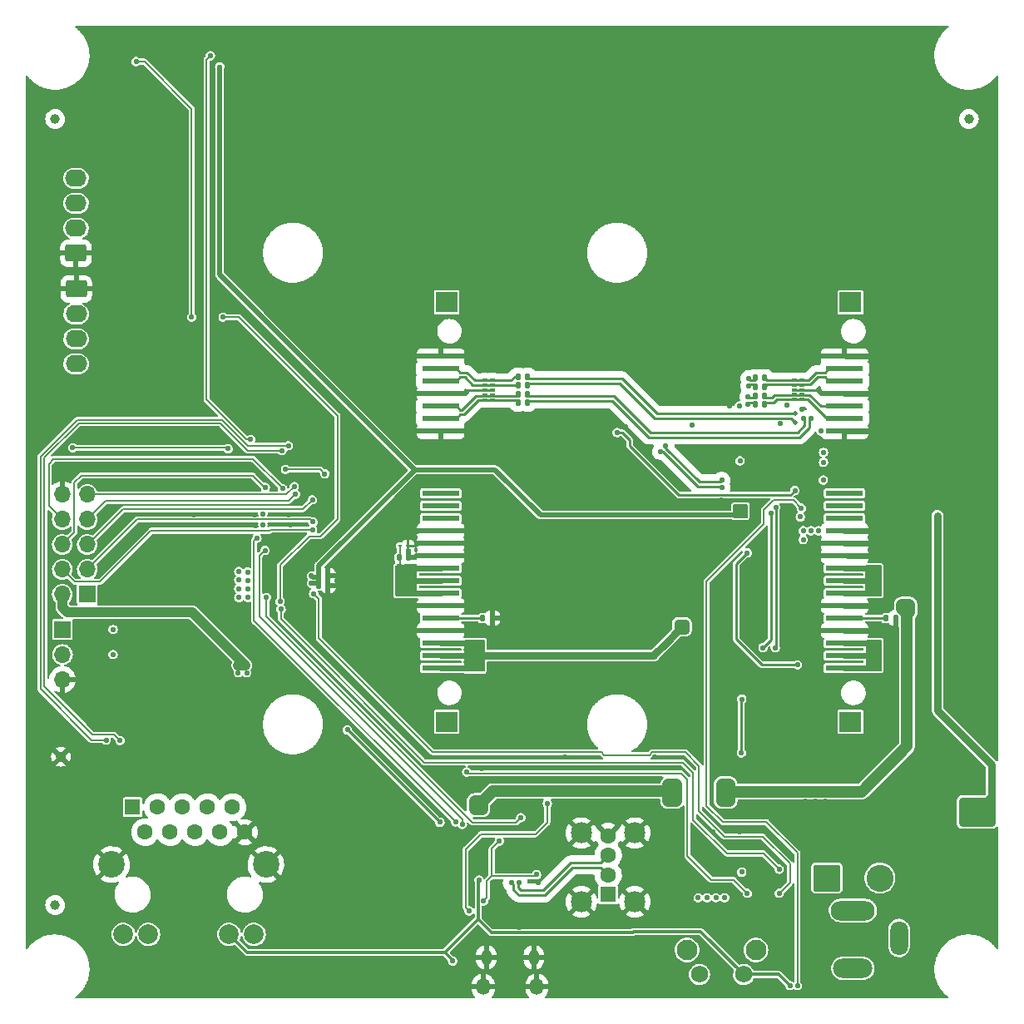
<source format=gbl>
%TF.GenerationSoftware,KiCad,Pcbnew,(5.99.0-12650-g5c402a64ab)*%
%TF.CreationDate,2021-10-24T00:02:36+01:00*%
%TF.ProjectId,Pintry-X2,50696e74-7279-42d5-9832-2e6b69636164,rev?*%
%TF.SameCoordinates,Original*%
%TF.FileFunction,Copper,L4,Bot*%
%TF.FilePolarity,Positive*%
%FSLAX46Y46*%
G04 Gerber Fmt 4.6, Leading zero omitted, Abs format (unit mm)*
G04 Created by KiCad (PCBNEW (5.99.0-12650-g5c402a64ab)) date 2021-10-24 00:02:36*
%MOMM*%
%LPD*%
G01*
G04 APERTURE LIST*
G04 Aperture macros list*
%AMRoundRect*
0 Rectangle with rounded corners*
0 $1 Rounding radius*
0 $2 $3 $4 $5 $6 $7 $8 $9 X,Y pos of 4 corners*
0 Add a 4 corners polygon primitive as box body*
4,1,4,$2,$3,$4,$5,$6,$7,$8,$9,$2,$3,0*
0 Add four circle primitives for the rounded corners*
1,1,$1+$1,$2,$3*
1,1,$1+$1,$4,$5*
1,1,$1+$1,$6,$7*
1,1,$1+$1,$8,$9*
0 Add four rect primitives between the rounded corners*
20,1,$1+$1,$2,$3,$4,$5,0*
20,1,$1+$1,$4,$5,$6,$7,0*
20,1,$1+$1,$6,$7,$8,$9,0*
20,1,$1+$1,$8,$9,$2,$3,0*%
G04 Aperture macros list end*
%TA.AperFunction,ComponentPad*%
%ADD10RoundRect,0.250000X-1.125000X-1.125000X1.125000X-1.125000X1.125000X1.125000X-1.125000X1.125000X0*%
%TD*%
%TA.AperFunction,ComponentPad*%
%ADD11C,2.750000*%
%TD*%
%TA.AperFunction,ComponentPad*%
%ADD12O,1.350000X1.700000*%
%TD*%
%TA.AperFunction,ComponentPad*%
%ADD13O,1.100000X1.500000*%
%TD*%
%TA.AperFunction,ComponentPad*%
%ADD14C,2.100000*%
%TD*%
%TA.AperFunction,ComponentPad*%
%ADD15C,1.750000*%
%TD*%
%TA.AperFunction,ComponentPad*%
%ADD16R,1.700000X1.700000*%
%TD*%
%TA.AperFunction,ComponentPad*%
%ADD17O,1.700000X1.700000*%
%TD*%
%TA.AperFunction,ComponentPad*%
%ADD18R,1.600000X1.600000*%
%TD*%
%TA.AperFunction,ComponentPad*%
%ADD19C,1.600000*%
%TD*%
%TA.AperFunction,ComponentPad*%
%ADD20C,2.000000*%
%TD*%
%TA.AperFunction,ComponentPad*%
%ADD21C,2.700000*%
%TD*%
%TA.AperFunction,ComponentPad*%
%ADD22O,4.500000X2.000000*%
%TD*%
%TA.AperFunction,ComponentPad*%
%ADD23O,4.000000X2.000000*%
%TD*%
%TA.AperFunction,ComponentPad*%
%ADD24O,1.800000X3.500000*%
%TD*%
%TA.AperFunction,ComponentPad*%
%ADD25RoundRect,0.250000X-0.845000X0.620000X-0.845000X-0.620000X0.845000X-0.620000X0.845000X0.620000X0*%
%TD*%
%TA.AperFunction,ComponentPad*%
%ADD26O,2.190000X1.740000*%
%TD*%
%TA.AperFunction,ComponentPad*%
%ADD27C,2.150000*%
%TD*%
%TA.AperFunction,SMDPad,CuDef*%
%ADD28R,2.200000X2.100000*%
%TD*%
%TA.AperFunction,SMDPad,CuDef*%
%ADD29R,3.800000X0.600000*%
%TD*%
%TA.AperFunction,SMDPad,CuDef*%
%ADD30C,1.000000*%
%TD*%
%TA.AperFunction,SMDPad,CuDef*%
%ADD31RoundRect,0.140000X0.140000X0.170000X-0.140000X0.170000X-0.140000X-0.170000X0.140000X-0.170000X0*%
%TD*%
%TA.AperFunction,SMDPad,CuDef*%
%ADD32RoundRect,0.140000X-0.140000X-0.170000X0.140000X-0.170000X0.140000X0.170000X-0.140000X0.170000X0*%
%TD*%
%TA.AperFunction,SMDPad,CuDef*%
%ADD33R,0.550000X0.300000*%
%TD*%
%TA.AperFunction,SMDPad,CuDef*%
%ADD34R,0.550000X0.400000*%
%TD*%
%TA.AperFunction,SMDPad,CuDef*%
%ADD35R,0.360000X0.250000*%
%TD*%
%TA.AperFunction,ComponentPad*%
%ADD36RoundRect,0.250000X0.845000X-0.620000X0.845000X0.620000X-0.845000X0.620000X-0.845000X-0.620000X0*%
%TD*%
%TA.AperFunction,SMDPad,CuDef*%
%ADD37RoundRect,0.135000X-0.135000X-0.185000X0.135000X-0.185000X0.135000X0.185000X-0.135000X0.185000X0*%
%TD*%
%TA.AperFunction,ViaPad*%
%ADD38C,0.550000*%
%TD*%
%TA.AperFunction,ViaPad*%
%ADD39C,0.500000*%
%TD*%
%TA.AperFunction,Conductor*%
%ADD40C,0.300000*%
%TD*%
%TA.AperFunction,Conductor*%
%ADD41C,1.000000*%
%TD*%
%TA.AperFunction,Conductor*%
%ADD42C,0.500000*%
%TD*%
%TA.AperFunction,Conductor*%
%ADD43C,0.250000*%
%TD*%
%TA.AperFunction,Conductor*%
%ADD44C,0.600000*%
%TD*%
%TA.AperFunction,Conductor*%
%ADD45C,0.200000*%
%TD*%
%TA.AperFunction,Conductor*%
%ADD46C,1.200000*%
%TD*%
%TA.AperFunction,Conductor*%
%ADD47C,0.270000*%
%TD*%
%TA.AperFunction,Conductor*%
%ADD48C,0.800000*%
%TD*%
G04 APERTURE END LIST*
D10*
%TO.P,J12,1,Pin_1*%
%TO.N,Net-(FL1-Pad4)*%
X152050000Y-197250000D03*
D11*
%TO.P,J12,2,Pin_2*%
%TO.N,Net-(FL1-Pad1)*%
X157450000Y-197250000D03*
%TD*%
D12*
%TO.P,J1,6,Shield*%
%TO.N,GND*%
X117085000Y-208315000D03*
X122545000Y-208315000D03*
D13*
X122235000Y-205315000D03*
X117395000Y-205315000D03*
%TD*%
D14*
%TO.P,SW1,*%
%TO.N,*%
X137825000Y-204577500D03*
X144835000Y-204577500D03*
D15*
%TO.P,SW1,1,1*%
%TO.N,+3V3*%
X143585000Y-207067500D03*
%TO.P,SW1,2,2*%
%TO.N,Net-(R5-Pad2)*%
X139085000Y-207067500D03*
%TD*%
D16*
%TO.P,J6,1,Pin_1*%
%TO.N,+5V*%
X76775000Y-168375000D03*
D17*
%TO.P,J6,2,Pin_2*%
%TO.N,+3V3*%
X74235000Y-168375000D03*
%TO.P,J6,3,Pin_3*%
%TO.N,/CM4-ETH-GPIO/SCL1*%
X76775000Y-165835000D03*
%TO.P,J6,4,Pin_4*%
%TO.N,/CM4-ETH-GPIO/SDA1*%
X74235000Y-165835000D03*
%TO.P,J6,5,Pin_5*%
%TO.N,/CM4-ETH-GPIO/GPIO10*%
X76775000Y-163295000D03*
%TO.P,J6,6,Pin_6*%
%TO.N,/CM4-ETH-GPIO/GPIO7*%
X74235000Y-163295000D03*
%TO.P,J6,7,Pin_7*%
%TO.N,/CM4-ETH-GPIO/GPIO9*%
X76775000Y-160755000D03*
%TO.P,J6,8,Pin_8*%
%TO.N,/CM4-ETH-GPIO/GPIO8*%
X74235000Y-160755000D03*
%TO.P,J6,9,Pin_9*%
%TO.N,/CM4-ETH-GPIO/GPIO11*%
X76775000Y-158215000D03*
%TO.P,J6,10,Pin_10*%
%TO.N,GND*%
X74235000Y-158215000D03*
%TD*%
D18*
%TO.P,J3,1*%
%TO.N,Net-(C9-Pad1)*%
X81385000Y-190035000D03*
D19*
%TO.P,J3,2*%
%TO.N,/CM4-ETH-GPIO/ETH_0_P*%
X82655000Y-192575000D03*
%TO.P,J3,3*%
%TO.N,/CM4-ETH-GPIO/ETH_0_N*%
X83925000Y-190035000D03*
%TO.P,J3,4*%
%TO.N,/CM4-ETH-GPIO/ETH_1_N*%
X85195000Y-192575000D03*
%TO.P,J3,5*%
%TO.N,/CM4-ETH-GPIO/ETH_1_P*%
X86465000Y-190035000D03*
%TO.P,J3,6*%
%TO.N,/CM4-ETH-GPIO/ETH_2_P*%
X87735000Y-192575000D03*
%TO.P,J3,7*%
%TO.N,/CM4-ETH-GPIO/ETH_2_N*%
X89005000Y-190035000D03*
%TO.P,J3,8*%
%TO.N,/CM4-ETH-GPIO/ETH_3_P*%
X90275000Y-192575000D03*
%TO.P,J3,9*%
%TO.N,/CM4-ETH-GPIO/ETH_3_N*%
X91545000Y-190035000D03*
%TO.P,J3,10*%
%TO.N,GND*%
X92815000Y-192575000D03*
D20*
%TO.P,J3,11*%
%TO.N,+3V3*%
X80455000Y-202985000D03*
%TO.P,J3,12*%
%TO.N,Net-(J3-Pad12)*%
X83005000Y-202985000D03*
%TO.P,J3,13*%
%TO.N,+3V3*%
X91205000Y-202985000D03*
%TO.P,J3,14*%
%TO.N,Net-(J3-Pad14)*%
X93755000Y-202985000D03*
D21*
%TO.P,J3,S*%
%TO.N,GND*%
X94955000Y-195875000D03*
X79245000Y-195875000D03*
%TD*%
D22*
%TO.P,J11,1,A*%
%TO.N,Net-(FL1-Pad1)*%
X154700000Y-200550000D03*
D23*
%TO.P,J11,2,B*%
%TO.N,Net-(FL1-Pad4)*%
X154700000Y-206450000D03*
D24*
%TO.P,J11,3,C*%
%TO.N,unconnected-(J11-Pad3)*%
X159400000Y-203350000D03*
%TD*%
D25*
%TO.P,J8,1,Pin_1*%
%TO.N,GND*%
X75650000Y-137300000D03*
D26*
%TO.P,J8,2,Pin_2*%
%TO.N,Net-(C17-Pad1)*%
X75650000Y-139840000D03*
%TO.P,J8,3,Pin_3*%
%TO.N,unconnected-(J8-Pad3)*%
X75650000Y-142380000D03*
%TO.P,J8,4,Pin_4*%
%TO.N,Net-(D16-Pad1)*%
X75650000Y-144920000D03*
%TD*%
D16*
%TO.P,J5,1,Pin_1*%
%TO.N,Net-(J5-Pad1)*%
X74250000Y-171960000D03*
D17*
%TO.P,J5,2,Pin_2*%
%TO.N,Net-(J5-Pad2)*%
X74250000Y-174500000D03*
%TO.P,J5,3,Pin_3*%
%TO.N,GND*%
X74250000Y-177040000D03*
%TD*%
D18*
%TO.P,J2,1,VBUS*%
%TO.N,Net-(C6-Pad1)*%
X129790000Y-198930000D03*
D19*
%TO.P,J2,2,D-*%
%TO.N,/CM4-USB-PCIe/USB1_N*%
X129790000Y-196930000D03*
%TO.P,J2,3,D+*%
%TO.N,/CM4-USB-PCIe/USB1_P*%
X129790000Y-194930000D03*
%TO.P,J2,4,GND*%
%TO.N,GND*%
X129790000Y-192930000D03*
D27*
%TO.P,J2,5,Shield*%
X132510000Y-192660000D03*
X127070000Y-192660000D03*
X127070000Y-199660000D03*
X132510000Y-199660000D03*
%TD*%
D28*
%TO.P,J10,M1*%
%TO.N,N/C*%
X154450000Y-138650000D03*
%TO.P,J10,M2*%
X154450000Y-181350000D03*
D29*
%TO.P,J10,P1,3V3*%
%TO.N,unconnected-(J10-PadP1)*%
X153850000Y-158095000D03*
%TO.P,J10,P2,3V3*%
%TO.N,unconnected-(J10-PadP2)*%
X153850000Y-159365000D03*
%TO.P,J10,P3,3V3*%
%TO.N,unconnected-(J10-PadP3)*%
X153850000Y-160635000D03*
%TO.P,J10,P4,GND*%
%TO.N,GND*%
X153850000Y-161905000D03*
%TO.P,J10,P5,GND*%
X153850000Y-163175000D03*
%TO.P,J10,P6,GND*%
X153850000Y-164445000D03*
%TO.P,J10,P7,5V*%
%TO.N,Net-(C43-Pad1)*%
X153850000Y-165715000D03*
%TO.P,J10,P8,5V*%
X153850000Y-166985000D03*
%TO.P,J10,P9,5V*%
X153850000Y-168255000D03*
%TO.P,J10,P10,GND*%
%TO.N,GND*%
X153850000Y-169525000D03*
%TO.P,J10,P11,Reserved*%
%TO.N,/PCIe to SATA/SPINUP_DISK0*%
X153850000Y-170795000D03*
%TO.P,J10,P12,GND*%
%TO.N,GND*%
X153850000Y-172065000D03*
%TO.P,J10,P13,12V*%
%TO.N,Net-(C44-Pad1)*%
X153850000Y-173335000D03*
%TO.P,J10,P14,12V*%
X153850000Y-174605000D03*
%TO.P,J10,P15,12V*%
X153850000Y-175875000D03*
%TO.P,J10,S1,GND*%
%TO.N,GND*%
X153850000Y-144125000D03*
%TO.P,J10,S2,TX+*%
%TO.N,/PCIe to SATA/SATA0_TX_P*%
X153850000Y-145395000D03*
%TO.P,J10,S3,TX-*%
%TO.N,/PCIe to SATA/SATA0_TX_N*%
X153850000Y-146665000D03*
%TO.P,J10,S4,GND*%
%TO.N,GND*%
X153850000Y-147935000D03*
%TO.P,J10,S5,RX-*%
%TO.N,/PCIe to SATA/SATA0_RX_N*%
X153850000Y-149205000D03*
%TO.P,J10,S6,RX+*%
%TO.N,/PCIe to SATA/SATA0_RX_P*%
X153850000Y-150475000D03*
%TO.P,J10,S7,GND*%
%TO.N,GND*%
X153850000Y-151745000D03*
%TD*%
D30*
%TO.P,FID6,*%
%TO.N,*%
X73500000Y-120000000D03*
%TD*%
D31*
%TO.P,C48,1*%
%TO.N,/PCIe to SATA/SRX_1_P*%
X121600000Y-148900000D03*
%TO.P,C48,2*%
%TO.N,/PCIe to SATA/SATA1_RX_P*%
X120640000Y-148900000D03*
%TD*%
%TO.P,C47,1*%
%TO.N,/PCIe to SATA/SRX_1_N*%
X121600000Y-148000000D03*
%TO.P,C47,2*%
%TO.N,/PCIe to SATA/SATA1_RX_N*%
X120640000Y-148000000D03*
%TD*%
D32*
%TO.P,C53,1*%
%TO.N,/PCIe to SATA/SRX_0_N*%
X144770000Y-148150000D03*
%TO.P,C53,2*%
%TO.N,/PCIe to SATA/SATA0_RX_N*%
X145730000Y-148150000D03*
%TD*%
%TO.P,C52,1*%
%TO.N,/PCIe to SATA/STX_0_N*%
X144770000Y-147250000D03*
%TO.P,C52,2*%
%TO.N,/PCIe to SATA/SATA0_TX_N*%
X145730000Y-147250000D03*
%TD*%
D28*
%TO.P,J9,M1*%
%TO.N,N/C*%
X113350000Y-138650000D03*
%TO.P,J9,M2*%
X113350000Y-181350000D03*
D29*
%TO.P,J9,P1,3V3*%
%TO.N,unconnected-(J9-PadP1)*%
X112750000Y-158095000D03*
%TO.P,J9,P2,3V3*%
%TO.N,unconnected-(J9-PadP2)*%
X112750000Y-159365000D03*
%TO.P,J9,P3,3V3*%
%TO.N,unconnected-(J9-PadP3)*%
X112750000Y-160635000D03*
%TO.P,J9,P4,GND*%
%TO.N,GND*%
X112750000Y-161905000D03*
%TO.P,J9,P5,GND*%
X112750000Y-163175000D03*
%TO.P,J9,P6,GND*%
X112750000Y-164445000D03*
%TO.P,J9,P7,5V*%
%TO.N,Net-(C41-Pad1)*%
X112750000Y-165715000D03*
%TO.P,J9,P8,5V*%
X112750000Y-166985000D03*
%TO.P,J9,P9,5V*%
X112750000Y-168255000D03*
%TO.P,J9,P10,GND*%
%TO.N,GND*%
X112750000Y-169525000D03*
%TO.P,J9,P11,Reserved*%
%TO.N,/PCIe to SATA/SPINUP_DISK1*%
X112750000Y-170795000D03*
%TO.P,J9,P12,GND*%
%TO.N,GND*%
X112750000Y-172065000D03*
%TO.P,J9,P13,12V*%
%TO.N,Net-(C42-Pad1)*%
X112750000Y-173335000D03*
%TO.P,J9,P14,12V*%
X112750000Y-174605000D03*
%TO.P,J9,P15,12V*%
X112750000Y-175875000D03*
%TO.P,J9,S1,GND*%
%TO.N,GND*%
X112750000Y-144125000D03*
%TO.P,J9,S2,TX+*%
%TO.N,/PCIe to SATA/SATA1_TX_P*%
X112750000Y-145395000D03*
%TO.P,J9,S3,TX-*%
%TO.N,/PCIe to SATA/SATA1_TX_N*%
X112750000Y-146665000D03*
%TO.P,J9,S4,GND*%
%TO.N,GND*%
X112750000Y-147935000D03*
%TO.P,J9,S5,RX-*%
%TO.N,/PCIe to SATA/SATA1_RX_N*%
X112750000Y-149205000D03*
%TO.P,J9,S6,RX+*%
%TO.N,/PCIe to SATA/SATA1_RX_P*%
X112750000Y-150475000D03*
%TO.P,J9,S7,GND*%
%TO.N,GND*%
X112750000Y-151745000D03*
%TD*%
D33*
%TO.P,U11,1,D1+*%
%TO.N,/PCIe to SATA/SATA1_TX_P*%
X117985000Y-146600000D03*
%TO.P,U11,2,D1-*%
%TO.N,/PCIe to SATA/SATA1_TX_N*%
X117985000Y-147100000D03*
D34*
%TO.P,U11,3,GND*%
%TO.N,GND*%
X117985000Y-147600000D03*
D33*
%TO.P,U11,4,D2+*%
%TO.N,/PCIe to SATA/SATA1_RX_N*%
X117985000Y-148100000D03*
%TO.P,U11,5,D2-*%
%TO.N,/PCIe to SATA/SATA1_RX_P*%
X117985000Y-148600000D03*
%TO.P,U11,6*%
X117215000Y-148600000D03*
%TO.P,U11,7*%
%TO.N,/PCIe to SATA/SATA1_RX_N*%
X117215000Y-148100000D03*
D34*
%TO.P,U11,8,GND*%
%TO.N,GND*%
X117215000Y-147600000D03*
D33*
%TO.P,U11,9*%
%TO.N,/PCIe to SATA/SATA1_TX_N*%
X117215000Y-147100000D03*
%TO.P,U11,10*%
%TO.N,/PCIe to SATA/SATA1_TX_P*%
X117215000Y-146600000D03*
%TD*%
%TO.P,U12,1,D1+*%
%TO.N,/PCIe to SATA/SATA0_TX_P*%
X149535000Y-146550000D03*
%TO.P,U12,2,D1-*%
%TO.N,/PCIe to SATA/SATA0_TX_N*%
X149535000Y-147050000D03*
D34*
%TO.P,U12,3,GND*%
%TO.N,GND*%
X149535000Y-147550000D03*
D33*
%TO.P,U12,4,D2+*%
%TO.N,/PCIe to SATA/SATA0_RX_N*%
X149535000Y-148050000D03*
%TO.P,U12,5,D2-*%
%TO.N,/PCIe to SATA/SATA0_RX_P*%
X149535000Y-148550000D03*
%TO.P,U12,6*%
X148765000Y-148550000D03*
%TO.P,U12,7*%
%TO.N,/PCIe to SATA/SATA0_RX_N*%
X148765000Y-148050000D03*
D34*
%TO.P,U12,8,GND*%
%TO.N,GND*%
X148765000Y-147550000D03*
D33*
%TO.P,U12,9*%
%TO.N,/PCIe to SATA/SATA0_TX_N*%
X148765000Y-147050000D03*
%TO.P,U12,10*%
%TO.N,/PCIe to SATA/SATA0_TX_P*%
X148765000Y-146550000D03*
%TD*%
D31*
%TO.P,C45,1*%
%TO.N,/PCIe to SATA/STX_1_P*%
X121600000Y-146200000D03*
%TO.P,C45,2*%
%TO.N,/PCIe to SATA/SATA1_TX_P*%
X120640000Y-146200000D03*
%TD*%
D35*
%TO.P,D20,1,K*%
%TO.N,Net-(C41-Pad1)*%
X108580000Y-163450000D03*
%TO.P,D20,2,A*%
%TO.N,GND*%
X109420000Y-163450000D03*
%TD*%
D30*
%TO.P,FID2,*%
%TO.N,*%
X73500000Y-200000000D03*
%TD*%
D32*
%TO.P,C54,1*%
%TO.N,/PCIe to SATA/SRX_0_P*%
X144770000Y-149050000D03*
%TO.P,C54,2*%
%TO.N,/PCIe to SATA/SATA0_RX_P*%
X145730000Y-149050000D03*
%TD*%
D30*
%TO.P,TP15,1,1*%
%TO.N,GND*%
X74100000Y-184900000D03*
%TD*%
D32*
%TO.P,C41,1*%
%TO.N,Net-(C41-Pad1)*%
X108520000Y-164625000D03*
%TO.P,C41,2*%
%TO.N,GND*%
X109480000Y-164625000D03*
%TD*%
D36*
%TO.P,J7,1,Pin_1*%
%TO.N,GND*%
X75630000Y-133660000D03*
D26*
%TO.P,J7,2,Pin_2*%
%TO.N,Net-(C16-Pad1)*%
X75630000Y-131120000D03*
%TO.P,J7,3,Pin_3*%
%TO.N,unconnected-(J7-Pad3)*%
X75630000Y-128580000D03*
%TO.P,J7,4,Pin_4*%
%TO.N,Net-(D15-Pad1)*%
X75630000Y-126040000D03*
%TD*%
D32*
%TO.P,C1,1*%
%TO.N,+3V3*%
X100320000Y-166500000D03*
%TO.P,C1,2*%
%TO.N,GND*%
X101280000Y-166500000D03*
%TD*%
D31*
%TO.P,C46,1*%
%TO.N,/PCIe to SATA/STX_1_N*%
X121600000Y-147100000D03*
%TO.P,C46,2*%
%TO.N,/PCIe to SATA/SATA1_TX_N*%
X120640000Y-147100000D03*
%TD*%
D37*
%TO.P,R34,1*%
%TO.N,/PCIe to SATA/SPINUP_DISK0*%
X158040000Y-170800000D03*
%TO.P,R34,2*%
%TO.N,GND*%
X159060000Y-170800000D03*
%TD*%
%TO.P,R33,1*%
%TO.N,/PCIe to SATA/SPINUP_DISK1*%
X116990000Y-170800000D03*
%TO.P,R33,2*%
%TO.N,GND*%
X118010000Y-170800000D03*
%TD*%
D32*
%TO.P,C3,1*%
%TO.N,+3V3*%
X100320000Y-167450000D03*
%TO.P,C3,2*%
%TO.N,GND*%
X101280000Y-167450000D03*
%TD*%
%TO.P,C51,1*%
%TO.N,/PCIe to SATA/STX_0_P*%
X144770000Y-146350000D03*
%TO.P,C51,2*%
%TO.N,/PCIe to SATA/SATA0_TX_P*%
X145730000Y-146350000D03*
%TD*%
D30*
%TO.P,FID4,*%
%TO.N,*%
X166500000Y-120000000D03*
%TD*%
D38*
%TO.N,+3V3*%
X92150000Y-175600000D03*
X99600000Y-167250000D03*
X143950000Y-164150000D03*
X113950000Y-205700000D03*
X142850000Y-160300000D03*
X143600000Y-159550000D03*
X148300000Y-208200000D03*
X116650000Y-197450000D03*
X149350000Y-160500000D03*
X151691787Y-156735257D03*
X93000000Y-175600000D03*
X149050000Y-175550000D03*
X143600000Y-160250000D03*
X93000000Y-176350000D03*
X99600000Y-166500000D03*
X147307500Y-150967500D03*
X142850000Y-159550000D03*
X92150000Y-176350000D03*
X90250000Y-114700000D03*
X151707500Y-153917500D03*
%TO.N,GND*%
X134750000Y-192500000D03*
X149300000Y-174100000D03*
X136050000Y-179650000D03*
X133500000Y-162300000D03*
X98350000Y-148250000D03*
X146900000Y-190950000D03*
X130400000Y-163500000D03*
X96450000Y-150200000D03*
X99600000Y-152900000D03*
X151000000Y-158750000D03*
X145400000Y-179100000D03*
X103025000Y-188325000D03*
X120250000Y-152350000D03*
X94450000Y-152700000D03*
X148150000Y-161300000D03*
X128800000Y-162300000D03*
X115175000Y-169525000D03*
X153907500Y-153967500D03*
X97850000Y-162300000D03*
X157225000Y-144125000D03*
X80500000Y-120600000D03*
X159200000Y-161300000D03*
X153907500Y-154917500D03*
X90450000Y-175600000D03*
X149850000Y-191450000D03*
X137750000Y-162900000D03*
X148357500Y-155967500D03*
X149850000Y-190450000D03*
X94900000Y-164600000D03*
X71650000Y-180950000D03*
X158250000Y-161300000D03*
X149850000Y-189450000D03*
X133500000Y-169500000D03*
X145857500Y-156767500D03*
X168900000Y-137650000D03*
X80200000Y-133000000D03*
X144650000Y-163250000D03*
X149057500Y-155067500D03*
X120750000Y-202250000D03*
X149300000Y-171250000D03*
X129150000Y-186050000D03*
X138025000Y-177300000D03*
X150850000Y-190450000D03*
X168950000Y-201800000D03*
X130400000Y-169500000D03*
X118400000Y-200600000D03*
X147557500Y-156767500D03*
X131900000Y-158700000D03*
X151500000Y-186150000D03*
X144500000Y-161550000D03*
X83950000Y-185850000D03*
X130400000Y-157500000D03*
X128800000Y-167100000D03*
X122650000Y-197750000D03*
X99500000Y-207200000D03*
X111500000Y-122300000D03*
X117250000Y-169500000D03*
X123050000Y-180950000D03*
X89000000Y-183400000D03*
X99600000Y-156300000D03*
X141850000Y-193900000D03*
X157326500Y-132630826D03*
X87650000Y-160250011D03*
X96650000Y-154700000D03*
X166100000Y-186500000D03*
X145850000Y-196650000D03*
X151250000Y-147700000D03*
X117524992Y-201625008D03*
X100900000Y-201400000D03*
X115225000Y-164450000D03*
X80300000Y-206000000D03*
X156450000Y-164425000D03*
X91450000Y-142150000D03*
X131300000Y-152800000D03*
X128800000Y-155100000D03*
X141700000Y-196700000D03*
X156275000Y-144100000D03*
X117980365Y-197728865D03*
X151900000Y-191450000D03*
X140750000Y-196700000D03*
X144600000Y-183800000D03*
X158250000Y-163350000D03*
X77150000Y-124200000D03*
X135300000Y-122850000D03*
X131750000Y-155200000D03*
X168525000Y-167175000D03*
X163950000Y-194650000D03*
X144300000Y-186800000D03*
X106300000Y-204000000D03*
X147350000Y-145350000D03*
X145857500Y-153467500D03*
X133500000Y-167050000D03*
X138950000Y-193650000D03*
X130400000Y-156300000D03*
X130500000Y-152700000D03*
X145850000Y-199700000D03*
X131900000Y-164700000D03*
X153450000Y-186150000D03*
X128800000Y-164700000D03*
X136550000Y-200450000D03*
X115200000Y-163150000D03*
X140962500Y-154762500D03*
X130400000Y-167100000D03*
X89600000Y-155350000D03*
X151900000Y-190450000D03*
X128750000Y-152700000D03*
X150950000Y-166750000D03*
X128800000Y-157500000D03*
X130400000Y-164700000D03*
X96650000Y-156700000D03*
X128800000Y-168300000D03*
X131900000Y-157500000D03*
X160170000Y-208340000D03*
X159200000Y-163350000D03*
X128800000Y-165900000D03*
X126650000Y-156950000D03*
X111700000Y-198950000D03*
X138362500Y-151112500D03*
X168700000Y-125650000D03*
X131900000Y-168300000D03*
X80100000Y-137900000D03*
X141257500Y-158767500D03*
X161800000Y-171600000D03*
X145857500Y-155067500D03*
X93799830Y-160250011D03*
X131900000Y-162300000D03*
X123800000Y-194370000D03*
X104750000Y-191175000D03*
X78950000Y-116800000D03*
X137025000Y-177000000D03*
X147657500Y-153467500D03*
X168550000Y-174675000D03*
X87050000Y-111850000D03*
X134650000Y-195550000D03*
X153907500Y-156767500D03*
X130400000Y-162300000D03*
X77000000Y-146550000D03*
X102150000Y-167000000D03*
X111700000Y-111700000D03*
X159450000Y-186900000D03*
X106800000Y-141300000D03*
X78550000Y-176150000D03*
X133500000Y-159648500D03*
X143950000Y-166650000D03*
X137150000Y-153400000D03*
X156225000Y-147925000D03*
X93850000Y-161398500D03*
X100900000Y-208750000D03*
X81750000Y-115200000D03*
X128800000Y-153900000D03*
X128800000Y-161150000D03*
X105550000Y-178900000D03*
X71550000Y-150030000D03*
X71480000Y-124130000D03*
X86550000Y-195400000D03*
X128050000Y-143050000D03*
X101050000Y-151375785D03*
X104775000Y-188325000D03*
X116050000Y-195800000D03*
X130700000Y-150950000D03*
X152500000Y-186150000D03*
X104300000Y-208850000D03*
X97900000Y-156300000D03*
X149157500Y-153467500D03*
X83950000Y-183450000D03*
X103175000Y-191100000D03*
X125512661Y-120887596D03*
X135650000Y-195550000D03*
X128800000Y-163500000D03*
X78600000Y-171200000D03*
X147200000Y-111650000D03*
X135550000Y-111700000D03*
X157150000Y-147925000D03*
X149500000Y-149500000D03*
X168600000Y-195300000D03*
X133500000Y-168300000D03*
X131900000Y-167100000D03*
X99850000Y-157600000D03*
X87000000Y-203000000D03*
X106100000Y-168900000D03*
X131900000Y-159648500D03*
X168400000Y-179850000D03*
X114950000Y-205700000D03*
X133500000Y-156300000D03*
X115175000Y-172075000D03*
X151900000Y-189450000D03*
X78550000Y-173350000D03*
X110350000Y-164475000D03*
X140450000Y-192550000D03*
X148000000Y-149100000D03*
X99650000Y-169500000D03*
X128800000Y-156300000D03*
X99600000Y-154300000D03*
X143650000Y-132550000D03*
X89500000Y-119000000D03*
X162650000Y-188350000D03*
X133500000Y-161150000D03*
X94500000Y-151650000D03*
X143050000Y-147700000D03*
X98700000Y-192200000D03*
X116700000Y-202850000D03*
X130400000Y-161100000D03*
X130400000Y-165900000D03*
X74100000Y-184900000D03*
X128600000Y-151800000D03*
X168050000Y-158950000D03*
X97250000Y-160250000D03*
X131850000Y-161100000D03*
X99700000Y-164700000D03*
X89750000Y-175600000D03*
X148700000Y-185400000D03*
X147557500Y-155067500D03*
X98773500Y-194620548D03*
X130300000Y-172650000D03*
X94700000Y-163100000D03*
X131550000Y-151350000D03*
X157125000Y-151750000D03*
X98800000Y-149700000D03*
X99000000Y-111850000D03*
X131900000Y-156300000D03*
X143100000Y-145350000D03*
X136150000Y-193650000D03*
X117250000Y-179800000D03*
X133500000Y-157500000D03*
X133500000Y-164650000D03*
X115200000Y-161925000D03*
X167100000Y-186500000D03*
X125400000Y-184951500D03*
X78200000Y-151800000D03*
X85100000Y-125500000D03*
X157150000Y-172050000D03*
X145850000Y-201500000D03*
X123250000Y-111800000D03*
X90400000Y-155350000D03*
X116950000Y-186100000D03*
X114900000Y-209200000D03*
X97900000Y-154300000D03*
X134498149Y-184937750D03*
X110325000Y-161950000D03*
X130400000Y-168300000D03*
X98300000Y-187350000D03*
X113600000Y-191850000D03*
X112250000Y-183400000D03*
X99700000Y-160250000D03*
X150770000Y-119230000D03*
X88150000Y-128600000D03*
D39*
X115350000Y-147800000D03*
D38*
X137300000Y-192500000D03*
X71280000Y-134830000D03*
X131900000Y-163500000D03*
X112500000Y-186350000D03*
X130450000Y-153900000D03*
X110350000Y-172075000D03*
X120950000Y-192100000D03*
X104822432Y-147810949D03*
X106570000Y-199450000D03*
X146657500Y-154267500D03*
X128800000Y-169500000D03*
X149157500Y-156767500D03*
X89000000Y-185850000D03*
X96550000Y-151250000D03*
X94850000Y-150178500D03*
X150850000Y-191450000D03*
X122900000Y-187200000D03*
X159800000Y-154400000D03*
X94250000Y-205850000D03*
X133500000Y-158700000D03*
X71000000Y-170650000D03*
X129950000Y-206850000D03*
X156175000Y-151750000D03*
X157100000Y-169500000D03*
X168550000Y-173775000D03*
X110325000Y-163225000D03*
X96000000Y-122500000D03*
X168525000Y-166275000D03*
X99750000Y-163150000D03*
X142150000Y-149200000D03*
X97400000Y-161275003D03*
X131900000Y-169500000D03*
X110375000Y-169525000D03*
X153907500Y-155867500D03*
X80800000Y-146600000D03*
X87700000Y-156900000D03*
X105280879Y-133452081D03*
X94500000Y-128600000D03*
X158250000Y-111350000D03*
X130400000Y-155100000D03*
X156150000Y-169500000D03*
X104200000Y-205750000D03*
X133500000Y-165900000D03*
X149810889Y-161113037D03*
X92500000Y-185150000D03*
X156200000Y-172050000D03*
X157400000Y-164425000D03*
X150850000Y-189450000D03*
X146657500Y-155967500D03*
X147250000Y-184550000D03*
X119650000Y-134100000D03*
X133500000Y-163500000D03*
X131900000Y-165900000D03*
X97950000Y-152900000D03*
X143200000Y-192550000D03*
X157752312Y-126909581D03*
X123150000Y-169950000D03*
X131800000Y-153900000D03*
X165150000Y-153250000D03*
X148457500Y-154267500D03*
X71100000Y-190100000D03*
X153907500Y-153017500D03*
X106100000Y-176950000D03*
X101650000Y-199650000D03*
X78450000Y-157050000D03*
%TO.N,+5V*%
X159675000Y-169425000D03*
X136650000Y-189450000D03*
X116200000Y-189400000D03*
X140750000Y-199250000D03*
X141350000Y-187800000D03*
X116200000Y-190250000D03*
X135850000Y-187750000D03*
X142150000Y-189500000D03*
X93100000Y-166100000D03*
X92200000Y-167800000D03*
X160475000Y-169425000D03*
X139850000Y-199250000D03*
X92200000Y-166050000D03*
X135850000Y-188600000D03*
X93100000Y-168700000D03*
X141350000Y-188650000D03*
X159675000Y-170175000D03*
X160475000Y-170175000D03*
X117000000Y-190250000D03*
X93100000Y-167850000D03*
X117000000Y-189400000D03*
X142150000Y-187800000D03*
X92200000Y-168700000D03*
X93100000Y-166950000D03*
X92200000Y-166900000D03*
X141650000Y-199250000D03*
X138950000Y-199250000D03*
X142150000Y-188650000D03*
X143400000Y-196650000D03*
X136650000Y-187750000D03*
X141350000Y-189500000D03*
X135850000Y-189450000D03*
X136650000Y-188600000D03*
%TO.N,/CM4-ETH-GPIO/PI_POWER_SW*%
X143950000Y-198800000D03*
X100950000Y-156100000D03*
X115400000Y-186450000D03*
X96950000Y-155650000D03*
%TO.N,/CM4-USB-PCIe/PCIe_RX_P*%
X141348698Y-156772694D03*
X135665166Y-153284834D03*
%TO.N,/CM4-USB-PCIe/PCIe_RX_N*%
X141348698Y-157522694D03*
X135134834Y-153815166D03*
%TO.N,+1V2*%
X143212500Y-154790520D03*
X149650000Y-162800000D03*
X149650000Y-161900000D03*
X151707500Y-154917500D03*
X150450000Y-161900000D03*
X151450000Y-151750000D03*
X143150000Y-149200000D03*
X151200000Y-161900000D03*
%TO.N,Net-(C41-Pad1)*%
X108500000Y-165650000D03*
X109550000Y-165650000D03*
X108500000Y-166925000D03*
X109550000Y-166925000D03*
X109550000Y-168225000D03*
X108500000Y-168225000D03*
%TO.N,Net-(C42-Pad1)*%
X137709458Y-171323154D03*
X136925000Y-171325000D03*
X136950000Y-172100000D03*
X137725000Y-172075000D03*
%TO.N,Net-(C43-Pad1)*%
X156175000Y-166975000D03*
X156175000Y-165725000D03*
X156175000Y-168275000D03*
X157125000Y-166975000D03*
X157125000Y-165725000D03*
X157125000Y-168275000D03*
%TO.N,Net-(C44-Pad1)*%
X157150000Y-174600000D03*
X156200000Y-173350000D03*
X157150000Y-175900000D03*
X156200000Y-174600000D03*
X157150000Y-173350000D03*
X156200000Y-175900000D03*
D39*
%TO.N,/PCIe to SATA/STX_1_P*%
X148800000Y-150000000D03*
%TO.N,/PCIe to SATA/STX_1_N*%
X148807500Y-150867500D03*
D38*
%TO.N,/PCIe to SATA/SRX_1_N*%
X149662500Y-150467500D03*
%TO.N,/PCIe to SATA/SRX_1_P*%
X150412500Y-150467500D03*
%TO.N,/PCIe to SATA/STX_0_P*%
X144128841Y-146426120D03*
%TO.N,/PCIe to SATA/STX_0_N*%
X144128841Y-147176120D03*
%TO.N,/PCIe to SATA/SRX_0_N*%
X144037165Y-148246851D03*
%TO.N,/PCIe to SATA/SRX_0_P*%
X144037165Y-148996851D03*
%TO.N,+12V*%
X166900000Y-191650000D03*
X167850000Y-190600000D03*
X168850000Y-189450000D03*
X165850000Y-191650000D03*
X168850000Y-190600000D03*
X163300000Y-162650000D03*
X166900000Y-189450000D03*
X163300000Y-160350000D03*
X166900000Y-190600000D03*
X165850000Y-190600000D03*
X163300000Y-161850000D03*
X167850000Y-189450000D03*
X165850000Y-189450000D03*
X167850000Y-191650000D03*
X163300000Y-161100000D03*
X168850000Y-191650000D03*
%TO.N,VCC*%
X143400000Y-179050000D03*
X143350000Y-184500000D03*
%TO.N,/CM4-USB-PCIe/VBUS_MICRO*%
X115650000Y-200600000D03*
X123600000Y-189650000D03*
%TO.N,/CM4-USB-PCIe/USB1_P*%
X120726503Y-197750000D03*
%TO.N,/CM4-USB-PCIe/USB1_N*%
X119950000Y-197750000D03*
%TO.N,/CM4-ETH-GPIO/RXD0*%
X79400000Y-171950000D03*
X94650000Y-160201500D03*
%TO.N,/CM4-ETH-GPIO/TXD0*%
X94650000Y-161301500D03*
X79400000Y-174500000D03*
%TO.N,/PCIe to SATA/SATA_LED*%
X149050000Y-208200000D03*
X149450000Y-159600000D03*
%TO.N,/CM4-ETH-GPIO/SD_CMD*%
X103250000Y-182175000D03*
X112675000Y-191575000D03*
%TO.N,/CM4-ETH-GPIO/SD_DAT3*%
X114250000Y-191550000D03*
X94050000Y-162650000D03*
%TO.N,/CM4-ETH-GPIO/SD_DAT2*%
X94876500Y-163900000D03*
X114955015Y-191789573D03*
%TO.N,/CM4-ETH-GPIO/GPIO10*%
X99700000Y-158750000D03*
%TO.N,/CM4-ETH-GPIO/GPIO9*%
X97966363Y-158192866D03*
%TO.N,/CM4-ETH-GPIO/GPIO11*%
X97850000Y-157400000D03*
%TO.N,/CM4-ETH-GPIO/GPIO7*%
X94900000Y-157500000D03*
%TO.N,/CM4-ETH-GPIO/SCL1*%
X99750000Y-161000000D03*
%TO.N,/CM4-ETH-GPIO/GPIO8*%
X96650000Y-157600000D03*
%TO.N,/CM4-ETH-GPIO/SDA1*%
X99700000Y-161776503D03*
%TO.N,/CM4-ETH-GPIO/ETH_LEDY*%
X97250000Y-153250000D03*
X78700000Y-183200000D03*
%TO.N,/CM4-ETH-GPIO/ETH_LEDG*%
X96600000Y-153750000D03*
X80100000Y-183250000D03*
%TO.N,/CM4-ETH-GPIO/ACT_LED*%
X89300000Y-113550000D03*
X93400000Y-152600000D03*
%TO.N,/CM4-ETH-GPIO/FAN0_PWM*%
X91100000Y-153550000D03*
X75300000Y-153450000D03*
%TO.N,/CM4-ETH-GPIO/RUN_PG*%
X147200000Y-198800000D03*
X99817778Y-168307137D03*
%TO.N,/CM4-ETH-GPIO/~{RPIBOOT}*%
X120900000Y-191100000D03*
X95000000Y-168700000D03*
%TO.N,/CM4-ETH-GPIO/PWR_LED*%
X90600000Y-140150000D03*
X81750000Y-114150000D03*
X96400000Y-169100000D03*
X87400000Y-140150000D03*
%TO.N,/CM4-ETH-GPIO/GLOBAL_EN*%
X147200000Y-196350000D03*
X96498500Y-169900000D03*
%TO.N,/CM4-USB-PCIe/USB_OTG*%
X117110000Y-199590000D03*
X118700000Y-193500000D03*
X122500000Y-196900000D03*
%TO.N,/CM4-USB-PCIe/~{PCIe_RST}*%
X148800000Y-157800000D03*
X130700000Y-151900000D03*
%TO.N,/PCIe to SATA/SPI_MISO*%
X146800000Y-173800000D03*
X146850000Y-159500000D03*
%TO.N,/PCIe to SATA/SPI_CS*%
X146400000Y-160150000D03*
X145550000Y-173800000D03*
%TD*%
D40*
%TO.N,+3V3*%
X116550000Y-201429955D02*
X117921556Y-202801511D01*
D41*
X92850000Y-175600000D02*
X92150000Y-175600000D01*
D40*
X113150000Y-204800000D02*
X112500000Y-204800000D01*
X116550000Y-201400000D02*
X113150000Y-204800000D01*
D42*
X142850000Y-160300000D02*
X122900000Y-160300000D01*
D40*
X117921556Y-202801511D02*
X132298489Y-202801511D01*
D42*
X90250000Y-135850000D02*
X90250000Y-114700000D01*
X110100000Y-155700000D02*
X100320000Y-165480000D01*
X122900000Y-160300000D02*
X118300000Y-155700000D01*
D43*
X142800000Y-172900000D02*
X142800000Y-165300000D01*
D40*
X91205000Y-202985000D02*
X93020000Y-204800000D01*
D42*
X99600000Y-167250000D02*
X100120000Y-167250000D01*
D43*
X149050000Y-175550000D02*
X145450000Y-175550000D01*
D40*
X113150000Y-204800000D02*
X113950000Y-205600000D01*
X143585000Y-207067500D02*
X147167500Y-207067500D01*
D41*
X87450000Y-170200000D02*
X92850000Y-175600000D01*
D42*
X118300000Y-155700000D02*
X110100000Y-155700000D01*
D40*
X116550000Y-201400000D02*
X116550000Y-197550000D01*
D43*
X145450000Y-175550000D02*
X142800000Y-172900000D01*
D42*
X99750000Y-166650000D02*
X100170000Y-166650000D01*
D40*
X132298489Y-202801511D02*
X132400000Y-202700000D01*
D42*
X110100000Y-155700000D02*
X90250000Y-135850000D01*
D43*
X100120000Y-167250000D02*
X100320000Y-167450000D01*
X142800000Y-165300000D02*
X143950000Y-164150000D01*
D40*
X132400000Y-202700000D02*
X139217500Y-202700000D01*
D42*
X99600000Y-166500000D02*
X99750000Y-166650000D01*
D40*
X116550000Y-201400000D02*
X116550000Y-201429955D01*
D41*
X74750000Y-170200000D02*
X87450000Y-170200000D01*
D40*
X113950000Y-205600000D02*
X113950000Y-205700000D01*
D41*
X74235000Y-169685000D02*
X74750000Y-170200000D01*
D40*
X93020000Y-204800000D02*
X112500000Y-204800000D01*
X147167500Y-207067500D02*
X148300000Y-208200000D01*
X116550000Y-197550000D02*
X116650000Y-197450000D01*
D42*
X100320000Y-165480000D02*
X100320000Y-167450000D01*
D40*
X139217500Y-202700000D02*
X143585000Y-207067500D01*
D43*
X100170000Y-166650000D02*
X100320000Y-166500000D01*
D41*
X74235000Y-168375000D02*
X74235000Y-169685000D01*
D44*
%TO.N,GND*%
X153850000Y-147935000D02*
X157140000Y-147935000D01*
D43*
X157140000Y-147935000D02*
X157150000Y-147925000D01*
X151250000Y-147700000D02*
X151485000Y-147935000D01*
D44*
X153975000Y-144125000D02*
X157200000Y-144125000D01*
D43*
X112750000Y-147935000D02*
X115215000Y-147935000D01*
D45*
X157135000Y-172065000D02*
X157150000Y-172050000D01*
D44*
X157020000Y-161905000D02*
X153850000Y-161905000D01*
D45*
X157120000Y-151745000D02*
X157125000Y-151750000D01*
D44*
X154150000Y-164450000D02*
X157375000Y-164450000D01*
X157600000Y-161325000D02*
X157020000Y-161905000D01*
X159175000Y-161325000D02*
X157600000Y-161325000D01*
X156950000Y-163175000D02*
X153850000Y-163175000D01*
X157150000Y-163375000D02*
X156950000Y-163175000D01*
D43*
X151100000Y-147550000D02*
X151250000Y-147700000D01*
D44*
X153850000Y-172065000D02*
X157135000Y-172065000D01*
D43*
X148765000Y-147550000D02*
X151100000Y-147550000D01*
D44*
X153850000Y-169525000D02*
X157075000Y-169525000D01*
D43*
X115215000Y-147935000D02*
X115350000Y-147800000D01*
D44*
X159175000Y-163375000D02*
X157150000Y-163375000D01*
D43*
X115550000Y-147600000D02*
X115350000Y-147800000D01*
D45*
X157075000Y-169525000D02*
X157100000Y-169500000D01*
D44*
X153850000Y-151745000D02*
X157120000Y-151745000D01*
D43*
X151515000Y-147935000D02*
X153850000Y-147935000D01*
X117985000Y-147600000D02*
X115550000Y-147600000D01*
X151485000Y-147935000D02*
X151515000Y-147935000D01*
D46*
%TO.N,+5V*%
X159675000Y-169425000D02*
X160475000Y-169425000D01*
X118050000Y-188400000D02*
X135850000Y-188400000D01*
X141350000Y-187700000D02*
X141350000Y-189400000D01*
X116200000Y-190250000D02*
X116200000Y-189400000D01*
X142351511Y-188448489D02*
X155601511Y-188448489D01*
X159675000Y-169872886D02*
X159826057Y-170023943D01*
X142150000Y-187700000D02*
X142150000Y-188650000D01*
X159675000Y-169425000D02*
X159675000Y-169872886D01*
X136700000Y-187700000D02*
X136700000Y-189400000D01*
X135850000Y-188400000D02*
X135900000Y-188350000D01*
X116200000Y-190250000D02*
X118050000Y-188400000D01*
X117000000Y-189400000D02*
X117000000Y-190250000D01*
X142150000Y-188650000D02*
X142351511Y-188448489D01*
X160200000Y-169950000D02*
X159675000Y-169425000D01*
X135900000Y-187700000D02*
X136700000Y-187700000D01*
X142150000Y-189400000D02*
X141350000Y-189400000D01*
X141350000Y-187700000D02*
X142150000Y-187700000D01*
X142150000Y-187700000D02*
X142150000Y-189400000D01*
X136700000Y-189400000D02*
X135900000Y-189400000D01*
X160200000Y-183850000D02*
X160200000Y-169950000D01*
X117000000Y-190250000D02*
X116200000Y-190250000D01*
X116200000Y-189400000D02*
X117000000Y-189400000D01*
X160475000Y-169425000D02*
X160475000Y-170175000D01*
X155601511Y-188448489D02*
X160200000Y-183850000D01*
X135900000Y-187700000D02*
X135900000Y-189400000D01*
D45*
%TO.N,/CM4-ETH-GPIO/PI_POWER_SW*%
X137201511Y-186601511D02*
X137850000Y-187250000D01*
X137850000Y-187250000D02*
X137850000Y-195000000D01*
X115551511Y-186601511D02*
X137201511Y-186601511D01*
X137850000Y-195000000D02*
X140300000Y-197450000D01*
X140300000Y-197450000D02*
X142600000Y-197450000D01*
X115400000Y-186450000D02*
X115551511Y-186601511D01*
X100500000Y-155650000D02*
X100950000Y-156100000D01*
X142600000Y-197450000D02*
X143950000Y-198800000D01*
X96950000Y-155650000D02*
X100500000Y-155650000D01*
D47*
%TO.N,/CM4-USB-PCIe/PCIe_RX_P*%
X139095034Y-156912693D02*
X141208699Y-156912693D01*
X141208699Y-156912693D02*
X141348698Y-156772694D01*
X135665166Y-153284834D02*
X135665166Y-153482825D01*
X135665166Y-153482825D02*
X139095034Y-156912693D01*
%TO.N,/CM4-USB-PCIe/PCIe_RX_N*%
X135332825Y-153815166D02*
X138900354Y-157382695D01*
X135134834Y-153815166D02*
X135332825Y-153815166D01*
X141208699Y-157382695D02*
X141348698Y-157522694D01*
X138900354Y-157382695D02*
X141208699Y-157382695D01*
D44*
%TO.N,Net-(C41-Pad1)*%
X112750000Y-165715000D02*
X109985000Y-165715000D01*
X112750000Y-166985000D02*
X109610000Y-166985000D01*
X112750000Y-168255000D02*
X110105000Y-168255000D01*
D45*
X109550000Y-166925000D02*
X109550000Y-165650000D01*
X110105000Y-168255000D02*
X110105000Y-167480000D01*
X110105000Y-167480000D02*
X109610000Y-166985000D01*
X109615000Y-165715000D02*
X109550000Y-165650000D01*
X109985000Y-165715000D02*
X109615000Y-165715000D01*
X109580000Y-168255000D02*
X109550000Y-168225000D01*
X109610000Y-166985000D02*
X109550000Y-166925000D01*
X109985000Y-165715000D02*
X109975000Y-165725000D01*
X109550000Y-165650000D02*
X108500000Y-165650000D01*
X108580000Y-165570000D02*
X108500000Y-165650000D01*
X108580000Y-163450000D02*
X108580000Y-165570000D01*
D48*
%TO.N,Net-(C42-Pad1)*%
X136925000Y-172075000D02*
X136900000Y-172050000D01*
X137150000Y-171450000D02*
X137350000Y-171650000D01*
X135695000Y-173305000D02*
X134445000Y-174555000D01*
X134445000Y-174555000D02*
X134445000Y-174605000D01*
X136900000Y-171300000D02*
X137150000Y-171300000D01*
D45*
X136950000Y-172050000D02*
X136925000Y-172075000D01*
D44*
X112750000Y-174605000D02*
X116830000Y-174605000D01*
D48*
X136900000Y-171650000D02*
X136900000Y-171350000D01*
D44*
X112750000Y-173335000D02*
X116840000Y-173335000D01*
D48*
X136900000Y-171650000D02*
X136900000Y-172100000D01*
X136925000Y-171325000D02*
X136900000Y-171300000D01*
D44*
X116840000Y-175860000D02*
X116825000Y-175875000D01*
D48*
X116830000Y-174605000D02*
X134445000Y-174605000D01*
X137682612Y-171300000D02*
X137684458Y-171298154D01*
X136900000Y-172050000D02*
X136900000Y-171650000D01*
X116830000Y-174605000D02*
X116850000Y-174625000D01*
X137150000Y-171300000D02*
X137150000Y-171450000D01*
D44*
X112750000Y-175875000D02*
X116825000Y-175875000D01*
X116840000Y-173335000D02*
X116840000Y-175860000D01*
D48*
X137700000Y-172050000D02*
X137700000Y-171313696D01*
X137700000Y-171313696D02*
X137684458Y-171298154D01*
X137700000Y-172050000D02*
X136950000Y-172050000D01*
X136900000Y-172100000D02*
X135695000Y-173305000D01*
X136900000Y-171350000D02*
X136925000Y-171325000D01*
X135695000Y-173305000D02*
X136925000Y-172075000D01*
X137150000Y-171300000D02*
X137682612Y-171300000D01*
X137684458Y-171298154D02*
X137684458Y-172034458D01*
D44*
%TO.N,Net-(C43-Pad1)*%
X153850000Y-166985000D02*
X157115000Y-166985000D01*
X153850000Y-165715000D02*
X157115000Y-165715000D01*
D45*
X157115000Y-165715000D02*
X157125000Y-165725000D01*
D44*
X153850000Y-168255000D02*
X157105000Y-168255000D01*
D45*
X157105000Y-168255000D02*
X157125000Y-168275000D01*
X157115000Y-166985000D02*
X157125000Y-166975000D01*
%TO.N,Net-(C44-Pad1)*%
X156195000Y-174605000D02*
X156200000Y-174600000D01*
X156175000Y-175875000D02*
X156200000Y-175900000D01*
D44*
X153850000Y-175875000D02*
X156175000Y-175875000D01*
D45*
X156185000Y-173335000D02*
X156200000Y-173350000D01*
D44*
X153850000Y-173335000D02*
X156185000Y-173335000D01*
X153850000Y-174605000D02*
X156195000Y-174605000D01*
D47*
%TO.N,/PCIe to SATA/STX_1_P*%
X147724408Y-149960998D02*
X146890593Y-149960998D01*
X146890593Y-149960998D02*
X146886590Y-149965000D01*
X121814999Y-146414999D02*
X121600000Y-146200000D01*
X148765000Y-149965000D02*
X147728409Y-149965000D01*
X146886590Y-149965000D02*
X134747342Y-149965000D01*
X134747342Y-149965000D02*
X131197341Y-146414999D01*
X131197341Y-146414999D02*
X121814999Y-146414999D01*
X147728409Y-149965000D02*
X147724408Y-149960998D01*
X148800000Y-150000000D02*
X148765000Y-149965000D01*
%TO.N,/PCIe to SATA/SATA1_TX_P*%
X115377342Y-145795000D02*
X116197342Y-146615000D01*
X116197342Y-146615000D02*
X119885000Y-146615000D01*
X112750000Y-145395000D02*
X114350000Y-145395000D01*
X114750000Y-145795000D02*
X115377342Y-145795000D01*
X114350000Y-145395000D02*
X114750000Y-145795000D01*
X119885000Y-146615000D02*
X120300000Y-146200000D01*
X120300000Y-146200000D02*
X120640000Y-146200000D01*
%TO.N,/PCIe to SATA/STX_1_N*%
X131002659Y-146885001D02*
X134552658Y-150435000D01*
X147533742Y-150435000D02*
X148375000Y-150435000D01*
X134552658Y-150435000D02*
X147081258Y-150435000D01*
X121814999Y-146885001D02*
X131002659Y-146885001D01*
X148375000Y-150435000D02*
X148807500Y-150867500D01*
X147529731Y-150430989D02*
X147533742Y-150435000D01*
X147085269Y-150430989D02*
X147529731Y-150430989D01*
X121600000Y-147100000D02*
X121814999Y-146885001D01*
X147081258Y-150435000D02*
X147085269Y-150430989D01*
%TO.N,/PCIe to SATA/SATA1_TX_N*%
X112750000Y-146665000D02*
X114350000Y-146665000D01*
X116002658Y-147085000D02*
X120625000Y-147085000D01*
X115182658Y-146265000D02*
X116002658Y-147085000D01*
X114750000Y-146265000D02*
X115182658Y-146265000D01*
X120625000Y-147085000D02*
X120640000Y-147100000D01*
X114350000Y-146665000D02*
X114750000Y-146265000D01*
%TO.N,/PCIe to SATA/SRX_1_N*%
X121814999Y-148214999D02*
X121600000Y-148000000D01*
X149662500Y-150467500D02*
X149802499Y-150607499D01*
X149802499Y-151165159D02*
X149052658Y-151915000D01*
X149052658Y-151915000D02*
X134097342Y-151915000D01*
X149802499Y-150607499D02*
X149802499Y-151165159D01*
X130397341Y-148214999D02*
X121814999Y-148214999D01*
X134097342Y-151915000D02*
X130397341Y-148214999D01*
%TO.N,/PCIe to SATA/SATA1_RX_N*%
X116352658Y-148165000D02*
X120597606Y-148165000D01*
X114912658Y-149605000D02*
X116352658Y-148165000D01*
X114350000Y-149205000D02*
X114750000Y-149605000D01*
X114750000Y-149605000D02*
X114912658Y-149605000D01*
X112750000Y-149205000D02*
X114350000Y-149205000D01*
%TO.N,/PCIe to SATA/SRX_1_P*%
X149247342Y-152385000D02*
X133902658Y-152385000D01*
X150272501Y-150607499D02*
X150272501Y-151359841D01*
X121814999Y-148685001D02*
X121600000Y-148900000D01*
X133902658Y-152385000D02*
X130202659Y-148685001D01*
X150272501Y-151359841D02*
X149247342Y-152385000D01*
X130202659Y-148685001D02*
X121814999Y-148685001D01*
X150412500Y-150467500D02*
X150272501Y-150607499D01*
%TO.N,/PCIe to SATA/SATA1_RX_P*%
X116547342Y-148635000D02*
X120597606Y-148635000D01*
X115107342Y-150075000D02*
X116547342Y-148635000D01*
X114750000Y-150075000D02*
X115107342Y-150075000D01*
X114350000Y-150475000D02*
X114750000Y-150075000D01*
X112750000Y-150475000D02*
X114350000Y-150475000D01*
%TO.N,/PCIe to SATA/STX_0_P*%
X144268840Y-146566119D02*
X144128841Y-146426120D01*
X144770000Y-146350000D02*
X144555001Y-146564999D01*
X144749935Y-146566120D02*
X144268840Y-146566119D01*
%TO.N,/PCIe to SATA/SATA0_TX_P*%
X145730000Y-146350000D02*
X145944999Y-146564999D01*
X153850000Y-145395000D02*
X152250000Y-145395000D01*
X145944999Y-146564999D02*
X150152659Y-146564999D01*
X152250000Y-145395000D02*
X151850000Y-145795000D01*
X150152659Y-146564999D02*
X150922658Y-145795000D01*
X151850000Y-145795000D02*
X150922658Y-145795000D01*
%TO.N,/PCIe to SATA/STX_0_N*%
X144749935Y-147036120D02*
X144268840Y-147036121D01*
X144570000Y-147050000D02*
X144770000Y-147250000D01*
X144268840Y-147036121D02*
X144128841Y-147176120D01*
%TO.N,/PCIe to SATA/SATA0_TX_N*%
X151850000Y-146265000D02*
X152250000Y-146665000D01*
X145944999Y-147035001D02*
X150347341Y-147035001D01*
X150347341Y-147035001D02*
X151117342Y-146265000D01*
X151117342Y-146265000D02*
X151850000Y-146265000D01*
X152250000Y-146665000D02*
X153850000Y-146665000D01*
X145730000Y-147250000D02*
X145944999Y-147035001D01*
%TO.N,/PCIe to SATA/SRX_0_N*%
X144177164Y-148386850D02*
X144037165Y-148246851D01*
X144799842Y-148386851D02*
X144177164Y-148386850D01*
%TO.N,/PCIe to SATA/SATA0_RX_N*%
X150297342Y-148065000D02*
X151437342Y-149205000D01*
X146452659Y-148364999D02*
X146752658Y-148065000D01*
X151437342Y-149205000D02*
X153850000Y-149205000D01*
X146752658Y-148065000D02*
X150297342Y-148065000D01*
X145730000Y-148150000D02*
X145944999Y-148364999D01*
X145944999Y-148364999D02*
X146452659Y-148364999D01*
%TO.N,/PCIe to SATA/SRX_0_P*%
X144177164Y-148856852D02*
X144037165Y-148996851D01*
X144799842Y-148856851D02*
X144177164Y-148856852D01*
%TO.N,/PCIe to SATA/SATA0_RX_P*%
X152042658Y-150475000D02*
X153850000Y-150475000D01*
X150102658Y-148535000D02*
X152042658Y-150475000D01*
X145730000Y-149050000D02*
X145944999Y-148835001D01*
X146947342Y-148535000D02*
X150102658Y-148535000D01*
X146647341Y-148835001D02*
X146947342Y-148535000D01*
X145944999Y-148835001D02*
X146647341Y-148835001D01*
D48*
%TO.N,+12V*%
X168850000Y-188950000D02*
X168850000Y-190400000D01*
X166450000Y-191050000D02*
X166400000Y-191000000D01*
X165850000Y-189850000D02*
X166000000Y-189850000D01*
X166000000Y-189850000D02*
X166700000Y-190550000D01*
X168850000Y-188950000D02*
X168350000Y-189450000D01*
X168850000Y-188950000D02*
X168850000Y-189450000D01*
X168850000Y-185700000D02*
X168850000Y-188950000D01*
X168400000Y-190550000D02*
X168400000Y-190950000D01*
X168300000Y-191050000D02*
X166450000Y-191050000D01*
X165850000Y-189450000D02*
X165850000Y-189850000D01*
X166000000Y-189850000D02*
X168300000Y-189850000D01*
X168850000Y-190400000D02*
X168850000Y-191650000D01*
X168400000Y-190950000D02*
X168300000Y-191050000D01*
X165850000Y-191650000D02*
X168850000Y-191650000D01*
X168300000Y-189850000D02*
X168850000Y-190400000D01*
X168350000Y-189450000D02*
X166200000Y-189450000D01*
X165850000Y-189850000D02*
X165850000Y-191650000D01*
X166200000Y-189450000D02*
X165850000Y-189450000D01*
X163300000Y-160350000D02*
X163300000Y-180150000D01*
X166700000Y-190550000D02*
X168400000Y-190550000D01*
X163300000Y-180150000D02*
X168850000Y-185700000D01*
D43*
%TO.N,VCC*%
X143400000Y-179050000D02*
X143350000Y-179100000D01*
X143350000Y-179100000D02*
X143350000Y-184500000D01*
D45*
%TO.N,/CM4-USB-PCIe/VBUS_MICRO*%
X115300000Y-200250000D02*
X115650000Y-200600000D01*
X122400000Y-192800000D02*
X116800000Y-192800000D01*
X123600000Y-189650000D02*
X123600000Y-191600000D01*
X116800000Y-192800000D02*
X115300000Y-194300000D01*
X115300000Y-194300000D02*
X115300000Y-200250000D01*
X123600000Y-191600000D02*
X122400000Y-192800000D01*
D47*
%TO.N,/CM4-USB-PCIe/USB1_P*%
X125972659Y-195694999D02*
X129025001Y-195694999D01*
X120623252Y-197853251D02*
X120623252Y-198240910D01*
X120726503Y-197750000D02*
X120623252Y-197853251D01*
X129025001Y-195694999D02*
X129790000Y-194930000D01*
X120623252Y-198240910D02*
X120897342Y-198515000D01*
X120897342Y-198515000D02*
X123152658Y-198515000D01*
X123152658Y-198515000D02*
X125972659Y-195694999D01*
%TO.N,/CM4-USB-PCIe/USB1_N*%
X126167341Y-196165001D02*
X129025001Y-196165001D01*
X129025001Y-196165001D02*
X129790000Y-196930000D01*
X120153251Y-198435593D02*
X120702658Y-198985000D01*
X119950000Y-197750000D02*
X120153251Y-197953251D01*
X120702658Y-198985000D02*
X123347342Y-198985000D01*
X123347342Y-198985000D02*
X126167341Y-196165001D01*
X120153251Y-197953251D02*
X120153251Y-198435593D01*
D45*
%TO.N,/PCIe to SATA/SATA_LED*%
X149050000Y-194700000D02*
X145900000Y-191550000D01*
X145650000Y-161209245D02*
X145650000Y-159800000D01*
X145650000Y-159800000D02*
X146650000Y-158800000D01*
X146650000Y-158800000D02*
X148650000Y-158800000D01*
X141450000Y-191550000D02*
X139800000Y-189900000D01*
X139800000Y-189900000D02*
X139800000Y-167059245D01*
X148650000Y-158800000D02*
X149450000Y-159600000D01*
X145900000Y-191550000D02*
X141450000Y-191550000D01*
X139800000Y-167059245D02*
X145650000Y-161209245D01*
X149050000Y-208200000D02*
X149050000Y-194700000D01*
D43*
%TO.N,/CM4-ETH-GPIO/SD_CMD*%
X112650000Y-191575000D02*
X112675000Y-191575000D01*
X103250000Y-182175000D02*
X112650000Y-191575000D01*
D45*
%TO.N,/CM4-ETH-GPIO/SD_DAT3*%
X93750000Y-162950000D02*
X93750000Y-171050000D01*
X94050000Y-162650000D02*
X93750000Y-162950000D01*
X93750000Y-171050000D02*
X114250000Y-191550000D01*
%TO.N,/CM4-ETH-GPIO/SD_DAT2*%
X94805400Y-163900000D02*
X94876500Y-163900000D01*
X114955015Y-191305015D02*
X94300000Y-170650000D01*
X94300000Y-170650000D02*
X94300000Y-164405400D01*
X114955015Y-191789573D02*
X114955015Y-191305015D01*
X94300000Y-164405400D02*
X94805400Y-163900000D01*
%TO.N,/CM4-ETH-GPIO/GPIO10*%
X80450000Y-159700000D02*
X76855000Y-163295000D01*
X98750000Y-159700000D02*
X80450000Y-159700000D01*
X76855000Y-163295000D02*
X76775000Y-163295000D01*
X99700000Y-158750000D02*
X98750000Y-159700000D01*
%TO.N,/CM4-ETH-GPIO/GPIO9*%
X97300000Y-158850000D02*
X97950000Y-158200000D01*
X97959229Y-158200000D02*
X97966363Y-158192866D01*
X78680000Y-158850000D02*
X97300000Y-158850000D01*
X97950000Y-158200000D02*
X97959229Y-158200000D01*
X76775000Y-160755000D02*
X78680000Y-158850000D01*
%TO.N,/CM4-ETH-GPIO/GPIO11*%
X97850000Y-157400000D02*
X97035000Y-158215000D01*
X97035000Y-158215000D02*
X76775000Y-158215000D01*
%TO.N,/CM4-ETH-GPIO/GPIO7*%
X74235000Y-163295000D02*
X75450000Y-162080000D01*
X75450000Y-157000000D02*
X76150000Y-156300000D01*
X93650000Y-156300000D02*
X94850000Y-157500000D01*
X94850000Y-157500000D02*
X94900000Y-157500000D01*
X75450000Y-162080000D02*
X75450000Y-157000000D01*
X76150000Y-156300000D02*
X93650000Y-156300000D01*
%TO.N,/CM4-ETH-GPIO/SCL1*%
X97957734Y-160751511D02*
X81858489Y-160751511D01*
X97959245Y-160750000D02*
X97957734Y-160751511D01*
X99750000Y-161000000D02*
X99500000Y-160750000D01*
X81858489Y-160751511D02*
X76775000Y-165835000D01*
X99500000Y-160750000D02*
X97959245Y-160750000D01*
%TO.N,/CM4-ETH-GPIO/GPIO8*%
X73350000Y-154600000D02*
X93650000Y-154600000D01*
X72850000Y-159370000D02*
X72850000Y-155100000D01*
X93650000Y-154600000D02*
X96650000Y-157600000D01*
X72850000Y-155100000D02*
X73350000Y-154600000D01*
X74235000Y-160755000D02*
X72850000Y-159370000D01*
%TO.N,/CM4-ETH-GPIO/SDA1*%
X94242266Y-161901511D02*
X95298489Y-161901511D01*
X74235000Y-165835000D02*
X75500000Y-167100000D01*
X94240755Y-161900000D02*
X94242266Y-161901511D01*
X95298489Y-161901511D02*
X95423497Y-161776503D01*
X75500000Y-167100000D02*
X78050000Y-167100000D01*
X78050000Y-167100000D02*
X83250000Y-161900000D01*
X99700000Y-161776503D02*
X95423497Y-161776503D01*
X83250000Y-161900000D02*
X94240755Y-161900000D01*
D43*
%TO.N,/PCIe to SATA/SPINUP_DISK1*%
X112755000Y-170800000D02*
X112750000Y-170795000D01*
X116990000Y-170800000D02*
X112755000Y-170800000D01*
%TO.N,/PCIe to SATA/SPINUP_DISK0*%
X158040000Y-170800000D02*
X153855000Y-170800000D01*
X153855000Y-170800000D02*
X153850000Y-170795000D01*
D45*
%TO.N,/CM4-ETH-GPIO/ETH_LEDY*%
X97250000Y-153250000D02*
X97248489Y-153248489D01*
X90485250Y-150623480D02*
X75764751Y-150623480D01*
X72000000Y-178000000D02*
X77200000Y-183200000D01*
X77200000Y-183200000D02*
X78700000Y-183200000D01*
X93110259Y-153248489D02*
X90485250Y-150623480D01*
X72000000Y-154388231D02*
X72000000Y-178000000D01*
X97248489Y-153248489D02*
X93110259Y-153248489D01*
X75764751Y-150623480D02*
X72000000Y-154388231D01*
%TO.N,/CM4-ETH-GPIO/ETH_LEDG*%
X77300000Y-182650000D02*
X72400000Y-177750000D01*
X75900000Y-150950000D02*
X90350000Y-150950000D01*
X80100000Y-183250000D02*
X79500000Y-182650000D01*
X79500000Y-182650000D02*
X77300000Y-182650000D01*
X72400000Y-177750000D02*
X72400000Y-154450000D01*
X96600000Y-153750000D02*
X93150000Y-153750000D01*
X72400000Y-154450000D02*
X75900000Y-150950000D01*
X93150000Y-153750000D02*
X90350000Y-150950000D01*
%TO.N,/CM4-ETH-GPIO/ACT_LED*%
X93400000Y-152600000D02*
X92950000Y-152600000D01*
X88900000Y-113950000D02*
X89300000Y-113550000D01*
X88900000Y-148550000D02*
X88900000Y-113950000D01*
X92950000Y-152600000D02*
X88900000Y-148550000D01*
%TO.N,/CM4-ETH-GPIO/FAN0_PWM*%
X91100000Y-153550000D02*
X91000000Y-153450000D01*
X91000000Y-153450000D02*
X75300000Y-153450000D01*
%TO.N,/CM4-ETH-GPIO/RUN_PG*%
X129395425Y-184749521D02*
X133977133Y-184749521D01*
X137636239Y-184436239D02*
X139050000Y-185850000D01*
X148300000Y-197700000D02*
X147200000Y-198800000D01*
X141660756Y-193051511D02*
X143407734Y-193051511D01*
X143407734Y-193051511D02*
X143409245Y-193050000D01*
X111950000Y-184450000D02*
X129095904Y-184450000D01*
X139050000Y-190440755D02*
X141660756Y-193051511D01*
X134290415Y-184436239D02*
X137636239Y-184436239D01*
X100350000Y-172850000D02*
X111950000Y-184450000D01*
X139050000Y-185850000D02*
X139050000Y-190440755D01*
X133977133Y-184749521D02*
X134290415Y-184436239D01*
X100350000Y-168839359D02*
X100350000Y-172850000D01*
X143409245Y-193050000D02*
X145550000Y-193050000D01*
X145550000Y-193050000D02*
X148300000Y-195800000D01*
X129095904Y-184450000D02*
X129395425Y-184749521D01*
X99817778Y-168307137D02*
X100350000Y-168839359D01*
X148300000Y-195800000D02*
X148300000Y-197700000D01*
%TO.N,/CM4-ETH-GPIO/~{RPIBOOT}*%
X95000000Y-170600000D02*
X95000000Y-168700000D01*
X116000000Y-191600000D02*
X95000000Y-170600000D01*
X120900000Y-191100000D02*
X120400000Y-191600000D01*
X120400000Y-191600000D02*
X116000000Y-191600000D01*
%TO.N,/CM4-ETH-GPIO/PWR_LED*%
X87400000Y-118950000D02*
X82600000Y-114150000D01*
X100500000Y-162450000D02*
X102250000Y-160700000D01*
X92200000Y-140150000D02*
X90600000Y-140150000D01*
X96400000Y-165400000D02*
X99350000Y-162450000D01*
X99350000Y-162450000D02*
X100500000Y-162450000D01*
X96400000Y-169100000D02*
X96400000Y-165400000D01*
X102250000Y-150200000D02*
X92200000Y-140150000D01*
X102250000Y-160700000D02*
X102250000Y-150200000D01*
X82600000Y-114150000D02*
X81750000Y-114150000D01*
X87400000Y-140150000D02*
X87400000Y-118950000D01*
%TO.N,/CM4-ETH-GPIO/GLOBAL_EN*%
X141850000Y-194750000D02*
X145600000Y-194750000D01*
X138450000Y-186550000D02*
X138450000Y-191350000D01*
X137400000Y-185500000D02*
X138450000Y-186550000D01*
X96498500Y-170898500D02*
X111100000Y-185500000D01*
X96498500Y-169900000D02*
X96498500Y-170898500D01*
X138450000Y-191350000D02*
X141850000Y-194750000D01*
X111100000Y-185500000D02*
X137400000Y-185500000D01*
X145600000Y-194750000D02*
X147200000Y-196350000D01*
%TO.N,/CM4-USB-PCIe/USB_OTG*%
X117930000Y-197070000D02*
X117930000Y-194270000D01*
X117930000Y-194270000D02*
X118700000Y-193500000D01*
X117110000Y-199590000D02*
X117450000Y-199250000D01*
X122330000Y-197070000D02*
X122500000Y-196900000D01*
X117450000Y-199250000D02*
X117450000Y-197550000D01*
X117450000Y-197550000D02*
X117930000Y-197070000D01*
X117930000Y-197070000D02*
X122330000Y-197070000D01*
D43*
%TO.N,/CM4-USB-PCIe/~{PCIe_RST}*%
X141484600Y-158250000D02*
X141475589Y-158240989D01*
X131200000Y-151900000D02*
X130700000Y-151900000D01*
X132000000Y-152700000D02*
X131200000Y-151900000D01*
X148350000Y-158250000D02*
X141484600Y-158250000D01*
X136940989Y-158240989D02*
X132000000Y-153300000D01*
X148800000Y-157800000D02*
X148350000Y-158250000D01*
X141475589Y-158240989D02*
X136940989Y-158240989D01*
X132000000Y-153300000D02*
X132000000Y-152700000D01*
%TO.N,/PCIe to SATA/SPI_MISO*%
X146926511Y-168423489D02*
X146926511Y-173673489D01*
X146926511Y-168423489D02*
X146926511Y-159576511D01*
X146926511Y-159576511D02*
X146850000Y-159500000D01*
X146926511Y-173673489D02*
X146800000Y-173800000D01*
%TO.N,/PCIe to SATA/SPI_CS*%
X145550000Y-173800000D02*
X146400000Y-172950000D01*
X146400000Y-172950000D02*
X146400000Y-160150000D01*
%TD*%
%TA.AperFunction,Conductor*%
%TO.N,GND*%
G36*
X164419828Y-110518907D02*
G01*
X164455792Y-110568407D01*
X164455792Y-110629593D01*
X164416352Y-110681506D01*
X164409953Y-110685749D01*
X164407939Y-110687418D01*
X164407931Y-110687424D01*
X164281927Y-110791850D01*
X164281058Y-110792562D01*
X164154494Y-110895051D01*
X164143702Y-110905843D01*
X164136870Y-110912064D01*
X164122733Y-110923780D01*
X164120886Y-110925676D01*
X164008942Y-111040590D01*
X164008032Y-111041513D01*
X163895051Y-111154494D01*
X163893422Y-111156506D01*
X163893419Y-111156509D01*
X163883468Y-111168798D01*
X163877454Y-111175567D01*
X163862434Y-111190985D01*
X163860805Y-111193059D01*
X163860804Y-111193060D01*
X163763609Y-111316794D01*
X163762727Y-111317900D01*
X163664149Y-111439634D01*
X163662744Y-111441798D01*
X163662739Y-111441805D01*
X163652415Y-111457703D01*
X163647240Y-111464937D01*
X163633637Y-111482254D01*
X163633626Y-111482269D01*
X163632002Y-111484337D01*
X163630603Y-111486572D01*
X163630602Y-111486573D01*
X163548766Y-111617285D01*
X163547883Y-111618669D01*
X163465732Y-111745170D01*
X163465729Y-111745176D01*
X163464318Y-111747348D01*
X163463147Y-111749647D01*
X163463142Y-111749655D01*
X163453108Y-111769349D01*
X163448809Y-111776939D01*
X163435448Y-111798280D01*
X163434049Y-111800515D01*
X163432897Y-111802882D01*
X163432896Y-111802884D01*
X163366831Y-111938637D01*
X163366023Y-111940261D01*
X163298922Y-112071953D01*
X163298918Y-112071961D01*
X163297745Y-112074264D01*
X163296816Y-112076683D01*
X163296816Y-112076684D01*
X163287768Y-112100255D01*
X163284363Y-112108095D01*
X163271967Y-112133568D01*
X163270814Y-112135938D01*
X163249785Y-112194189D01*
X163219714Y-112277487D01*
X163219020Y-112279349D01*
X163167191Y-112414367D01*
X163167184Y-112414389D01*
X163166258Y-112416801D01*
X163165589Y-112419297D01*
X163165583Y-112419316D01*
X163158236Y-112446736D01*
X163155728Y-112454728D01*
X163144147Y-112486808D01*
X163143523Y-112489360D01*
X163143521Y-112489365D01*
X163109123Y-112629936D01*
X163108587Y-112632028D01*
X163071964Y-112768708D01*
X163071295Y-112771206D01*
X163070890Y-112773763D01*
X163065954Y-112804925D01*
X163064336Y-112812966D01*
X163055482Y-112849152D01*
X163055133Y-112851754D01*
X163036286Y-112992070D01*
X163035948Y-112994378D01*
X163014384Y-113130530D01*
X163013898Y-113133596D01*
X163013762Y-113136192D01*
X163011947Y-113170828D01*
X163011203Y-113178819D01*
X163005824Y-113218865D01*
X163005753Y-113221496D01*
X163002008Y-113359882D01*
X163001908Y-113362385D01*
X162996811Y-113459637D01*
X162994696Y-113500000D01*
X162994832Y-113502595D01*
X162996811Y-113540363D01*
X162996911Y-113548217D01*
X162995733Y-113591762D01*
X163005261Y-113711484D01*
X163006674Y-113729244D01*
X163006849Y-113731902D01*
X163013898Y-113866404D01*
X163014303Y-113868962D01*
X163014304Y-113868970D01*
X163020715Y-113909446D01*
X163021622Y-113917078D01*
X163025326Y-113963621D01*
X163025812Y-113966205D01*
X163025813Y-113966213D01*
X163050230Y-114096059D01*
X163050716Y-114098867D01*
X163071295Y-114228794D01*
X163071966Y-114231297D01*
X163071968Y-114231308D01*
X163083387Y-114273925D01*
X163085054Y-114281250D01*
X163093776Y-114327627D01*
X163093779Y-114327639D01*
X163094266Y-114330229D01*
X163095023Y-114332746D01*
X163095024Y-114332748D01*
X163132192Y-114456244D01*
X163133019Y-114459152D01*
X163163299Y-114572155D01*
X163166258Y-114583199D01*
X163182001Y-114624210D01*
X163184125Y-114629744D01*
X163186499Y-114636689D01*
X163201009Y-114684898D01*
X163201773Y-114687435D01*
X163202794Y-114689858D01*
X163202798Y-114689869D01*
X163251655Y-114805811D01*
X163252848Y-114808776D01*
X163263163Y-114835646D01*
X163297745Y-114925736D01*
X163298922Y-114928046D01*
X163298926Y-114928055D01*
X163321812Y-114972973D01*
X163324832Y-114979472D01*
X163345605Y-115028766D01*
X163346629Y-115031195D01*
X163363317Y-115061363D01*
X163407289Y-115140853D01*
X163408870Y-115143829D01*
X163463144Y-115250349D01*
X163463149Y-115250357D01*
X163464318Y-115252652D01*
X163465725Y-115254819D01*
X163465731Y-115254829D01*
X163494903Y-115299751D01*
X163498503Y-115305747D01*
X163527195Y-115357615D01*
X163528702Y-115359763D01*
X163597375Y-115457657D01*
X163599329Y-115460552D01*
X163664149Y-115560366D01*
X163665780Y-115562380D01*
X163665785Y-115562387D01*
X163701471Y-115606456D01*
X163705573Y-115611894D01*
X163741424Y-115663000D01*
X163743153Y-115664979D01*
X163743155Y-115664981D01*
X163819766Y-115752646D01*
X163822158Y-115755490D01*
X163895051Y-115845506D01*
X163939212Y-115889667D01*
X163943754Y-115894526D01*
X163986893Y-115943890D01*
X164071977Y-116022541D01*
X164074780Y-116025235D01*
X164154494Y-116104949D01*
X164156488Y-116106564D01*
X164156505Y-116106579D01*
X164205469Y-116146228D01*
X164210363Y-116150463D01*
X164260820Y-116197106D01*
X164262942Y-116198685D01*
X164262947Y-116198689D01*
X164351259Y-116264395D01*
X164354467Y-116266885D01*
X164437613Y-116334215D01*
X164437616Y-116334217D01*
X164439634Y-116335851D01*
X164441808Y-116337263D01*
X164441811Y-116337265D01*
X164497268Y-116373279D01*
X164502441Y-116376877D01*
X164560104Y-116419779D01*
X164654533Y-116475513D01*
X164658079Y-116477711D01*
X164745167Y-116534267D01*
X164745181Y-116534275D01*
X164747348Y-116535682D01*
X164749642Y-116536851D01*
X164749651Y-116536856D01*
X164811390Y-116568313D01*
X164816766Y-116571266D01*
X164879084Y-116608048D01*
X164879090Y-116608051D01*
X164881355Y-116609388D01*
X164883750Y-116610477D01*
X164883754Y-116610479D01*
X164978250Y-116653444D01*
X164982219Y-116655356D01*
X165017283Y-116673222D01*
X165074264Y-116702255D01*
X165144316Y-116729145D01*
X165149788Y-116731437D01*
X165220936Y-116763786D01*
X165319001Y-116796312D01*
X165323294Y-116797848D01*
X165416801Y-116833742D01*
X165492305Y-116853973D01*
X165497840Y-116855632D01*
X165575001Y-116881225D01*
X165577576Y-116881784D01*
X165577583Y-116881786D01*
X165624127Y-116891891D01*
X165672898Y-116902481D01*
X165677483Y-116903592D01*
X165723039Y-116915799D01*
X165768704Y-116928035D01*
X165768711Y-116928037D01*
X165771206Y-116928705D01*
X165851495Y-116941421D01*
X165857015Y-116942456D01*
X165936971Y-116959817D01*
X165936975Y-116959818D01*
X165939542Y-116960375D01*
X166036000Y-116970768D01*
X166040881Y-116971417D01*
X166131030Y-116985696D01*
X166131038Y-116985697D01*
X166133596Y-116986102D01*
X166217942Y-116990522D01*
X166223334Y-116990954D01*
X166310428Y-117000338D01*
X166312396Y-117000391D01*
X166312407Y-117000392D01*
X166314333Y-117000444D01*
X166316414Y-117000500D01*
X166405746Y-117000500D01*
X166410927Y-117000636D01*
X166500000Y-117005304D01*
X166590139Y-117000580D01*
X166592170Y-117000500D01*
X166593239Y-117000500D01*
X166594527Y-117000431D01*
X166594541Y-117000431D01*
X166687247Y-116995491D01*
X166687248Y-116995502D01*
X166687331Y-116995487D01*
X166866404Y-116986102D01*
X166867426Y-116985940D01*
X166869341Y-116985789D01*
X166869867Y-116985761D01*
X166869870Y-116985761D01*
X166872505Y-116985620D01*
X167052851Y-116956572D01*
X167141975Y-116942456D01*
X167226233Y-116929111D01*
X167226240Y-116929110D01*
X167228794Y-116928705D01*
X167231294Y-116928035D01*
X167232875Y-116927699D01*
X167237712Y-116926796D01*
X167240792Y-116926300D01*
X167243332Y-116925607D01*
X167243339Y-116925606D01*
X167413617Y-116879183D01*
X167414034Y-116879070D01*
X167580696Y-116834413D01*
X167580702Y-116834411D01*
X167583199Y-116833742D01*
X167585622Y-116832812D01*
X167585682Y-116832789D01*
X167595112Y-116829702D01*
X167600691Y-116828181D01*
X167764765Y-116764046D01*
X167925736Y-116702255D01*
X167928047Y-116701077D01*
X167928059Y-116701072D01*
X167930917Y-116699615D01*
X167939834Y-116695612D01*
X167948124Y-116692372D01*
X168101319Y-116612793D01*
X168101976Y-116612455D01*
X168105854Y-116610479D01*
X168252652Y-116535682D01*
X168260175Y-116530797D01*
X168268442Y-116525980D01*
X168279159Y-116520413D01*
X168281349Y-116518961D01*
X168281357Y-116518956D01*
X168420416Y-116426740D01*
X168421211Y-116426219D01*
X168558185Y-116337268D01*
X168558193Y-116337262D01*
X168560366Y-116335851D01*
X168569782Y-116328226D01*
X168577362Y-116322663D01*
X168590047Y-116314251D01*
X168592061Y-116312582D01*
X168592069Y-116312576D01*
X168718073Y-116208150D01*
X168718942Y-116207438D01*
X168843503Y-116106571D01*
X168845506Y-116104949D01*
X168856298Y-116094157D01*
X168863131Y-116087935D01*
X168875229Y-116077909D01*
X168877267Y-116076220D01*
X168991058Y-115959410D01*
X168991968Y-115958487D01*
X169104949Y-115845506D01*
X169106582Y-115843490D01*
X169116532Y-115831202D01*
X169122546Y-115824433D01*
X169137566Y-115809015D01*
X169236391Y-115683206D01*
X169237273Y-115682100D01*
X169324064Y-115574922D01*
X169375377Y-115541599D01*
X169436478Y-115544801D01*
X169484028Y-115583307D01*
X169500000Y-115637226D01*
X169500000Y-185269023D01*
X169481093Y-185327214D01*
X169431593Y-185363178D01*
X169370407Y-185363178D01*
X169322458Y-185329290D01*
X169312399Y-185316180D01*
X169278282Y-185271718D01*
X169251936Y-185251502D01*
X169242199Y-185242964D01*
X163929496Y-179930261D01*
X163901719Y-179875744D01*
X163900500Y-179860257D01*
X163900500Y-160310639D01*
X163885044Y-160193238D01*
X163824536Y-160047159D01*
X163728282Y-159921718D01*
X163602841Y-159825464D01*
X163456762Y-159764956D01*
X163318845Y-159746799D01*
X163306434Y-159745165D01*
X163300000Y-159744318D01*
X163293566Y-159745165D01*
X163281155Y-159746799D01*
X163143238Y-159764956D01*
X162997159Y-159825464D01*
X162871718Y-159921718D01*
X162775464Y-160047159D01*
X162714956Y-160193238D01*
X162699500Y-160310639D01*
X162699500Y-180104151D01*
X162698653Y-180117072D01*
X162694318Y-180150000D01*
X162699500Y-180189361D01*
X162714956Y-180306762D01*
X162775464Y-180452841D01*
X162871718Y-180578282D01*
X162876871Y-180582236D01*
X162898064Y-180598498D01*
X162907801Y-180607036D01*
X168220504Y-185919739D01*
X168248281Y-185974256D01*
X168249500Y-185989743D01*
X168249500Y-188660257D01*
X168230593Y-188718448D01*
X168220504Y-188730261D01*
X168130261Y-188820504D01*
X168075744Y-188848281D01*
X168060257Y-188849500D01*
X165895849Y-188849500D01*
X165882927Y-188848653D01*
X165850000Y-188844318D01*
X165843566Y-188845165D01*
X165737028Y-188859191D01*
X165693238Y-188864956D01*
X165547159Y-188925464D01*
X165421718Y-189021718D01*
X165325464Y-189147159D01*
X165264956Y-189293238D01*
X165253406Y-189380971D01*
X165246001Y-189437220D01*
X165244318Y-189450000D01*
X165245165Y-189456433D01*
X165248653Y-189482927D01*
X165249500Y-189495849D01*
X165249500Y-189804151D01*
X165248653Y-189817072D01*
X165244318Y-189850000D01*
X165245165Y-189856433D01*
X165248653Y-189882927D01*
X165249500Y-189895849D01*
X165249500Y-191604151D01*
X165248653Y-191617072D01*
X165244318Y-191650000D01*
X165249500Y-191689361D01*
X165264956Y-191806762D01*
X165267440Y-191812759D01*
X165274108Y-191828856D01*
X165325464Y-191952841D01*
X165421718Y-192078282D01*
X165547159Y-192174536D01*
X165693238Y-192235044D01*
X165850000Y-192255682D01*
X165882928Y-192251347D01*
X165895849Y-192250500D01*
X168804151Y-192250500D01*
X168817072Y-192251347D01*
X168850000Y-192255682D01*
X168882928Y-192251347D01*
X168889361Y-192250500D01*
X169006762Y-192235044D01*
X169152841Y-192174536D01*
X169278282Y-192078282D01*
X169322459Y-192020709D01*
X169372883Y-191986055D01*
X169434047Y-191987657D01*
X169482589Y-192024904D01*
X169500000Y-192080978D01*
X169500000Y-204362773D01*
X169481093Y-204420964D01*
X169431593Y-204456928D01*
X169370407Y-204456928D01*
X169324062Y-204425076D01*
X169298528Y-204393544D01*
X169294427Y-204388106D01*
X169258576Y-204337000D01*
X169236181Y-204311373D01*
X169180234Y-204247354D01*
X169177842Y-204244510D01*
X169136179Y-204193060D01*
X169104949Y-204154494D01*
X169060788Y-204110333D01*
X169056246Y-204105474D01*
X169014839Y-204058092D01*
X169013107Y-204056110D01*
X168928022Y-203977458D01*
X168925220Y-203974765D01*
X168845506Y-203895051D01*
X168843512Y-203893436D01*
X168843495Y-203893421D01*
X168794531Y-203853772D01*
X168789631Y-203849531D01*
X168779780Y-203840424D01*
X168739180Y-203802894D01*
X168737058Y-203801315D01*
X168737053Y-203801311D01*
X168648741Y-203735605D01*
X168645533Y-203733115D01*
X168562387Y-203665785D01*
X168562380Y-203665780D01*
X168560366Y-203664149D01*
X168502730Y-203626719D01*
X168497556Y-203623121D01*
X168442009Y-203581793D01*
X168442008Y-203581792D01*
X168439896Y-203580221D01*
X168345467Y-203524487D01*
X168341921Y-203522289D01*
X168254833Y-203465733D01*
X168254814Y-203465722D01*
X168252652Y-203464318D01*
X168250352Y-203463146D01*
X168250349Y-203463144D01*
X168188610Y-203431687D01*
X168183234Y-203428734D01*
X168120916Y-203391952D01*
X168120910Y-203391949D01*
X168118645Y-203390612D01*
X168116250Y-203389523D01*
X168116246Y-203389521D01*
X168021750Y-203346556D01*
X168017781Y-203344644D01*
X167982717Y-203326778D01*
X167925736Y-203297745D01*
X167855684Y-203270855D01*
X167850212Y-203268563D01*
X167779064Y-203236214D01*
X167680999Y-203203688D01*
X167676706Y-203202152D01*
X167583199Y-203166258D01*
X167507695Y-203146027D01*
X167502156Y-203144367D01*
X167424999Y-203118775D01*
X167422424Y-203118216D01*
X167422417Y-203118214D01*
X167374627Y-203107838D01*
X167327102Y-203097519D01*
X167322517Y-203096408D01*
X167273769Y-203083346D01*
X167231296Y-203071965D01*
X167231289Y-203071963D01*
X167228794Y-203071295D01*
X167148502Y-203058579D01*
X167142985Y-203057544D01*
X167063029Y-203040183D01*
X167063025Y-203040182D01*
X167060458Y-203039625D01*
X166963999Y-203029232D01*
X166959119Y-203028583D01*
X166868970Y-203014304D01*
X166868962Y-203014303D01*
X166866404Y-203013898D01*
X166782058Y-203009478D01*
X166776666Y-203009046D01*
X166689572Y-202999662D01*
X166687604Y-202999609D01*
X166687593Y-202999608D01*
X166685667Y-202999556D01*
X166683586Y-202999500D01*
X166594254Y-202999500D01*
X166589073Y-202999364D01*
X166502595Y-202994832D01*
X166500000Y-202994696D01*
X166409861Y-202999420D01*
X166407830Y-202999500D01*
X166406761Y-202999500D01*
X166405473Y-202999569D01*
X166405459Y-202999569D01*
X166312753Y-203004509D01*
X166312752Y-203004498D01*
X166312669Y-203004513D01*
X166133596Y-203013898D01*
X166132574Y-203014060D01*
X166130659Y-203014211D01*
X166130133Y-203014239D01*
X166130130Y-203014239D01*
X166127495Y-203014380D01*
X165947149Y-203043428D01*
X165902499Y-203050500D01*
X165773767Y-203070889D01*
X165773760Y-203070890D01*
X165771206Y-203071295D01*
X165768710Y-203071964D01*
X165767125Y-203072301D01*
X165762288Y-203073204D01*
X165759208Y-203073700D01*
X165756668Y-203074393D01*
X165756661Y-203074394D01*
X165586383Y-203120817D01*
X165585966Y-203120930D01*
X165419304Y-203165587D01*
X165419298Y-203165589D01*
X165416801Y-203166258D01*
X165414380Y-203167187D01*
X165414378Y-203167188D01*
X165414318Y-203167211D01*
X165404888Y-203170298D01*
X165399309Y-203171819D01*
X165235235Y-203235954D01*
X165074264Y-203297745D01*
X165071953Y-203298923D01*
X165071941Y-203298928D01*
X165069083Y-203300385D01*
X165060168Y-203304387D01*
X165051876Y-203307628D01*
X164976937Y-203346556D01*
X164898716Y-203387189D01*
X164898060Y-203387527D01*
X164747348Y-203464318D01*
X164745185Y-203465723D01*
X164745181Y-203465725D01*
X164739826Y-203469203D01*
X164731558Y-203474020D01*
X164720841Y-203479587D01*
X164718651Y-203481039D01*
X164718643Y-203481044D01*
X164579584Y-203573260D01*
X164578809Y-203573768D01*
X164557637Y-203587517D01*
X164441815Y-203662732D01*
X164441811Y-203662735D01*
X164439634Y-203664149D01*
X164435022Y-203667884D01*
X164430218Y-203671774D01*
X164422638Y-203677337D01*
X164409953Y-203685749D01*
X164407939Y-203687418D01*
X164407931Y-203687424D01*
X164281927Y-203791850D01*
X164281058Y-203792562D01*
X164154494Y-203895051D01*
X164143702Y-203905843D01*
X164136870Y-203912064D01*
X164122733Y-203923780D01*
X164120886Y-203925676D01*
X164008942Y-204040590D01*
X164008032Y-204041513D01*
X163895051Y-204154494D01*
X163893422Y-204156506D01*
X163893419Y-204156509D01*
X163883468Y-204168798D01*
X163877454Y-204175567D01*
X163862434Y-204190985D01*
X163860805Y-204193059D01*
X163860804Y-204193060D01*
X163763609Y-204316794D01*
X163762727Y-204317900D01*
X163664149Y-204439634D01*
X163662744Y-204441798D01*
X163662739Y-204441805D01*
X163652415Y-204457703D01*
X163647240Y-204464937D01*
X163633637Y-204482254D01*
X163633626Y-204482269D01*
X163632002Y-204484337D01*
X163630603Y-204486572D01*
X163630602Y-204486573D01*
X163548766Y-204617285D01*
X163547883Y-204618669D01*
X163465732Y-204745170D01*
X163465729Y-204745176D01*
X163464318Y-204747348D01*
X163463147Y-204749647D01*
X163463142Y-204749655D01*
X163453108Y-204769349D01*
X163448809Y-204776939D01*
X163439902Y-204791166D01*
X163434049Y-204800515D01*
X163432897Y-204802882D01*
X163432896Y-204802884D01*
X163366831Y-204938637D01*
X163366023Y-204940261D01*
X163298922Y-205071953D01*
X163298918Y-205071961D01*
X163297745Y-205074264D01*
X163296816Y-205076683D01*
X163296816Y-205076684D01*
X163287768Y-205100255D01*
X163284363Y-205108095D01*
X163272345Y-205132791D01*
X163270814Y-205135938D01*
X163219714Y-205277487D01*
X163219020Y-205279349D01*
X163167191Y-205414367D01*
X163167184Y-205414389D01*
X163166258Y-205416801D01*
X163165589Y-205419297D01*
X163165583Y-205419316D01*
X163158236Y-205446736D01*
X163155728Y-205454728D01*
X163144147Y-205486808D01*
X163143523Y-205489360D01*
X163143521Y-205489365D01*
X163109123Y-205629936D01*
X163108587Y-205632028D01*
X163071964Y-205768708D01*
X163071295Y-205771206D01*
X163070890Y-205773763D01*
X163065954Y-205804925D01*
X163064336Y-205812967D01*
X163057943Y-205839096D01*
X163055482Y-205849152D01*
X163039434Y-205968631D01*
X163036286Y-205992070D01*
X163035948Y-205994378D01*
X163016157Y-206119336D01*
X163013898Y-206133596D01*
X163013670Y-206137957D01*
X163011947Y-206170828D01*
X163011203Y-206178819D01*
X163005824Y-206218865D01*
X163005753Y-206221496D01*
X163002008Y-206359882D01*
X163001908Y-206362385D01*
X162996897Y-206458006D01*
X162994696Y-206500000D01*
X162996748Y-206539153D01*
X162996811Y-206540363D01*
X162996911Y-206548220D01*
X162996282Y-206571485D01*
X162995733Y-206591762D01*
X163005700Y-206717000D01*
X163006674Y-206729244D01*
X163006849Y-206731902D01*
X163013898Y-206866404D01*
X163014303Y-206868962D01*
X163014304Y-206868970D01*
X163020715Y-206909446D01*
X163021622Y-206917078D01*
X163025326Y-206963621D01*
X163025812Y-206966205D01*
X163025813Y-206966213D01*
X163050230Y-207096059D01*
X163050716Y-207098867D01*
X163055157Y-207126903D01*
X163071295Y-207228794D01*
X163071966Y-207231297D01*
X163071968Y-207231308D01*
X163083387Y-207273925D01*
X163085054Y-207281250D01*
X163093776Y-207327627D01*
X163093779Y-207327639D01*
X163094266Y-207330229D01*
X163095023Y-207332746D01*
X163095024Y-207332748D01*
X163099814Y-207348663D01*
X163129409Y-207446996D01*
X163132192Y-207456244D01*
X163133019Y-207459152D01*
X163163674Y-207573555D01*
X163166258Y-207583199D01*
X163171104Y-207595823D01*
X163184125Y-207629744D01*
X163186499Y-207636689D01*
X163199937Y-207681335D01*
X163201773Y-207687435D01*
X163202794Y-207689858D01*
X163202798Y-207689869D01*
X163251655Y-207805811D01*
X163252848Y-207808776D01*
X163295207Y-207919124D01*
X163297745Y-207925736D01*
X163298922Y-207928046D01*
X163298926Y-207928055D01*
X163321812Y-207972973D01*
X163324832Y-207979472D01*
X163345605Y-208028766D01*
X163346629Y-208031195D01*
X163405914Y-208138368D01*
X163407289Y-208140853D01*
X163408864Y-208143817D01*
X163410041Y-208146128D01*
X163463144Y-208250349D01*
X163463149Y-208250357D01*
X163464318Y-208252652D01*
X163465725Y-208254819D01*
X163465731Y-208254829D01*
X163494903Y-208299751D01*
X163498503Y-208305747D01*
X163527195Y-208357615D01*
X163528702Y-208359763D01*
X163597375Y-208457657D01*
X163599329Y-208460552D01*
X163664149Y-208560366D01*
X163665780Y-208562380D01*
X163665785Y-208562387D01*
X163701471Y-208606456D01*
X163705573Y-208611894D01*
X163741424Y-208663000D01*
X163743153Y-208664979D01*
X163743155Y-208664981D01*
X163819766Y-208752646D01*
X163822158Y-208755490D01*
X163895051Y-208845506D01*
X163939212Y-208889667D01*
X163943754Y-208894526D01*
X163986893Y-208943890D01*
X164071977Y-209022541D01*
X164074780Y-209025235D01*
X164154494Y-209104949D01*
X164156488Y-209106564D01*
X164156505Y-209106579D01*
X164205469Y-209146228D01*
X164210363Y-209150463D01*
X164260820Y-209197106D01*
X164262942Y-209198685D01*
X164262947Y-209198689D01*
X164351259Y-209264395D01*
X164354467Y-209266885D01*
X164425076Y-209324063D01*
X164458400Y-209375377D01*
X164455197Y-209436478D01*
X164416692Y-209484028D01*
X164362773Y-209500000D01*
X123450682Y-209500000D01*
X123392491Y-209481093D01*
X123356527Y-209431593D01*
X123356527Y-209370407D01*
X123385407Y-209326568D01*
X123403379Y-209310807D01*
X123409606Y-209304245D01*
X123538586Y-209140635D01*
X123543511Y-209133052D01*
X123640522Y-208948665D01*
X123643976Y-208940325D01*
X123705759Y-208741352D01*
X123707640Y-208732501D01*
X123725149Y-208584572D01*
X123722546Y-208571489D01*
X123720973Y-208570035D01*
X123716258Y-208569000D01*
X121379871Y-208569000D01*
X121367186Y-208573122D01*
X121365517Y-208575418D01*
X121365113Y-208579035D01*
X121376411Y-208701990D01*
X121378058Y-208710876D01*
X121434611Y-208911395D01*
X121437852Y-208919838D01*
X121529998Y-209106692D01*
X121534723Y-209114403D01*
X121659378Y-209281337D01*
X121665426Y-209288054D01*
X121708966Y-209328302D01*
X121738863Y-209381686D01*
X121731671Y-209442447D01*
X121690138Y-209487377D01*
X121641765Y-209500000D01*
X117990682Y-209500000D01*
X117932491Y-209481093D01*
X117896527Y-209431593D01*
X117896527Y-209370407D01*
X117925407Y-209326568D01*
X117943379Y-209310807D01*
X117949606Y-209304245D01*
X118078586Y-209140635D01*
X118083511Y-209133052D01*
X118180522Y-208948665D01*
X118183976Y-208940325D01*
X118245759Y-208741352D01*
X118247640Y-208732501D01*
X118265149Y-208584572D01*
X118262546Y-208571489D01*
X118260973Y-208570035D01*
X118256258Y-208569000D01*
X115919871Y-208569000D01*
X115907186Y-208573122D01*
X115905517Y-208575418D01*
X115905113Y-208579035D01*
X115916411Y-208701990D01*
X115918058Y-208710876D01*
X115974611Y-208911395D01*
X115977852Y-208919838D01*
X116069998Y-209106692D01*
X116074723Y-209114403D01*
X116199378Y-209281337D01*
X116205426Y-209288054D01*
X116248966Y-209328302D01*
X116278863Y-209381686D01*
X116271671Y-209442447D01*
X116230138Y-209487377D01*
X116181765Y-209500000D01*
X75638363Y-209500000D01*
X75580172Y-209481093D01*
X75544208Y-209431593D01*
X75544208Y-209370407D01*
X75583648Y-209318494D01*
X75590047Y-209314251D01*
X75592061Y-209312582D01*
X75592069Y-209312576D01*
X75718073Y-209208150D01*
X75718942Y-209207438D01*
X75843503Y-209106571D01*
X75845506Y-209104949D01*
X75856298Y-209094157D01*
X75863131Y-209087935D01*
X75875229Y-209077909D01*
X75877267Y-209076220D01*
X75991058Y-208959410D01*
X75991968Y-208958487D01*
X76104949Y-208845506D01*
X76106582Y-208843490D01*
X76116532Y-208831202D01*
X76122546Y-208824433D01*
X76137566Y-208809015D01*
X76197669Y-208732501D01*
X76236391Y-208683206D01*
X76237273Y-208682100D01*
X76335851Y-208560366D01*
X76347585Y-208542297D01*
X76352760Y-208535063D01*
X76366363Y-208517746D01*
X76366374Y-208517731D01*
X76367998Y-208515663D01*
X76451234Y-208382715D01*
X76452117Y-208381331D01*
X76534268Y-208254830D01*
X76534271Y-208254824D01*
X76535682Y-208252652D01*
X76536853Y-208250353D01*
X76536858Y-208250345D01*
X76546892Y-208230651D01*
X76551191Y-208223061D01*
X76564552Y-208201720D01*
X76564554Y-208201716D01*
X76565951Y-208199485D01*
X76568270Y-208194720D01*
X76633169Y-208061363D01*
X76633977Y-208059739D01*
X76641269Y-208045428D01*
X115904851Y-208045428D01*
X115907454Y-208058511D01*
X115909027Y-208059965D01*
X115913742Y-208061000D01*
X116815320Y-208061000D01*
X116828005Y-208056878D01*
X116831000Y-208052757D01*
X116831000Y-208045320D01*
X117339000Y-208045320D01*
X117343122Y-208058005D01*
X117347243Y-208061000D01*
X118250129Y-208061000D01*
X118262814Y-208056878D01*
X118264483Y-208054582D01*
X118264887Y-208050965D01*
X118264378Y-208045428D01*
X121364851Y-208045428D01*
X121367454Y-208058511D01*
X121369027Y-208059965D01*
X121373742Y-208061000D01*
X122275320Y-208061000D01*
X122288005Y-208056878D01*
X122291000Y-208052757D01*
X122291000Y-208045320D01*
X122799000Y-208045320D01*
X122803122Y-208058005D01*
X122807243Y-208061000D01*
X123710129Y-208061000D01*
X123722814Y-208056878D01*
X123724483Y-208054582D01*
X123724887Y-208050965D01*
X123713589Y-207928010D01*
X123711942Y-207919124D01*
X123655389Y-207718605D01*
X123652148Y-207710162D01*
X123560002Y-207523308D01*
X123555277Y-207515597D01*
X123430622Y-207348663D01*
X123424574Y-207341946D01*
X123271580Y-207200521D01*
X123264415Y-207195022D01*
X123088209Y-207083845D01*
X123080156Y-207079742D01*
X122978602Y-207039226D01*
X138005262Y-207039226D01*
X138005559Y-207043754D01*
X138017520Y-207226237D01*
X138018190Y-207236466D01*
X138019306Y-207240859D01*
X138019306Y-207240861D01*
X138042642Y-207332748D01*
X138066845Y-207428047D01*
X138068747Y-207432172D01*
X138068747Y-207432173D01*
X138075581Y-207446996D01*
X138149599Y-207607554D01*
X138263679Y-207768974D01*
X138405266Y-207906902D01*
X138409041Y-207909424D01*
X138409043Y-207909426D01*
X138466178Y-207947602D01*
X138569617Y-208016717D01*
X138573784Y-208018507D01*
X138573789Y-208018510D01*
X138656925Y-208054228D01*
X138751228Y-208094744D01*
X138820954Y-208110521D01*
X138939592Y-208137367D01*
X138939597Y-208137368D01*
X138944018Y-208138368D01*
X139141528Y-208146128D01*
X139167695Y-208142334D01*
X139332658Y-208118416D01*
X139332661Y-208118415D01*
X139337146Y-208117765D01*
X139471509Y-208072155D01*
X139520023Y-208055687D01*
X139520026Y-208055685D01*
X139524320Y-208054228D01*
X139530147Y-208050965D01*
X139591300Y-208016717D01*
X139696780Y-207957645D01*
X139848752Y-207831252D01*
X139975145Y-207679280D01*
X140066813Y-207515597D01*
X140069511Y-207510779D01*
X140069512Y-207510778D01*
X140071728Y-207506820D01*
X140080837Y-207479988D01*
X140118509Y-207369008D01*
X140135265Y-207319646D01*
X140141368Y-207277558D01*
X140159739Y-207150848D01*
X140163628Y-207124028D01*
X140164680Y-207083845D01*
X140165032Y-207070414D01*
X140165032Y-207070409D01*
X140165108Y-207067500D01*
X140157885Y-206988889D01*
X140147436Y-206875186D01*
X140147021Y-206870666D01*
X140111875Y-206746045D01*
X140094602Y-206684799D01*
X140094601Y-206684798D01*
X140093368Y-206680424D01*
X140005943Y-206503145D01*
X139887677Y-206344767D01*
X139742528Y-206210593D01*
X139692181Y-206178826D01*
X139579196Y-206107538D01*
X139575359Y-206105117D01*
X139391767Y-206031871D01*
X139197902Y-205993309D01*
X139100556Y-205992035D01*
X139004796Y-205990781D01*
X139004791Y-205990781D01*
X139000256Y-205990722D01*
X138995783Y-205991491D01*
X138995778Y-205991491D01*
X138809925Y-206023426D01*
X138809919Y-206023428D01*
X138805447Y-206024196D01*
X138731089Y-206051628D01*
X138624265Y-206091037D01*
X138624262Y-206091038D01*
X138620002Y-206092610D01*
X138616099Y-206094932D01*
X138616097Y-206094933D01*
X138475085Y-206178826D01*
X138450128Y-206193674D01*
X138446713Y-206196668D01*
X138446710Y-206196671D01*
X138304932Y-206321008D01*
X138301517Y-206324003D01*
X138179145Y-206479231D01*
X138177032Y-206483246D01*
X138177032Y-206483247D01*
X138170067Y-206496485D01*
X138087110Y-206654161D01*
X138085765Y-206658492D01*
X138085764Y-206658495D01*
X138030257Y-206837260D01*
X138028495Y-206842933D01*
X138027962Y-206847437D01*
X138010894Y-206991646D01*
X138005262Y-207039226D01*
X122978602Y-207039226D01*
X122886642Y-207002538D01*
X122877984Y-206999973D01*
X122814379Y-206987321D01*
X122801132Y-206988889D01*
X122801100Y-206988919D01*
X122799000Y-206996966D01*
X122799000Y-208045320D01*
X122291000Y-208045320D01*
X122291000Y-206998902D01*
X122286878Y-206986217D01*
X122286274Y-206985778D01*
X122279127Y-206985262D01*
X122241977Y-206991646D01*
X122233250Y-206993984D01*
X122037783Y-207066096D01*
X122029621Y-207069989D01*
X121850578Y-207176509D01*
X121843253Y-207181830D01*
X121686620Y-207319194D01*
X121680394Y-207325755D01*
X121551414Y-207489365D01*
X121546489Y-207496948D01*
X121449478Y-207681335D01*
X121446024Y-207689675D01*
X121384241Y-207888648D01*
X121382360Y-207897499D01*
X121364851Y-208045428D01*
X118264378Y-208045428D01*
X118253589Y-207928010D01*
X118251942Y-207919124D01*
X118195389Y-207718605D01*
X118192148Y-207710162D01*
X118100002Y-207523308D01*
X118095277Y-207515597D01*
X117970622Y-207348663D01*
X117964574Y-207341946D01*
X117811580Y-207200521D01*
X117804415Y-207195022D01*
X117628209Y-207083845D01*
X117620156Y-207079742D01*
X117426642Y-207002538D01*
X117417984Y-206999973D01*
X117354379Y-206987321D01*
X117341132Y-206988889D01*
X117341100Y-206988919D01*
X117339000Y-206996966D01*
X117339000Y-208045320D01*
X116831000Y-208045320D01*
X116831000Y-206998902D01*
X116826878Y-206986217D01*
X116826274Y-206985778D01*
X116819127Y-206985262D01*
X116781977Y-206991646D01*
X116773250Y-206993984D01*
X116577783Y-207066096D01*
X116569621Y-207069989D01*
X116390578Y-207176509D01*
X116383253Y-207181830D01*
X116226620Y-207319194D01*
X116220394Y-207325755D01*
X116091414Y-207489365D01*
X116086489Y-207496948D01*
X115989478Y-207681335D01*
X115986024Y-207689675D01*
X115924241Y-207888648D01*
X115922360Y-207897499D01*
X115904851Y-208045428D01*
X76641269Y-208045428D01*
X76701078Y-207928047D01*
X76701082Y-207928039D01*
X76702255Y-207925736D01*
X76712233Y-207899742D01*
X76715637Y-207891905D01*
X76728033Y-207866432D01*
X76728035Y-207866426D01*
X76729186Y-207864062D01*
X76780296Y-207722486D01*
X76780980Y-207720651D01*
X76832809Y-207585633D01*
X76832816Y-207585611D01*
X76833742Y-207583199D01*
X76834412Y-207580700D01*
X76834417Y-207580684D01*
X76841764Y-207553264D01*
X76844272Y-207545272D01*
X76854959Y-207515669D01*
X76854960Y-207515665D01*
X76855853Y-207513192D01*
X76856479Y-207510635D01*
X76890877Y-207370064D01*
X76891413Y-207367972D01*
X76928036Y-207231292D01*
X76928037Y-207231286D01*
X76928705Y-207228794D01*
X76934046Y-207195075D01*
X76935664Y-207187033D01*
X76943894Y-207153400D01*
X76943895Y-207153392D01*
X76944518Y-207150848D01*
X76963717Y-207007913D01*
X76964052Y-207005622D01*
X76964541Y-207002538D01*
X76985427Y-206870666D01*
X76985696Y-206868970D01*
X76985697Y-206868962D01*
X76986102Y-206866404D01*
X76988054Y-206829164D01*
X76988798Y-206821174D01*
X76993826Y-206783744D01*
X76993827Y-206783736D01*
X76994176Y-206781135D01*
X76996901Y-206680424D01*
X76997992Y-206640118D01*
X76998092Y-206637615D01*
X77005168Y-206502595D01*
X77005304Y-206500000D01*
X77003189Y-206459634D01*
X77003089Y-206451780D01*
X77004196Y-206410869D01*
X77004196Y-206410866D01*
X77004267Y-206408238D01*
X76993325Y-206270741D01*
X76993150Y-206268083D01*
X76990299Y-206213672D01*
X76986102Y-206133596D01*
X76983844Y-206119336D01*
X76979285Y-206090554D01*
X76978378Y-206082921D01*
X76977319Y-206069612D01*
X76974674Y-206036379D01*
X76974187Y-206033787D01*
X76949770Y-205903941D01*
X76949284Y-205901133D01*
X76935496Y-205814084D01*
X76928705Y-205771206D01*
X76928034Y-205768703D01*
X76928032Y-205768692D01*
X76916613Y-205726075D01*
X76914946Y-205718750D01*
X76906224Y-205672373D01*
X76906221Y-205672361D01*
X76905734Y-205669771D01*
X76867805Y-205543744D01*
X76866981Y-205540848D01*
X76834412Y-205419300D01*
X76834410Y-205419293D01*
X76833742Y-205416801D01*
X76815874Y-205370254D01*
X76813501Y-205363311D01*
X76798991Y-205315102D01*
X76798988Y-205315094D01*
X76798227Y-205312565D01*
X76797206Y-205310142D01*
X76797202Y-205310131D01*
X76748345Y-205194189D01*
X76747152Y-205191224D01*
X76703189Y-205076696D01*
X76703184Y-205076684D01*
X76702255Y-205074264D01*
X76701078Y-205071953D01*
X76701074Y-205071945D01*
X76678188Y-205027027D01*
X76675168Y-205020528D01*
X76654395Y-204971234D01*
X76654392Y-204971227D01*
X76653371Y-204968805D01*
X76592705Y-204859136D01*
X76591130Y-204856171D01*
X76536856Y-204749651D01*
X76536851Y-204749643D01*
X76535682Y-204747348D01*
X76534275Y-204745181D01*
X76534269Y-204745171D01*
X76505097Y-204700249D01*
X76501497Y-204694253D01*
X76474073Y-204644677D01*
X76474072Y-204644675D01*
X76472805Y-204642385D01*
X76402624Y-204542341D01*
X76400671Y-204539448D01*
X76335851Y-204439634D01*
X76334220Y-204437620D01*
X76334215Y-204437613D01*
X76298529Y-204393544D01*
X76294427Y-204388106D01*
X76258576Y-204337000D01*
X76236181Y-204311373D01*
X76180234Y-204247354D01*
X76177842Y-204244510D01*
X76136179Y-204193060D01*
X76104949Y-204154494D01*
X76060788Y-204110333D01*
X76056246Y-204105474D01*
X76014839Y-204058092D01*
X76013107Y-204056110D01*
X75928022Y-203977458D01*
X75925220Y-203974765D01*
X75845506Y-203895051D01*
X75843512Y-203893436D01*
X75843495Y-203893421D01*
X75794531Y-203853772D01*
X75789631Y-203849531D01*
X75779780Y-203840424D01*
X75739180Y-203802894D01*
X75737058Y-203801315D01*
X75737053Y-203801311D01*
X75648741Y-203735605D01*
X75645533Y-203733115D01*
X75562387Y-203665785D01*
X75562380Y-203665780D01*
X75560366Y-203664149D01*
X75502730Y-203626719D01*
X75497556Y-203623121D01*
X75442009Y-203581793D01*
X75442008Y-203581792D01*
X75439896Y-203580221D01*
X75345467Y-203524487D01*
X75341921Y-203522289D01*
X75254833Y-203465733D01*
X75254814Y-203465722D01*
X75252652Y-203464318D01*
X75250352Y-203463146D01*
X75250349Y-203463144D01*
X75188610Y-203431687D01*
X75183234Y-203428734D01*
X75120916Y-203391952D01*
X75120910Y-203391949D01*
X75118645Y-203390612D01*
X75116250Y-203389523D01*
X75116246Y-203389521D01*
X75021750Y-203346556D01*
X75017781Y-203344644D01*
X74982717Y-203326778D01*
X74925736Y-203297745D01*
X74855684Y-203270855D01*
X74850212Y-203268563D01*
X74779064Y-203236214D01*
X74680999Y-203203688D01*
X74676706Y-203202152D01*
X74583199Y-203166258D01*
X74507695Y-203146027D01*
X74502156Y-203144367D01*
X74424999Y-203118775D01*
X74422424Y-203118216D01*
X74422417Y-203118214D01*
X74374627Y-203107838D01*
X74327102Y-203097519D01*
X74322517Y-203096408D01*
X74273769Y-203083346D01*
X74231296Y-203071965D01*
X74231289Y-203071963D01*
X74228794Y-203071295D01*
X74148502Y-203058579D01*
X74142985Y-203057544D01*
X74063029Y-203040183D01*
X74063025Y-203040182D01*
X74060458Y-203039625D01*
X73963999Y-203029232D01*
X73959119Y-203028583D01*
X73868970Y-203014304D01*
X73868962Y-203014303D01*
X73866404Y-203013898D01*
X73782058Y-203009478D01*
X73776666Y-203009046D01*
X73689572Y-202999662D01*
X73687604Y-202999609D01*
X73687593Y-202999608D01*
X73685667Y-202999556D01*
X73683586Y-202999500D01*
X73594254Y-202999500D01*
X73589073Y-202999364D01*
X73502595Y-202994832D01*
X73500000Y-202994696D01*
X73409861Y-202999420D01*
X73407830Y-202999500D01*
X73406761Y-202999500D01*
X73405473Y-202999569D01*
X73405459Y-202999569D01*
X73312753Y-203004509D01*
X73312752Y-203004498D01*
X73312669Y-203004513D01*
X73133596Y-203013898D01*
X73132574Y-203014060D01*
X73130659Y-203014211D01*
X73130133Y-203014239D01*
X73130130Y-203014239D01*
X73127495Y-203014380D01*
X72947149Y-203043428D01*
X72902499Y-203050500D01*
X72773767Y-203070889D01*
X72773760Y-203070890D01*
X72771206Y-203071295D01*
X72768710Y-203071964D01*
X72767125Y-203072301D01*
X72762288Y-203073204D01*
X72759208Y-203073700D01*
X72756668Y-203074393D01*
X72756661Y-203074394D01*
X72586383Y-203120817D01*
X72585966Y-203120930D01*
X72419304Y-203165587D01*
X72419298Y-203165589D01*
X72416801Y-203166258D01*
X72414380Y-203167187D01*
X72414378Y-203167188D01*
X72414318Y-203167211D01*
X72404888Y-203170298D01*
X72399309Y-203171819D01*
X72235235Y-203235954D01*
X72074264Y-203297745D01*
X72071953Y-203298923D01*
X72071941Y-203298928D01*
X72069083Y-203300385D01*
X72060168Y-203304387D01*
X72051876Y-203307628D01*
X71976937Y-203346556D01*
X71898716Y-203387189D01*
X71898060Y-203387527D01*
X71747348Y-203464318D01*
X71745185Y-203465723D01*
X71745181Y-203465725D01*
X71739826Y-203469203D01*
X71731558Y-203474020D01*
X71720841Y-203479587D01*
X71718651Y-203481039D01*
X71718643Y-203481044D01*
X71579584Y-203573260D01*
X71578809Y-203573768D01*
X71557637Y-203587517D01*
X71441815Y-203662732D01*
X71441811Y-203662735D01*
X71439634Y-203664149D01*
X71435022Y-203667884D01*
X71430218Y-203671774D01*
X71422638Y-203677337D01*
X71409953Y-203685749D01*
X71407939Y-203687418D01*
X71407931Y-203687424D01*
X71281927Y-203791850D01*
X71281058Y-203792562D01*
X71154494Y-203895051D01*
X71143702Y-203905843D01*
X71136870Y-203912064D01*
X71122733Y-203923780D01*
X71120886Y-203925676D01*
X71008942Y-204040590D01*
X71008032Y-204041513D01*
X70895051Y-204154494D01*
X70893422Y-204156506D01*
X70893419Y-204156509D01*
X70883468Y-204168798D01*
X70877454Y-204175567D01*
X70862434Y-204190985D01*
X70860805Y-204193059D01*
X70860804Y-204193060D01*
X70763609Y-204316794D01*
X70762727Y-204317900D01*
X70675936Y-204425078D01*
X70624623Y-204458401D01*
X70563522Y-204455199D01*
X70515972Y-204416693D01*
X70500000Y-204362774D01*
X70500000Y-202953440D01*
X79249770Y-202953440D01*
X79253434Y-203009336D01*
X79263898Y-203168992D01*
X79264200Y-203173604D01*
X79265316Y-203177997D01*
X79265316Y-203177999D01*
X79308125Y-203346556D01*
X79318511Y-203387452D01*
X79410883Y-203587821D01*
X79538222Y-203768002D01*
X79696264Y-203921961D01*
X79879717Y-204044540D01*
X80082436Y-204131635D01*
X80155510Y-204148170D01*
X80293206Y-204179328D01*
X80293211Y-204179329D01*
X80297632Y-204180329D01*
X80407865Y-204184660D01*
X80513565Y-204188813D01*
X80513566Y-204188813D01*
X80518098Y-204188991D01*
X80736452Y-204157331D01*
X80740751Y-204155872D01*
X80740754Y-204155871D01*
X80941078Y-204087870D01*
X80945379Y-204086410D01*
X80949344Y-204084190D01*
X81133925Y-203980819D01*
X81137884Y-203978602D01*
X81307518Y-203837518D01*
X81448602Y-203667884D01*
X81528890Y-203524519D01*
X81554192Y-203479340D01*
X81554193Y-203479338D01*
X81556410Y-203475379D01*
X81584860Y-203391569D01*
X81625871Y-203270754D01*
X81625872Y-203270751D01*
X81627331Y-203266452D01*
X81632397Y-203231513D01*
X81659458Y-203176638D01*
X81713607Y-203148149D01*
X81774159Y-203156929D01*
X81817986Y-203199623D01*
X81826326Y-203221350D01*
X81858125Y-203346556D01*
X81868511Y-203387452D01*
X81960883Y-203587821D01*
X82088222Y-203768002D01*
X82246264Y-203921961D01*
X82429717Y-204044540D01*
X82632436Y-204131635D01*
X82705510Y-204148170D01*
X82843206Y-204179328D01*
X82843211Y-204179329D01*
X82847632Y-204180329D01*
X82957865Y-204184660D01*
X83063565Y-204188813D01*
X83063566Y-204188813D01*
X83068098Y-204188991D01*
X83286452Y-204157331D01*
X83290751Y-204155872D01*
X83290754Y-204155871D01*
X83491078Y-204087870D01*
X83495379Y-204086410D01*
X83499344Y-204084190D01*
X83683925Y-203980819D01*
X83687884Y-203978602D01*
X83857518Y-203837518D01*
X83998602Y-203667884D01*
X84078890Y-203524519D01*
X84104192Y-203479340D01*
X84104193Y-203479338D01*
X84106410Y-203475379D01*
X84134860Y-203391569D01*
X84175871Y-203270754D01*
X84175872Y-203270751D01*
X84177331Y-203266452D01*
X84190156Y-203177999D01*
X84208571Y-203050997D01*
X84208571Y-203050991D01*
X84208991Y-203048098D01*
X84209114Y-203043428D01*
X84210567Y-202987914D01*
X84210567Y-202987909D01*
X84210643Y-202985000D01*
X84190454Y-202765289D01*
X84130565Y-202552936D01*
X84128557Y-202548864D01*
X84128555Y-202548859D01*
X84038644Y-202366538D01*
X84032980Y-202355053D01*
X83900967Y-202178267D01*
X83809773Y-202093968D01*
X83742279Y-202031577D01*
X83742278Y-202031576D01*
X83738949Y-202028499D01*
X83679907Y-201991246D01*
X83556187Y-201913185D01*
X83552350Y-201910764D01*
X83347421Y-201829006D01*
X83131024Y-201785962D01*
X83022347Y-201784539D01*
X82914946Y-201783133D01*
X82914941Y-201783133D01*
X82910406Y-201783074D01*
X82905933Y-201783843D01*
X82905928Y-201783843D01*
X82697435Y-201819668D01*
X82697429Y-201819670D01*
X82692957Y-201820438D01*
X82665176Y-201830687D01*
X82490220Y-201895231D01*
X82490217Y-201895232D01*
X82485957Y-201896804D01*
X82482054Y-201899126D01*
X82482052Y-201899127D01*
X82462667Y-201910660D01*
X82296341Y-202009614D01*
X82292926Y-202012609D01*
X82292923Y-202012611D01*
X82210077Y-202085265D01*
X82130457Y-202155090D01*
X82127649Y-202158652D01*
X82019652Y-202295647D01*
X81993863Y-202328360D01*
X81991749Y-202332378D01*
X81931164Y-202447531D01*
X81891131Y-202523620D01*
X81825703Y-202734333D01*
X81825496Y-202736082D01*
X81795312Y-202788356D01*
X81739415Y-202813240D01*
X81679567Y-202800516D01*
X81638628Y-202755045D01*
X81633788Y-202741654D01*
X81631724Y-202734333D01*
X81580565Y-202552936D01*
X81578557Y-202548864D01*
X81578555Y-202548859D01*
X81488644Y-202366538D01*
X81482980Y-202355053D01*
X81350967Y-202178267D01*
X81259773Y-202093968D01*
X81192279Y-202031577D01*
X81192278Y-202031576D01*
X81188949Y-202028499D01*
X81129907Y-201991246D01*
X81006187Y-201913185D01*
X81002350Y-201910764D01*
X80797421Y-201829006D01*
X80581024Y-201785962D01*
X80472347Y-201784539D01*
X80364946Y-201783133D01*
X80364941Y-201783133D01*
X80360406Y-201783074D01*
X80355933Y-201783843D01*
X80355928Y-201783843D01*
X80147435Y-201819668D01*
X80147429Y-201819670D01*
X80142957Y-201820438D01*
X80115176Y-201830687D01*
X79940220Y-201895231D01*
X79940217Y-201895232D01*
X79935957Y-201896804D01*
X79932054Y-201899126D01*
X79932052Y-201899127D01*
X79912667Y-201910660D01*
X79746341Y-202009614D01*
X79742926Y-202012609D01*
X79742923Y-202012611D01*
X79660077Y-202085265D01*
X79580457Y-202155090D01*
X79577649Y-202158652D01*
X79469652Y-202295647D01*
X79443863Y-202328360D01*
X79441749Y-202332378D01*
X79381164Y-202447531D01*
X79341131Y-202523620D01*
X79275703Y-202734333D01*
X79275169Y-202738843D01*
X79275169Y-202738844D01*
X79272039Y-202765289D01*
X79249770Y-202953440D01*
X70500000Y-202953440D01*
X70500000Y-199985963D01*
X72494757Y-199985963D01*
X72498893Y-200035220D01*
X72509700Y-200163913D01*
X72511175Y-200181483D01*
X72512508Y-200186131D01*
X72512508Y-200186132D01*
X72562380Y-200360053D01*
X72565258Y-200370091D01*
X72567473Y-200374401D01*
X72652731Y-200540296D01*
X72652734Y-200540300D01*
X72654944Y-200544601D01*
X72776818Y-200698369D01*
X72780505Y-200701507D01*
X72780507Y-200701509D01*
X72922550Y-200822397D01*
X72922555Y-200822400D01*
X72926238Y-200825535D01*
X72930460Y-200827895D01*
X72930465Y-200827898D01*
X73037962Y-200887975D01*
X73097513Y-200921257D01*
X73174119Y-200946148D01*
X73279513Y-200980393D01*
X73279516Y-200980394D01*
X73284118Y-200981889D01*
X73478946Y-201005121D01*
X73483768Y-201004750D01*
X73483771Y-201004750D01*
X73669748Y-200990440D01*
X73669753Y-200990439D01*
X73674576Y-200990068D01*
X73863556Y-200937303D01*
X73867869Y-200935124D01*
X73867875Y-200935122D01*
X74034368Y-200851020D01*
X74034370Y-200851018D01*
X74038689Y-200848837D01*
X74065490Y-200827898D01*
X74189487Y-200731022D01*
X74189491Y-200731018D01*
X74193303Y-200728040D01*
X74198354Y-200722189D01*
X74318345Y-200583177D01*
X74318347Y-200583175D01*
X74321509Y-200579511D01*
X74338143Y-200550230D01*
X74416036Y-200413115D01*
X74416037Y-200413112D01*
X74418425Y-200408909D01*
X74420183Y-200403626D01*
X74478831Y-200227323D01*
X74478831Y-200227321D01*
X74480358Y-200222732D01*
X74482805Y-200203366D01*
X74504601Y-200030824D01*
X74504949Y-200028071D01*
X74504992Y-200025038D01*
X74505302Y-200002770D01*
X74505341Y-200000000D01*
X74504438Y-199990783D01*
X74489784Y-199841341D01*
X74486194Y-199804728D01*
X74429484Y-199616894D01*
X74369381Y-199503856D01*
X74339643Y-199447927D01*
X74339641Y-199447923D01*
X74337370Y-199443653D01*
X74330395Y-199435100D01*
X74216422Y-199295355D01*
X74216421Y-199295354D01*
X74213361Y-199291602D01*
X74108379Y-199204754D01*
X74065907Y-199169618D01*
X74065906Y-199169617D01*
X74062180Y-199166535D01*
X73889585Y-199073213D01*
X73702152Y-199015193D01*
X73697342Y-199014687D01*
X73697340Y-199014687D01*
X73511835Y-198995189D01*
X73511833Y-198995189D01*
X73507019Y-198994683D01*
X73442891Y-199000519D01*
X73316438Y-199012027D01*
X73316435Y-199012028D01*
X73311618Y-199012466D01*
X73306976Y-199013832D01*
X73306972Y-199013833D01*
X73128040Y-199066496D01*
X73128037Y-199066497D01*
X73123393Y-199067864D01*
X72949512Y-199158767D01*
X72945743Y-199161797D01*
X72945742Y-199161798D01*
X72921418Y-199181355D01*
X72796600Y-199281711D01*
X72782169Y-199298909D01*
X72673589Y-199428310D01*
X72673586Y-199428314D01*
X72670480Y-199432016D01*
X72575956Y-199603954D01*
X72574493Y-199608567D01*
X72574491Y-199608571D01*
X72537057Y-199726577D01*
X72516628Y-199790978D01*
X72516088Y-199795790D01*
X72516088Y-199795791D01*
X72497299Y-199963304D01*
X72494757Y-199985963D01*
X70500000Y-199985963D01*
X70500000Y-197357749D01*
X78127290Y-197357749D01*
X78127690Y-197360278D01*
X78130276Y-197363480D01*
X78171196Y-197396794D01*
X78176909Y-197400810D01*
X78396330Y-197532912D01*
X78402555Y-197536084D01*
X78638400Y-197635952D01*
X78645012Y-197638215D01*
X78892567Y-197703853D01*
X78899434Y-197705164D01*
X79153780Y-197735267D01*
X79160747Y-197735596D01*
X79416804Y-197729561D01*
X79423755Y-197728904D01*
X79676394Y-197686853D01*
X79683186Y-197685223D01*
X79847838Y-197633150D01*
X79909021Y-197633631D01*
X79958237Y-197669982D01*
X79976687Y-197728320D01*
X79953806Y-197790845D01*
X79894665Y-197861954D01*
X79753907Y-198093916D01*
X79648981Y-198344136D01*
X79648076Y-198347698D01*
X79648076Y-198347699D01*
X79585362Y-198594635D01*
X79582192Y-198607116D01*
X79555008Y-198877080D01*
X79555184Y-198880745D01*
X79555184Y-198880747D01*
X79560232Y-198985837D01*
X79568026Y-199148096D01*
X79605026Y-199334106D01*
X79614822Y-199383352D01*
X79620960Y-199414212D01*
X79622200Y-199417667D01*
X79622201Y-199417669D01*
X79690178Y-199607001D01*
X79712646Y-199669580D01*
X79841072Y-199908591D01*
X79907271Y-199997242D01*
X79957757Y-200064851D01*
X80003414Y-200125994D01*
X80196108Y-200317014D01*
X80199067Y-200319184D01*
X80199071Y-200319187D01*
X80303281Y-200395596D01*
X80414920Y-200477453D01*
X80655042Y-200603788D01*
X80658513Y-200605000D01*
X80658515Y-200605001D01*
X80748265Y-200636343D01*
X80911201Y-200693242D01*
X81177768Y-200743852D01*
X81325677Y-200749663D01*
X81445218Y-200754360D01*
X81445221Y-200754360D01*
X81448888Y-200754504D01*
X81625614Y-200735149D01*
X81714962Y-200725364D01*
X81714964Y-200725364D01*
X81718604Y-200724965D01*
X81980991Y-200655884D01*
X81984366Y-200654434D01*
X81984369Y-200654433D01*
X82158755Y-200579511D01*
X82230286Y-200548779D01*
X82338507Y-200481810D01*
X82457885Y-200407937D01*
X82457890Y-200407933D01*
X82461011Y-200406002D01*
X82488504Y-200382728D01*
X82607255Y-200282197D01*
X82668098Y-200230690D01*
X82692061Y-200203366D01*
X82777895Y-200105490D01*
X82846997Y-200026694D01*
X82993779Y-199798496D01*
X83015739Y-199749748D01*
X83103711Y-199554457D01*
X83103712Y-199554455D01*
X83105219Y-199551109D01*
X83109637Y-199535445D01*
X83177872Y-199293503D01*
X83177873Y-199293500D01*
X83178869Y-199289967D01*
X83213110Y-199020807D01*
X83214795Y-198956462D01*
X83215554Y-198927492D01*
X83215554Y-198927487D01*
X83215619Y-198925000D01*
X83215435Y-198922527D01*
X83215435Y-198922517D01*
X83212058Y-198877080D01*
X90985008Y-198877080D01*
X90985184Y-198880745D01*
X90985184Y-198880747D01*
X90990232Y-198985837D01*
X90998026Y-199148096D01*
X91035026Y-199334106D01*
X91044822Y-199383352D01*
X91050960Y-199414212D01*
X91052200Y-199417667D01*
X91052201Y-199417669D01*
X91120178Y-199607001D01*
X91142646Y-199669580D01*
X91271072Y-199908591D01*
X91337271Y-199997242D01*
X91387757Y-200064851D01*
X91433414Y-200125994D01*
X91626108Y-200317014D01*
X91629067Y-200319184D01*
X91629071Y-200319187D01*
X91733281Y-200395596D01*
X91844920Y-200477453D01*
X92085042Y-200603788D01*
X92088513Y-200605000D01*
X92088515Y-200605001D01*
X92178265Y-200636343D01*
X92341201Y-200693242D01*
X92607768Y-200743852D01*
X92755677Y-200749663D01*
X92875218Y-200754360D01*
X92875221Y-200754360D01*
X92878888Y-200754504D01*
X93055614Y-200735149D01*
X93144962Y-200725364D01*
X93144964Y-200725364D01*
X93148604Y-200724965D01*
X93410991Y-200655884D01*
X93414366Y-200654434D01*
X93414369Y-200654433D01*
X93588755Y-200579511D01*
X93660286Y-200548779D01*
X93768507Y-200481810D01*
X93887885Y-200407937D01*
X93887890Y-200407933D01*
X93891011Y-200406002D01*
X93918504Y-200382728D01*
X94037255Y-200282197D01*
X94098098Y-200230690D01*
X94122061Y-200203366D01*
X94207895Y-200105490D01*
X94276997Y-200026694D01*
X94423779Y-199798496D01*
X94445739Y-199749748D01*
X94533711Y-199554457D01*
X94533712Y-199554455D01*
X94535219Y-199551109D01*
X94539637Y-199535445D01*
X94607872Y-199293503D01*
X94607873Y-199293500D01*
X94608869Y-199289967D01*
X94643110Y-199020807D01*
X94644795Y-198956462D01*
X94645554Y-198927492D01*
X94645554Y-198927487D01*
X94645619Y-198925000D01*
X94645435Y-198922527D01*
X94645435Y-198922517D01*
X94625783Y-198658071D01*
X94625782Y-198658065D01*
X94625511Y-198654417D01*
X94565630Y-198389779D01*
X94563167Y-198383444D01*
X94468620Y-198140318D01*
X94467290Y-198136898D01*
X94444663Y-198097308D01*
X94334474Y-197904519D01*
X94332652Y-197901331D01*
X94248190Y-197794191D01*
X94227013Y-197736788D01*
X94243622Y-197677900D01*
X94291672Y-197640021D01*
X94351081Y-197639363D01*
X94351624Y-197637317D01*
X94602567Y-197703853D01*
X94609434Y-197705164D01*
X94863780Y-197735267D01*
X94870747Y-197735596D01*
X95126804Y-197729561D01*
X95133755Y-197728904D01*
X95386394Y-197686853D01*
X95393186Y-197685223D01*
X95637379Y-197607994D01*
X95643885Y-197605419D01*
X95874756Y-197494557D01*
X95880824Y-197491095D01*
X96066243Y-197367203D01*
X96074501Y-197356728D01*
X96074503Y-197356681D01*
X96070300Y-197349510D01*
X94596587Y-195875797D01*
X95319242Y-195875797D01*
X95320038Y-195880828D01*
X96426753Y-196987543D01*
X96438636Y-196993597D01*
X96441576Y-196993132D01*
X96444239Y-196991016D01*
X96459738Y-196972578D01*
X96463845Y-196966925D01*
X96599381Y-196749600D01*
X96602646Y-196743433D01*
X96706204Y-196509192D01*
X96708575Y-196502606D01*
X96778091Y-196256117D01*
X96779510Y-196249267D01*
X96813733Y-195994472D01*
X96814150Y-195989430D01*
X96817667Y-195877528D01*
X96817568Y-195872481D01*
X96799410Y-195616030D01*
X96798425Y-195609110D01*
X96744519Y-195358730D01*
X96742573Y-195352029D01*
X96653926Y-195111741D01*
X96651049Y-195105369D01*
X96529429Y-194879969D01*
X96525690Y-194874077D01*
X96445555Y-194765584D01*
X96434703Y-194757829D01*
X96433395Y-194757839D01*
X96428094Y-194761116D01*
X95325296Y-195863914D01*
X95319242Y-195875797D01*
X94596587Y-195875797D01*
X93484697Y-194763907D01*
X93472814Y-194757853D01*
X93470697Y-194758188D01*
X93466967Y-194761249D01*
X93416529Y-194825228D01*
X93412599Y-194831012D01*
X93283959Y-195052483D01*
X93280891Y-195058745D01*
X93184735Y-195296142D01*
X93182580Y-195302773D01*
X93120837Y-195551339D01*
X93119635Y-195558227D01*
X93093530Y-195813004D01*
X93093310Y-195819986D01*
X93103366Y-196075910D01*
X93104132Y-196082853D01*
X93150146Y-196334798D01*
X93151886Y-196341574D01*
X93232936Y-196584512D01*
X93235614Y-196590978D01*
X93350094Y-196820088D01*
X93353645Y-196826092D01*
X93501256Y-197039668D01*
X93500468Y-197040213D01*
X93520714Y-197093811D01*
X93504562Y-197152826D01*
X93456806Y-197191076D01*
X93391642Y-197192750D01*
X93248173Y-197146825D01*
X93245846Y-197146080D01*
X93245845Y-197146080D01*
X93242350Y-197144961D01*
X93238733Y-197144372D01*
X93238729Y-197144371D01*
X92978168Y-197101936D01*
X92978163Y-197101936D01*
X92974549Y-197101347D01*
X92970884Y-197101299D01*
X92875614Y-197100052D01*
X92703243Y-197097795D01*
X92699615Y-197098289D01*
X92699611Y-197098289D01*
X92568818Y-197116089D01*
X92434393Y-197134384D01*
X92173904Y-197210310D01*
X92137755Y-197226975D01*
X91930833Y-197322367D01*
X91930827Y-197322370D01*
X91927498Y-197323905D01*
X91771554Y-197426146D01*
X91717269Y-197461737D01*
X91700590Y-197472672D01*
X91697858Y-197475111D01*
X91697856Y-197475112D01*
X91501754Y-197650140D01*
X91498163Y-197653345D01*
X91495816Y-197656167D01*
X91495815Y-197656168D01*
X91331101Y-197854216D01*
X91324665Y-197861954D01*
X91183907Y-198093916D01*
X91078981Y-198344136D01*
X91078076Y-198347698D01*
X91078076Y-198347699D01*
X91015362Y-198594635D01*
X91012192Y-198607116D01*
X90985008Y-198877080D01*
X83212058Y-198877080D01*
X83195783Y-198658071D01*
X83195782Y-198658065D01*
X83195511Y-198654417D01*
X83135630Y-198389779D01*
X83133167Y-198383444D01*
X83038620Y-198140318D01*
X83037290Y-198136898D01*
X83014663Y-198097308D01*
X82904474Y-197904519D01*
X82902652Y-197901331D01*
X82734674Y-197688252D01*
X82732001Y-197685738D01*
X82731996Y-197685732D01*
X82572915Y-197536084D01*
X82537046Y-197502342D01*
X82314109Y-197347685D01*
X82070762Y-197227680D01*
X81961289Y-197192637D01*
X81815846Y-197146080D01*
X81815845Y-197146080D01*
X81812350Y-197144961D01*
X81808733Y-197144372D01*
X81808729Y-197144371D01*
X81548168Y-197101936D01*
X81548163Y-197101936D01*
X81544549Y-197101347D01*
X81540884Y-197101299D01*
X81445614Y-197100052D01*
X81273243Y-197097795D01*
X81269615Y-197098289D01*
X81269611Y-197098289D01*
X81138818Y-197116089D01*
X81004393Y-197134384D01*
X80800760Y-197193738D01*
X80739603Y-197191869D01*
X80691225Y-197154411D01*
X80674103Y-197095670D01*
X80697274Y-197034991D01*
X80749737Y-196972579D01*
X80753846Y-196966923D01*
X80889381Y-196749600D01*
X80892646Y-196743433D01*
X80996204Y-196509192D01*
X80998575Y-196502606D01*
X81068091Y-196256117D01*
X81069510Y-196249267D01*
X81103733Y-195994472D01*
X81104150Y-195989430D01*
X81107667Y-195877528D01*
X81107568Y-195872481D01*
X81089410Y-195616030D01*
X81088425Y-195609110D01*
X81034519Y-195358730D01*
X81032573Y-195352029D01*
X80943926Y-195111741D01*
X80941049Y-195105369D01*
X80819429Y-194879969D01*
X80815690Y-194874077D01*
X80735555Y-194765584D01*
X80724703Y-194757829D01*
X80723395Y-194757839D01*
X80718094Y-194761116D01*
X78133344Y-197345866D01*
X78127290Y-197357749D01*
X70500000Y-197357749D01*
X70500000Y-195819986D01*
X77383310Y-195819986D01*
X77393366Y-196075910D01*
X77394132Y-196082853D01*
X77440146Y-196334798D01*
X77441886Y-196341574D01*
X77522936Y-196584512D01*
X77525614Y-196590978D01*
X77640090Y-196820080D01*
X77643648Y-196826097D01*
X77753678Y-196985298D01*
X77764280Y-196993390D01*
X77764749Y-196993401D01*
X77771296Y-196989494D01*
X78874704Y-195886086D01*
X78880758Y-195874203D01*
X78879962Y-195869172D01*
X77774697Y-194763907D01*
X77762814Y-194757853D01*
X77760697Y-194758188D01*
X77756967Y-194761249D01*
X77706529Y-194825228D01*
X77702599Y-194831012D01*
X77573959Y-195052483D01*
X77570891Y-195058745D01*
X77474735Y-195296142D01*
X77472580Y-195302773D01*
X77410837Y-195551339D01*
X77409635Y-195558227D01*
X77383530Y-195813004D01*
X77383310Y-195819986D01*
X70500000Y-195819986D01*
X70500000Y-194395843D01*
X78127379Y-194395843D01*
X78130977Y-194401767D01*
X79233914Y-195504704D01*
X79245797Y-195510758D01*
X79250828Y-195509962D01*
X80355855Y-194404935D01*
X80360487Y-194395843D01*
X93837379Y-194395843D01*
X93840977Y-194401767D01*
X94943914Y-195504704D01*
X94955797Y-195510758D01*
X94960828Y-195509962D01*
X96065855Y-194404935D01*
X96071909Y-194393052D01*
X96071639Y-194391347D01*
X96068098Y-194387100D01*
X95980476Y-194320229D01*
X95974635Y-194316392D01*
X95751169Y-194191245D01*
X95744856Y-194188274D01*
X95505988Y-194095864D01*
X95499311Y-194093809D01*
X95249814Y-194035979D01*
X95242907Y-194034885D01*
X94987747Y-194012786D01*
X94980758Y-194012677D01*
X94725035Y-194026749D01*
X94718104Y-194027625D01*
X94466902Y-194077593D01*
X94460172Y-194079434D01*
X94218510Y-194164299D01*
X94212115Y-194167066D01*
X93984824Y-194285134D01*
X93978867Y-194288785D01*
X93845311Y-194384226D01*
X93837386Y-194394956D01*
X93837379Y-194395843D01*
X80360487Y-194395843D01*
X80361909Y-194393052D01*
X80361639Y-194391347D01*
X80358098Y-194387100D01*
X80270476Y-194320229D01*
X80264635Y-194316392D01*
X80041169Y-194191245D01*
X80034856Y-194188274D01*
X79795988Y-194095864D01*
X79789311Y-194093809D01*
X79539814Y-194035979D01*
X79532907Y-194034885D01*
X79277747Y-194012786D01*
X79270758Y-194012677D01*
X79015035Y-194026749D01*
X79008104Y-194027625D01*
X78756902Y-194077593D01*
X78750172Y-194079434D01*
X78508510Y-194164299D01*
X78502115Y-194167066D01*
X78274824Y-194285134D01*
X78268867Y-194288785D01*
X78135311Y-194384226D01*
X78127386Y-194394956D01*
X78127379Y-194395843D01*
X70500000Y-194395843D01*
X70500000Y-190854748D01*
X80384500Y-190854748D01*
X80385448Y-190859512D01*
X80390916Y-190887001D01*
X80396133Y-190913231D01*
X80440448Y-190979552D01*
X80506769Y-191023867D01*
X80516332Y-191025769D01*
X80516334Y-191025770D01*
X80539005Y-191030279D01*
X80565252Y-191035500D01*
X82204748Y-191035500D01*
X82213677Y-191033724D01*
X82248609Y-191026776D01*
X82255337Y-191027572D01*
X82259393Y-191024630D01*
X82263231Y-191023867D01*
X82329552Y-190979552D01*
X82373867Y-190913231D01*
X82379085Y-190887001D01*
X82384552Y-190859512D01*
X82385500Y-190854748D01*
X82385500Y-190464014D01*
X82404407Y-190405823D01*
X82453907Y-190369859D01*
X82515093Y-190369859D01*
X82564593Y-190405823D01*
X82581078Y-190442250D01*
X82584006Y-190455242D01*
X82585535Y-190459006D01*
X82585536Y-190459011D01*
X82666965Y-190659546D01*
X82670649Y-190668618D01*
X82672773Y-190672084D01*
X82672775Y-190672088D01*
X82736793Y-190776555D01*
X82790979Y-190864978D01*
X82793638Y-190868048D01*
X82793639Y-190868049D01*
X82927121Y-191022145D01*
X82950929Y-191078508D01*
X82937061Y-191138101D01*
X82890814Y-191178161D01*
X82834930Y-191184430D01*
X82787250Y-191175937D01*
X82783204Y-191175888D01*
X82783198Y-191175887D01*
X82656094Y-191174334D01*
X82556971Y-191173123D01*
X82329325Y-191207958D01*
X82325461Y-191209221D01*
X82324189Y-191209524D01*
X82313230Y-191208643D01*
X82298680Y-191217974D01*
X82224880Y-191242096D01*
X82114281Y-191278245D01*
X82114277Y-191278247D01*
X82110424Y-191279506D01*
X82106824Y-191281380D01*
X81909754Y-191383968D01*
X81909751Y-191383970D01*
X81906149Y-191385845D01*
X81721984Y-191524119D01*
X81562877Y-191690616D01*
X81560585Y-191693976D01*
X81435389Y-191877505D01*
X81435386Y-191877511D01*
X81433099Y-191880863D01*
X81336136Y-192089752D01*
X81311935Y-192177019D01*
X81279006Y-192295758D01*
X81274592Y-192311673D01*
X81250119Y-192540665D01*
X81263376Y-192770580D01*
X81281734Y-192852039D01*
X81293564Y-192904532D01*
X81314006Y-192995242D01*
X81315535Y-192999006D01*
X81315536Y-192999011D01*
X81364424Y-193119407D01*
X81400649Y-193208618D01*
X81402773Y-193212084D01*
X81402775Y-193212088D01*
X81476941Y-193333115D01*
X81520979Y-193404978D01*
X81523638Y-193408048D01*
X81523639Y-193408049D01*
X81657825Y-193562958D01*
X81671763Y-193579048D01*
X81848953Y-193726154D01*
X82047790Y-193842345D01*
X82262934Y-193924501D01*
X82266909Y-193925310D01*
X82266910Y-193925310D01*
X82484624Y-193969604D01*
X82484628Y-193969604D01*
X82488607Y-193970414D01*
X82492667Y-193970563D01*
X82492668Y-193970563D01*
X82534459Y-193972095D01*
X82718749Y-193978853D01*
X82722767Y-193978338D01*
X82722773Y-193978338D01*
X82943146Y-193950108D01*
X82943152Y-193950107D01*
X82947178Y-193949591D01*
X82951071Y-193948423D01*
X82951076Y-193948422D01*
X83109836Y-193900791D01*
X83167761Y-193883413D01*
X83374574Y-193782096D01*
X83562062Y-193648363D01*
X83725190Y-193485803D01*
X83846205Y-193317392D01*
X83895515Y-193281171D01*
X83956699Y-193280850D01*
X84006387Y-193316555D01*
X84010994Y-193323410D01*
X84060979Y-193404978D01*
X84063638Y-193408048D01*
X84063639Y-193408049D01*
X84197825Y-193562958D01*
X84211763Y-193579048D01*
X84388953Y-193726154D01*
X84587790Y-193842345D01*
X84802934Y-193924501D01*
X84806909Y-193925310D01*
X84806910Y-193925310D01*
X85024624Y-193969604D01*
X85024628Y-193969604D01*
X85028607Y-193970414D01*
X85032667Y-193970563D01*
X85032668Y-193970563D01*
X85074459Y-193972095D01*
X85258749Y-193978853D01*
X85262767Y-193978338D01*
X85262773Y-193978338D01*
X85483146Y-193950108D01*
X85483152Y-193950107D01*
X85487178Y-193949591D01*
X85491071Y-193948423D01*
X85491076Y-193948422D01*
X85649836Y-193900791D01*
X85707761Y-193883413D01*
X85914574Y-193782096D01*
X86102062Y-193648363D01*
X86265190Y-193485803D01*
X86386205Y-193317392D01*
X86435515Y-193281171D01*
X86496699Y-193280850D01*
X86546387Y-193316555D01*
X86550994Y-193323410D01*
X86600979Y-193404978D01*
X86603638Y-193408048D01*
X86603639Y-193408049D01*
X86737825Y-193562958D01*
X86751763Y-193579048D01*
X86928953Y-193726154D01*
X87127790Y-193842345D01*
X87342934Y-193924501D01*
X87346909Y-193925310D01*
X87346910Y-193925310D01*
X87564624Y-193969604D01*
X87564628Y-193969604D01*
X87568607Y-193970414D01*
X87572667Y-193970563D01*
X87572668Y-193970563D01*
X87614459Y-193972095D01*
X87798749Y-193978853D01*
X87802767Y-193978338D01*
X87802773Y-193978338D01*
X88023146Y-193950108D01*
X88023152Y-193950107D01*
X88027178Y-193949591D01*
X88031071Y-193948423D01*
X88031076Y-193948422D01*
X88189836Y-193900791D01*
X88247761Y-193883413D01*
X88454574Y-193782096D01*
X88642062Y-193648363D01*
X88805190Y-193485803D01*
X88926205Y-193317392D01*
X88975515Y-193281171D01*
X89036699Y-193280850D01*
X89086387Y-193316555D01*
X89090994Y-193323410D01*
X89140979Y-193404978D01*
X89143638Y-193408048D01*
X89143639Y-193408049D01*
X89277825Y-193562958D01*
X89291763Y-193579048D01*
X89468953Y-193726154D01*
X89667790Y-193842345D01*
X89882934Y-193924501D01*
X89886909Y-193925310D01*
X89886910Y-193925310D01*
X90104624Y-193969604D01*
X90104628Y-193969604D01*
X90108607Y-193970414D01*
X90112667Y-193970563D01*
X90112668Y-193970563D01*
X90154459Y-193972095D01*
X90338749Y-193978853D01*
X90342767Y-193978338D01*
X90342773Y-193978338D01*
X90563146Y-193950108D01*
X90563152Y-193950107D01*
X90567178Y-193949591D01*
X90571071Y-193948423D01*
X90571076Y-193948422D01*
X90729836Y-193900791D01*
X90787761Y-193883413D01*
X90994574Y-193782096D01*
X91161687Y-193662896D01*
X92092143Y-193662896D01*
X92092241Y-193663518D01*
X92097068Y-193669071D01*
X92154957Y-193709606D01*
X92162427Y-193713918D01*
X92362009Y-193806985D01*
X92370102Y-193809931D01*
X92582824Y-193866930D01*
X92591312Y-193868426D01*
X92810691Y-193887619D01*
X92819309Y-193887619D01*
X93038688Y-193868426D01*
X93047176Y-193866930D01*
X93259898Y-193809931D01*
X93267991Y-193806985D01*
X93467573Y-193713918D01*
X93475043Y-193709606D01*
X93530045Y-193671093D01*
X93538071Y-193660441D01*
X93538083Y-193659809D01*
X93534295Y-193653505D01*
X92826086Y-192945296D01*
X92814203Y-192939242D01*
X92809172Y-192940038D01*
X92098197Y-193651013D01*
X92092143Y-193662896D01*
X91161687Y-193662896D01*
X91182062Y-193648363D01*
X91345190Y-193485803D01*
X91479577Y-193298783D01*
X91507192Y-193242908D01*
X91549924Y-193199118D01*
X91610235Y-193188809D01*
X91665087Y-193215918D01*
X91677448Y-193231823D01*
X91677912Y-193231498D01*
X91718907Y-193290045D01*
X91729559Y-193298071D01*
X91730191Y-193298083D01*
X91736495Y-193294295D01*
X92444704Y-192586086D01*
X92449946Y-192575797D01*
X93179242Y-192575797D01*
X93180038Y-192580828D01*
X93891013Y-193291803D01*
X93902896Y-193297857D01*
X93903518Y-193297759D01*
X93909071Y-193292932D01*
X93949606Y-193235043D01*
X93953918Y-193227573D01*
X94046985Y-193027991D01*
X94049931Y-193019898D01*
X94106930Y-192807176D01*
X94108426Y-192798688D01*
X94127619Y-192579309D01*
X94127619Y-192570691D01*
X94108426Y-192351312D01*
X94106930Y-192342824D01*
X94049931Y-192130102D01*
X94046985Y-192122009D01*
X93953918Y-191922427D01*
X93949606Y-191914957D01*
X93911093Y-191859955D01*
X93900441Y-191851929D01*
X93899809Y-191851917D01*
X93893505Y-191855705D01*
X93185296Y-192563914D01*
X93179242Y-192575797D01*
X92449946Y-192575797D01*
X92450758Y-192574203D01*
X92449962Y-192569172D01*
X91738987Y-191858197D01*
X91727104Y-191852143D01*
X91726482Y-191852241D01*
X91720931Y-191857067D01*
X91679187Y-191916682D01*
X91630322Y-191953504D01*
X91569146Y-191954571D01*
X91519026Y-191919476D01*
X91513539Y-191910896D01*
X91513496Y-191910924D01*
X91498223Y-191887315D01*
X91388405Y-191717563D01*
X91273834Y-191591652D01*
X91248655Y-191535888D01*
X91261062Y-191475974D01*
X91306317Y-191434795D01*
X91366791Y-191428011D01*
X91374616Y-191429603D01*
X91374627Y-191429604D01*
X91378607Y-191430414D01*
X91382667Y-191430563D01*
X91382668Y-191430563D01*
X91424459Y-191432095D01*
X91608749Y-191438853D01*
X91612767Y-191438338D01*
X91612773Y-191438338D01*
X91833146Y-191410108D01*
X91833152Y-191410107D01*
X91837178Y-191409591D01*
X91841071Y-191408423D01*
X91841076Y-191408422D01*
X91908191Y-191388286D01*
X91964875Y-191371280D01*
X92026044Y-191372668D01*
X92074715Y-191409745D01*
X92092308Y-191467832D01*
X92091918Y-191490191D01*
X92095705Y-191496495D01*
X92803914Y-192204704D01*
X92815797Y-192210758D01*
X92820828Y-192209962D01*
X93531803Y-191498987D01*
X93537857Y-191487104D01*
X93537759Y-191486482D01*
X93532932Y-191480929D01*
X93475043Y-191440394D01*
X93467573Y-191436082D01*
X93267991Y-191343015D01*
X93259898Y-191340069D01*
X93047176Y-191283070D01*
X93038688Y-191281574D01*
X92819309Y-191262381D01*
X92810691Y-191262381D01*
X92591312Y-191281574D01*
X92582824Y-191283070D01*
X92509912Y-191302607D01*
X92448811Y-191299404D01*
X92401261Y-191260899D01*
X92385425Y-191201799D01*
X92407352Y-191144677D01*
X92426800Y-191126382D01*
X92448756Y-191110721D01*
X92452062Y-191108363D01*
X92580192Y-190980679D01*
X92612309Y-190948674D01*
X92615190Y-190945803D01*
X92749577Y-190758783D01*
X92851615Y-190552325D01*
X92865094Y-190507963D01*
X92917380Y-190335869D01*
X92917380Y-190335868D01*
X92918563Y-190331975D01*
X92923357Y-190295564D01*
X92936655Y-190194552D01*
X92948622Y-190103649D01*
X92950300Y-190035000D01*
X92949689Y-190027569D01*
X92931763Y-189809525D01*
X92931762Y-189809522D01*
X92931430Y-189805478D01*
X92930132Y-189800307D01*
X92876317Y-189586066D01*
X92875326Y-189582120D01*
X92812322Y-189437220D01*
X92785118Y-189374654D01*
X92785117Y-189374652D01*
X92783496Y-189370924D01*
X92658405Y-189177563D01*
X92622787Y-189138419D01*
X92537141Y-189044297D01*
X92503412Y-189007229D01*
X92500226Y-189004713D01*
X92500223Y-189004710D01*
X92325869Y-188867013D01*
X92325863Y-188867009D01*
X92322681Y-188864496D01*
X92242990Y-188820504D01*
X92124623Y-188755162D01*
X92124622Y-188755161D01*
X92121065Y-188753198D01*
X92117234Y-188751841D01*
X92117231Y-188751840D01*
X91907814Y-188677681D01*
X91907809Y-188677680D01*
X91903978Y-188676323D01*
X91677250Y-188635937D01*
X91673204Y-188635888D01*
X91673198Y-188635887D01*
X91546094Y-188634334D01*
X91446971Y-188633123D01*
X91219325Y-188667958D01*
X91117422Y-188701265D01*
X91004281Y-188738245D01*
X91004277Y-188738247D01*
X91000424Y-188739506D01*
X90996824Y-188741380D01*
X90799754Y-188843968D01*
X90799751Y-188843970D01*
X90796149Y-188845845D01*
X90611984Y-188984119D01*
X90452877Y-189150616D01*
X90450585Y-189153976D01*
X90356230Y-189292294D01*
X90307818Y-189329711D01*
X90246660Y-189331526D01*
X90196115Y-189297046D01*
X90191324Y-189290279D01*
X90120614Y-189180977D01*
X90120612Y-189180974D01*
X90118405Y-189177563D01*
X90082787Y-189138419D01*
X89997141Y-189044297D01*
X89963412Y-189007229D01*
X89960226Y-189004713D01*
X89960223Y-189004710D01*
X89785869Y-188867013D01*
X89785863Y-188867009D01*
X89782681Y-188864496D01*
X89702990Y-188820504D01*
X89584623Y-188755162D01*
X89584622Y-188755161D01*
X89581065Y-188753198D01*
X89577234Y-188751841D01*
X89577231Y-188751840D01*
X89367814Y-188677681D01*
X89367809Y-188677680D01*
X89363978Y-188676323D01*
X89137250Y-188635937D01*
X89133204Y-188635888D01*
X89133198Y-188635887D01*
X89006094Y-188634334D01*
X88906971Y-188633123D01*
X88679325Y-188667958D01*
X88577422Y-188701265D01*
X88464281Y-188738245D01*
X88464277Y-188738247D01*
X88460424Y-188739506D01*
X88456824Y-188741380D01*
X88259754Y-188843968D01*
X88259751Y-188843970D01*
X88256149Y-188845845D01*
X88071984Y-188984119D01*
X87912877Y-189150616D01*
X87910585Y-189153976D01*
X87816230Y-189292294D01*
X87767818Y-189329711D01*
X87706660Y-189331526D01*
X87656115Y-189297046D01*
X87651324Y-189290279D01*
X87580614Y-189180977D01*
X87580612Y-189180974D01*
X87578405Y-189177563D01*
X87542787Y-189138419D01*
X87457141Y-189044297D01*
X87423412Y-189007229D01*
X87420226Y-189004713D01*
X87420223Y-189004710D01*
X87245869Y-188867013D01*
X87245863Y-188867009D01*
X87242681Y-188864496D01*
X87162990Y-188820504D01*
X87044623Y-188755162D01*
X87044622Y-188755161D01*
X87041065Y-188753198D01*
X87037234Y-188751841D01*
X87037231Y-188751840D01*
X86827814Y-188677681D01*
X86827809Y-188677680D01*
X86823978Y-188676323D01*
X86597250Y-188635937D01*
X86593204Y-188635888D01*
X86593198Y-188635887D01*
X86466094Y-188634334D01*
X86366971Y-188633123D01*
X86139325Y-188667958D01*
X86037422Y-188701265D01*
X85924281Y-188738245D01*
X85924277Y-188738247D01*
X85920424Y-188739506D01*
X85916824Y-188741380D01*
X85719754Y-188843968D01*
X85719751Y-188843970D01*
X85716149Y-188845845D01*
X85531984Y-188984119D01*
X85372877Y-189150616D01*
X85370585Y-189153976D01*
X85276230Y-189292294D01*
X85227818Y-189329711D01*
X85166660Y-189331526D01*
X85116115Y-189297046D01*
X85111324Y-189290279D01*
X85040614Y-189180977D01*
X85040612Y-189180974D01*
X85038405Y-189177563D01*
X85002787Y-189138419D01*
X84917141Y-189044297D01*
X84883412Y-189007229D01*
X84880226Y-189004713D01*
X84880223Y-189004710D01*
X84705869Y-188867013D01*
X84705863Y-188867009D01*
X84702681Y-188864496D01*
X84622990Y-188820504D01*
X84504623Y-188755162D01*
X84504622Y-188755161D01*
X84501065Y-188753198D01*
X84497234Y-188751841D01*
X84497231Y-188751840D01*
X84287814Y-188677681D01*
X84287809Y-188677680D01*
X84283978Y-188676323D01*
X84057250Y-188635937D01*
X84053204Y-188635888D01*
X84053198Y-188635887D01*
X83926094Y-188634334D01*
X83826971Y-188633123D01*
X83599325Y-188667958D01*
X83497422Y-188701265D01*
X83384281Y-188738245D01*
X83384277Y-188738247D01*
X83380424Y-188739506D01*
X83376824Y-188741380D01*
X83179754Y-188843968D01*
X83179751Y-188843970D01*
X83176149Y-188845845D01*
X82991984Y-188984119D01*
X82832877Y-189150616D01*
X82830585Y-189153976D01*
X82705389Y-189337505D01*
X82705386Y-189337511D01*
X82703099Y-189340863D01*
X82701387Y-189344550D01*
X82701387Y-189344551D01*
X82697898Y-189352067D01*
X82606136Y-189549752D01*
X82605050Y-189553666D01*
X82605048Y-189553673D01*
X82579899Y-189644359D01*
X82546129Y-189695381D01*
X82488818Y-189716809D01*
X82429858Y-189700458D01*
X82391769Y-189652574D01*
X82385500Y-189617903D01*
X82385500Y-189215252D01*
X82380279Y-189189005D01*
X82375770Y-189166334D01*
X82375769Y-189166332D01*
X82373867Y-189156769D01*
X82329552Y-189090448D01*
X82263231Y-189046133D01*
X82253668Y-189044231D01*
X82253666Y-189044230D01*
X82223389Y-189038208D01*
X82204748Y-189034500D01*
X80565252Y-189034500D01*
X80546611Y-189038208D01*
X80516334Y-189044230D01*
X80516332Y-189044231D01*
X80506769Y-189046133D01*
X80440448Y-189090448D01*
X80396133Y-189156769D01*
X80394231Y-189166332D01*
X80394230Y-189166334D01*
X80389721Y-189189005D01*
X80384500Y-189215252D01*
X80384500Y-190854748D01*
X70500000Y-190854748D01*
X70500000Y-185769227D01*
X73595255Y-185769227D01*
X73602484Y-185776739D01*
X73690272Y-185825802D01*
X73699094Y-185829657D01*
X73877895Y-185887753D01*
X73887308Y-185889822D01*
X74073986Y-185912082D01*
X74083613Y-185912284D01*
X74271056Y-185897861D01*
X74280547Y-185896187D01*
X74461620Y-185845630D01*
X74470599Y-185842148D01*
X74597680Y-185777954D01*
X74605719Y-185769972D01*
X74600526Y-185759736D01*
X74111086Y-185270296D01*
X74099203Y-185264242D01*
X74094172Y-185265038D01*
X73600732Y-185758478D01*
X73595255Y-185769227D01*
X70500000Y-185769227D01*
X70500000Y-184890678D01*
X73087627Y-184890678D01*
X73103358Y-185078025D01*
X73105096Y-185087493D01*
X73156916Y-185268208D01*
X73160467Y-185277176D01*
X73222259Y-185397413D01*
X73230390Y-185405487D01*
X73240452Y-185400338D01*
X73729704Y-184911086D01*
X73734946Y-184900797D01*
X74464242Y-184900797D01*
X74465038Y-184905828D01*
X74958387Y-185399177D01*
X74969242Y-185404708D01*
X74976650Y-185397629D01*
X75022920Y-185316180D01*
X75026835Y-185307385D01*
X75086179Y-185128992D01*
X75088313Y-185119598D01*
X75112134Y-184931033D01*
X75112521Y-184925507D01*
X75112838Y-184902759D01*
X75112608Y-184897261D01*
X75094059Y-184708081D01*
X75092188Y-184698630D01*
X75037851Y-184518659D01*
X75034176Y-184509744D01*
X74977419Y-184402999D01*
X74969000Y-184394869D01*
X74959283Y-184399927D01*
X74470296Y-184888914D01*
X74464242Y-184900797D01*
X73734946Y-184900797D01*
X73735758Y-184899203D01*
X73734962Y-184894172D01*
X73241395Y-184400605D01*
X73230753Y-184395183D01*
X73223138Y-184402562D01*
X73171363Y-184496739D01*
X73167564Y-184505602D01*
X73110721Y-184684796D01*
X73108717Y-184694224D01*
X73087761Y-184881050D01*
X73087627Y-184890678D01*
X70500000Y-184890678D01*
X70500000Y-184030714D01*
X73594709Y-184030714D01*
X73599813Y-184040603D01*
X74088914Y-184529704D01*
X74100797Y-184535758D01*
X74105828Y-184534962D01*
X74599560Y-184041230D01*
X74604927Y-184030696D01*
X74597399Y-184022982D01*
X74496760Y-183968566D01*
X74487889Y-183964837D01*
X74308288Y-183909241D01*
X74298856Y-183907305D01*
X74111887Y-183887654D01*
X74102249Y-183887587D01*
X73915026Y-183904625D01*
X73905560Y-183906431D01*
X73725209Y-183959512D01*
X73716285Y-183963117D01*
X73602811Y-184022440D01*
X73594709Y-184030714D01*
X70500000Y-184030714D01*
X70500000Y-154373297D01*
X71694660Y-154373297D01*
X71697166Y-154391710D01*
X71698596Y-154402218D01*
X71699500Y-154415568D01*
X71699500Y-177946492D01*
X71699197Y-177950617D01*
X71697575Y-177955342D01*
X71697918Y-177964476D01*
X71699430Y-178004761D01*
X71699500Y-178008474D01*
X71699500Y-178027948D01*
X71700325Y-178032378D01*
X71700661Y-178037571D01*
X71701774Y-178067208D01*
X71705380Y-178075602D01*
X71705381Y-178075605D01*
X71706317Y-178077783D01*
X71712683Y-178098734D01*
X71714791Y-178110053D01*
X71719588Y-178117835D01*
X71728768Y-178132728D01*
X71735451Y-178145595D01*
X71745964Y-178170063D01*
X71749978Y-178174949D01*
X71754342Y-178179313D01*
X71768613Y-178197368D01*
X71773532Y-178205348D01*
X71796769Y-178223018D01*
X71806839Y-178231810D01*
X76949680Y-183374651D01*
X76952380Y-183377780D01*
X76954575Y-183382269D01*
X76961278Y-183388487D01*
X76990822Y-183415893D01*
X76993498Y-183418469D01*
X77007277Y-183432248D01*
X77010987Y-183434793D01*
X77014900Y-183438229D01*
X77036646Y-183458401D01*
X77045132Y-183461787D01*
X77045134Y-183461788D01*
X77047337Y-183462667D01*
X77066648Y-183472978D01*
X77068607Y-183474322D01*
X77068610Y-183474323D01*
X77076146Y-183479493D01*
X77085038Y-183481603D01*
X77085040Y-183481604D01*
X77102066Y-183485644D01*
X77115885Y-183490014D01*
X77140622Y-183499883D01*
X77146915Y-183500500D01*
X77153085Y-183500500D01*
X77175941Y-183503175D01*
X77185066Y-183505340D01*
X77213988Y-183501404D01*
X77227337Y-183500500D01*
X78285258Y-183500500D01*
X78343449Y-183519407D01*
X78361040Y-183535797D01*
X78375264Y-183552719D01*
X78375267Y-183552722D01*
X78379804Y-183558119D01*
X78385675Y-183562027D01*
X78385676Y-183562028D01*
X78402616Y-183573304D01*
X78493187Y-183633593D01*
X78499914Y-183635695D01*
X78499917Y-183635696D01*
X78616463Y-183672107D01*
X78616464Y-183672107D01*
X78623195Y-183674210D01*
X78693288Y-183675495D01*
X78752324Y-183676577D01*
X78752326Y-183676577D01*
X78759377Y-183676706D01*
X78766180Y-183674851D01*
X78766182Y-183674851D01*
X78857928Y-183649838D01*
X78890786Y-183640880D01*
X79006858Y-183569612D01*
X79012017Y-183563913D01*
X79093529Y-183473859D01*
X79093529Y-183473858D01*
X79098261Y-183468631D01*
X79157649Y-183346054D01*
X79166949Y-183290781D01*
X79179613Y-183215506D01*
X79179613Y-183215505D01*
X79180247Y-183211737D01*
X79180390Y-183200000D01*
X79163767Y-183083923D01*
X79161081Y-183065171D01*
X79163950Y-183064760D01*
X79165405Y-183016107D01*
X79202832Y-182967704D01*
X79258603Y-182950500D01*
X79334521Y-182950500D01*
X79392712Y-182969407D01*
X79404525Y-182979496D01*
X79591734Y-183166705D01*
X79619511Y-183221222D01*
X79620688Y-183237439D01*
X79619646Y-183244131D01*
X79620561Y-183251129D01*
X79620561Y-183251131D01*
X79633804Y-183352403D01*
X79637306Y-183379186D01*
X79640146Y-183385640D01*
X79640147Y-183385644D01*
X79689321Y-183497400D01*
X79692162Y-183503856D01*
X79710438Y-183525598D01*
X79775265Y-183602720D01*
X79775268Y-183602722D01*
X79779804Y-183608119D01*
X79785675Y-183612027D01*
X79785676Y-183612028D01*
X79802616Y-183623304D01*
X79893187Y-183683593D01*
X79899914Y-183685695D01*
X79899917Y-183685696D01*
X80016463Y-183722107D01*
X80016464Y-183722107D01*
X80023195Y-183724210D01*
X80093288Y-183725495D01*
X80152324Y-183726577D01*
X80152326Y-183726577D01*
X80159377Y-183726706D01*
X80166180Y-183724851D01*
X80166182Y-183724851D01*
X80238410Y-183705159D01*
X80290786Y-183690880D01*
X80406858Y-183619612D01*
X80455447Y-183565932D01*
X80493529Y-183523859D01*
X80493529Y-183523858D01*
X80498261Y-183518631D01*
X80557649Y-183396054D01*
X80559401Y-183385644D01*
X80579613Y-183265506D01*
X80579613Y-183265505D01*
X80580247Y-183261737D01*
X80580390Y-183250000D01*
X80579550Y-183244131D01*
X80574363Y-183207917D01*
X80561081Y-183115171D01*
X80516040Y-183016107D01*
X80507626Y-182997602D01*
X80507626Y-182997601D01*
X80504706Y-182991180D01*
X80415796Y-182887996D01*
X80301501Y-182813913D01*
X80171006Y-182774887D01*
X80147474Y-182774743D01*
X80089765Y-182774390D01*
X80031691Y-182755127D01*
X80020367Y-182745396D01*
X79750320Y-182475349D01*
X79747620Y-182472220D01*
X79745425Y-182467731D01*
X79731558Y-182454867D01*
X79709178Y-182434107D01*
X79706502Y-182431531D01*
X79692723Y-182417752D01*
X79689013Y-182415207D01*
X79685100Y-182411771D01*
X79670055Y-182397815D01*
X79663354Y-182391599D01*
X79652664Y-182387334D01*
X79633348Y-182377020D01*
X79631393Y-182375679D01*
X79631390Y-182375678D01*
X79623854Y-182370508D01*
X79597941Y-182364359D01*
X79584116Y-182359986D01*
X79565868Y-182352706D01*
X79565866Y-182352706D01*
X79559378Y-182350117D01*
X79553085Y-182349500D01*
X79546916Y-182349500D01*
X79524057Y-182346825D01*
X79523827Y-182346770D01*
X79523825Y-182346770D01*
X79514934Y-182344660D01*
X79486013Y-182348596D01*
X79472663Y-182349500D01*
X77465479Y-182349500D01*
X77407288Y-182330593D01*
X77395475Y-182320504D01*
X76728297Y-181653326D01*
X94644982Y-181653326D01*
X94654115Y-181776218D01*
X94654296Y-181779346D01*
X94659275Y-181898146D01*
X94659698Y-181900878D01*
X94659698Y-181900879D01*
X94666174Y-181942717D01*
X94667067Y-181950523D01*
X94670449Y-181996027D01*
X94670657Y-181998821D01*
X94671178Y-182001567D01*
X94671179Y-182001572D01*
X94693112Y-182117093D01*
X94693682Y-182120400D01*
X94711459Y-182235234D01*
X94724012Y-182281438D01*
X94725725Y-182288874D01*
X94735278Y-182339188D01*
X94750500Y-182388212D01*
X94770141Y-182451467D01*
X94771131Y-182454866D01*
X94800892Y-182564405D01*
X94819526Y-182611468D01*
X94822009Y-182618506D01*
X94838014Y-182670053D01*
X94839143Y-182672620D01*
X94839145Y-182672624D01*
X94845683Y-182687483D01*
X94883924Y-182774390D01*
X94884248Y-182775127D01*
X94885680Y-182778555D01*
X94926461Y-182881555D01*
X94927759Y-182883996D01*
X94951506Y-182928656D01*
X94954707Y-182935255D01*
X94977545Y-182987160D01*
X94978961Y-182989588D01*
X94978963Y-182989592D01*
X95033975Y-183083923D01*
X95035867Y-183087318D01*
X95086600Y-183182732D01*
X95095827Y-183196208D01*
X95118285Y-183229007D01*
X95122115Y-183235059D01*
X95152076Y-183286434D01*
X95216113Y-183372189D01*
X95217444Y-183373972D01*
X95219806Y-183377275D01*
X95277738Y-183461884D01*
X95277749Y-183461898D01*
X95279312Y-183464181D01*
X95314840Y-183505340D01*
X95317749Y-183508710D01*
X95322122Y-183514154D01*
X95359364Y-183564027D01*
X95428190Y-183637191D01*
X95432314Y-183641575D01*
X95435146Y-183644716D01*
X95502196Y-183722395D01*
X95504223Y-183724272D01*
X95547372Y-183764229D01*
X95552215Y-183769034D01*
X95573044Y-183791175D01*
X95596744Y-183816369D01*
X95675900Y-183883379D01*
X95679171Y-183886275D01*
X95752474Y-183954155D01*
X95804242Y-183992322D01*
X95809451Y-183996440D01*
X95859013Y-184038397D01*
X95859023Y-184038404D01*
X95861164Y-184040217D01*
X95863501Y-184041779D01*
X95863503Y-184041780D01*
X95945081Y-184096289D01*
X95948827Y-184098919D01*
X96001388Y-184137670D01*
X96027026Y-184156572D01*
X96085109Y-184190106D01*
X96090594Y-184193516D01*
X96149225Y-184232693D01*
X96236510Y-184277648D01*
X96240639Y-184279901D01*
X96322431Y-184327124D01*
X96324974Y-184328235D01*
X96386389Y-184355068D01*
X96392082Y-184357774D01*
X96406445Y-184365171D01*
X96457223Y-184391323D01*
X96459841Y-184392315D01*
X96459848Y-184392318D01*
X96546430Y-184425121D01*
X96550989Y-184426979D01*
X96555224Y-184428829D01*
X96635005Y-184463684D01*
X96637634Y-184464498D01*
X96637640Y-184464500D01*
X96675116Y-184476100D01*
X96704306Y-184485136D01*
X96710082Y-184487122D01*
X96761161Y-184506474D01*
X96775052Y-184511737D01*
X96781199Y-184514066D01*
X96870976Y-184536867D01*
X96875875Y-184538246D01*
X96958213Y-184563734D01*
X96958222Y-184563736D01*
X96960854Y-184564551D01*
X97019657Y-184575768D01*
X97034785Y-184578654D01*
X97040603Y-184579946D01*
X97114265Y-184598654D01*
X97116986Y-184599345D01*
X97206037Y-184611464D01*
X97211225Y-184612312D01*
X97295916Y-184628468D01*
X97373694Y-184634452D01*
X97379443Y-184635064D01*
X97460270Y-184646064D01*
X97462626Y-184646157D01*
X97462631Y-184646157D01*
X97572220Y-184650463D01*
X97572244Y-184650463D01*
X97573174Y-184650500D01*
X97578449Y-184650500D01*
X97586044Y-184650792D01*
X97636014Y-184654637D01*
X97638766Y-184654541D01*
X97638771Y-184654541D01*
X97752768Y-184650560D01*
X97756223Y-184650500D01*
X97787754Y-184650500D01*
X97839854Y-184647542D01*
X97841916Y-184647447D01*
X97976910Y-184642733D01*
X97979636Y-184642330D01*
X97979641Y-184642330D01*
X98005227Y-184638552D01*
X98014074Y-184637649D01*
X98043095Y-184636001D01*
X98043100Y-184636000D01*
X98045890Y-184635842D01*
X98181147Y-184612600D01*
X98183378Y-184612244D01*
X98314355Y-184592903D01*
X98317024Y-184592198D01*
X98317028Y-184592197D01*
X98344691Y-184584888D01*
X98353214Y-184583034D01*
X98357688Y-184582265D01*
X98387334Y-184577171D01*
X98390031Y-184576385D01*
X98390035Y-184576384D01*
X98516320Y-184539575D01*
X98518734Y-184538904D01*
X98641478Y-184506474D01*
X98641480Y-184506473D01*
X98644142Y-184505770D01*
X98646715Y-184504772D01*
X98646721Y-184504770D01*
X98675961Y-184493428D01*
X98684063Y-184490682D01*
X98717240Y-184481013D01*
X98717252Y-184481009D01*
X98719941Y-184480225D01*
X98839443Y-184430114D01*
X98841270Y-184429348D01*
X98843753Y-184428346D01*
X98959588Y-184383416D01*
X98962161Y-184382418D01*
X98994842Y-184365333D01*
X99002399Y-184361780D01*
X99039436Y-184346250D01*
X99151824Y-184283310D01*
X99154289Y-184281976D01*
X99264448Y-184224386D01*
X99297287Y-184202236D01*
X99304273Y-184197934D01*
X99322152Y-184187921D01*
X99341710Y-184176968D01*
X99443954Y-184103363D01*
X99446428Y-184101639D01*
X99452476Y-184097560D01*
X99547236Y-184033643D01*
X99579489Y-184006194D01*
X99585810Y-184001242D01*
X99620594Y-183976201D01*
X99620602Y-183976194D01*
X99622878Y-183974556D01*
X99624969Y-183972657D01*
X99714063Y-183891730D01*
X99716463Y-183889619D01*
X99804895Y-183814358D01*
X99804899Y-183814355D01*
X99806999Y-183812567D01*
X99837880Y-183779682D01*
X99843475Y-183774180D01*
X99877248Y-183743503D01*
X99877252Y-183743499D01*
X99879325Y-183741616D01*
X99881162Y-183739521D01*
X99881175Y-183739508D01*
X99958712Y-183651093D01*
X99960976Y-183648598D01*
X100038605Y-183565932D01*
X100040501Y-183563913D01*
X100069169Y-183525592D01*
X100073996Y-183519636D01*
X100107753Y-183481143D01*
X100113418Y-183472978D01*
X100174789Y-183384511D01*
X100176860Y-183381638D01*
X100243170Y-183293000D01*
X100244830Y-183290781D01*
X100259659Y-183265506D01*
X100270432Y-183247145D01*
X100274477Y-183240814D01*
X100303619Y-183198805D01*
X100303622Y-183198800D01*
X100305228Y-183196485D01*
X100345167Y-183122155D01*
X100359575Y-183095341D01*
X100361394Y-183092103D01*
X100416042Y-182998958D01*
X100416047Y-182998949D01*
X100417440Y-182996574D01*
X100439134Y-182947850D01*
X100442367Y-182941259D01*
X100467874Y-182893788D01*
X100467882Y-182893771D01*
X100469208Y-182891303D01*
X100470528Y-182887996D01*
X100500083Y-182813913D01*
X100510731Y-182787225D01*
X100512224Y-182783685D01*
X100556179Y-182684961D01*
X100558023Y-182679150D01*
X100573137Y-182631503D01*
X100575545Y-182624768D01*
X100597587Y-182569519D01*
X100622475Y-182478231D01*
X100626323Y-182464117D01*
X100627471Y-182460222D01*
X100658486Y-182362451D01*
X100658487Y-182362445D01*
X100659319Y-182359824D01*
X100670747Y-182302108D01*
X100672348Y-182295298D01*
X100687977Y-182237972D01*
X100687978Y-182237966D01*
X100688713Y-182235271D01*
X100697990Y-182175000D01*
X100698893Y-182169131D01*
X102769646Y-182169131D01*
X102787306Y-182304186D01*
X102790146Y-182310640D01*
X102790147Y-182310644D01*
X102839321Y-182422400D01*
X102842162Y-182428856D01*
X102868528Y-182460222D01*
X102925265Y-182527720D01*
X102925268Y-182527722D01*
X102929804Y-182533119D01*
X102935675Y-182537027D01*
X102935676Y-182537028D01*
X102955120Y-182549971D01*
X103043187Y-182608593D01*
X103049914Y-182610695D01*
X103049917Y-182610696D01*
X103166463Y-182647107D01*
X103166464Y-182647107D01*
X103173195Y-182649210D01*
X103225634Y-182650171D01*
X103283469Y-182670141D01*
X103293824Y-182679150D01*
X112172481Y-191557808D01*
X112200641Y-191614975D01*
X112212306Y-191704186D01*
X112215146Y-191710640D01*
X112215147Y-191710644D01*
X112262911Y-191819195D01*
X112267162Y-191828856D01*
X112299578Y-191867419D01*
X112350265Y-191927720D01*
X112350268Y-191927722D01*
X112354804Y-191933119D01*
X112360675Y-191937027D01*
X112360676Y-191937028D01*
X112375426Y-191946846D01*
X112468187Y-192008593D01*
X112474914Y-192010695D01*
X112474917Y-192010696D01*
X112591463Y-192047107D01*
X112591464Y-192047107D01*
X112598195Y-192049210D01*
X112668288Y-192050495D01*
X112727324Y-192051577D01*
X112727326Y-192051577D01*
X112734377Y-192051706D01*
X112741180Y-192049851D01*
X112741182Y-192049851D01*
X112826076Y-192026706D01*
X112865786Y-192015880D01*
X112981858Y-191944612D01*
X113011352Y-191912028D01*
X113068529Y-191848859D01*
X113068529Y-191848858D01*
X113073261Y-191843631D01*
X113132649Y-191721054D01*
X113134401Y-191710644D01*
X113154613Y-191590506D01*
X113154613Y-191590505D01*
X113155247Y-191586737D01*
X113155390Y-191575000D01*
X113136081Y-191440171D01*
X113079706Y-191316180D01*
X112990796Y-191212996D01*
X112876501Y-191138913D01*
X112746006Y-191099887D01*
X112723609Y-191099750D01*
X112675186Y-191099454D01*
X112617112Y-191080191D01*
X112605787Y-191070460D01*
X103757064Y-182221738D01*
X103729068Y-182165769D01*
X103712081Y-182047155D01*
X103711081Y-182040171D01*
X103654706Y-181916180D01*
X103565796Y-181812996D01*
X103451501Y-181738913D01*
X103321006Y-181699887D01*
X103240455Y-181699395D01*
X103191855Y-181699098D01*
X103191854Y-181699098D01*
X103184804Y-181699055D01*
X103178027Y-181700992D01*
X103178026Y-181700992D01*
X103060622Y-181734546D01*
X103060620Y-181734547D01*
X103053842Y-181736484D01*
X102938650Y-181809165D01*
X102848487Y-181911255D01*
X102790601Y-182034548D01*
X102769646Y-182169131D01*
X100698893Y-182169131D01*
X100704908Y-182130048D01*
X100705642Y-182125878D01*
X100725035Y-182027940D01*
X100725038Y-182027920D01*
X100725573Y-182025217D01*
X100730726Y-181963855D01*
X100731530Y-181957083D01*
X100737602Y-181917637D01*
X100741416Y-181892855D01*
X100744554Y-181812996D01*
X100745488Y-181789232D01*
X100745759Y-181784835D01*
X100753972Y-181687024D01*
X100754116Y-181685309D01*
X100755307Y-181600000D01*
X100754170Y-181579659D01*
X100754092Y-181570248D01*
X100754908Y-181549477D01*
X100754908Y-181549475D01*
X100755018Y-181546674D01*
X100746684Y-181434526D01*
X100744215Y-181401295D01*
X100744097Y-181399486D01*
X100736420Y-181262186D01*
X100736266Y-181259428D01*
X100732408Y-181236614D01*
X100731296Y-181227459D01*
X100729551Y-181203973D01*
X100729550Y-181203967D01*
X100729343Y-181201179D01*
X100702691Y-181060797D01*
X100702340Y-181058841D01*
X100679842Y-180925828D01*
X100679381Y-180923101D01*
X100672246Y-180898218D01*
X100670150Y-180889401D01*
X100665248Y-180863583D01*
X100664722Y-180860812D01*
X100623202Y-180727094D01*
X100622584Y-180725025D01*
X100596249Y-180633184D01*
X100585360Y-180595211D01*
X100574450Y-180568742D01*
X100571433Y-180560372D01*
X100562820Y-180532633D01*
X100561986Y-180529947D01*
X100520584Y-180435852D01*
X100506725Y-180404356D01*
X100505811Y-180402210D01*
X100456431Y-180282407D01*
X100455375Y-180279845D01*
X100440263Y-180252356D01*
X100436401Y-180244534D01*
X100423585Y-180215407D01*
X100423582Y-180215400D01*
X100422455Y-180212840D01*
X100393715Y-180163558D01*
X100354756Y-180096752D01*
X100353522Y-180094573D01*
X100320320Y-180034181D01*
X100291047Y-179980934D01*
X100283199Y-179969808D01*
X100271382Y-179953057D01*
X100266761Y-179945865D01*
X100249340Y-179915993D01*
X100249335Y-179915985D01*
X100247924Y-179913566D01*
X100238739Y-179901265D01*
X100169195Y-179808135D01*
X100167622Y-179805968D01*
X100096013Y-179704455D01*
X100096009Y-179704450D01*
X100094424Y-179702203D01*
X100069949Y-179674636D01*
X100064657Y-179668141D01*
X100042317Y-179638224D01*
X100042316Y-179638223D01*
X100040636Y-179635973D01*
X100038715Y-179633931D01*
X100038705Y-179633919D01*
X99952399Y-179542174D01*
X99950475Y-179540069D01*
X99869794Y-179449196D01*
X99869792Y-179449194D01*
X99867956Y-179447126D01*
X99865907Y-179445281D01*
X99865901Y-179445275D01*
X99838518Y-179420619D01*
X99832653Y-179414881D01*
X99832444Y-179414658D01*
X99803256Y-179383631D01*
X99788830Y-179371418D01*
X99707117Y-179302241D01*
X99704841Y-179300254D01*
X99616523Y-179220734D01*
X99616521Y-179220732D01*
X99614467Y-179218883D01*
X99612224Y-179217277D01*
X99612215Y-179217270D01*
X99580031Y-179194229D01*
X99573693Y-179189292D01*
X99573462Y-179189096D01*
X99564386Y-179181413D01*
X99540973Y-179161592D01*
X99540972Y-179161591D01*
X99538836Y-179159783D01*
X99465567Y-179110826D01*
X99436417Y-179091349D01*
X99433788Y-179089530D01*
X99339360Y-179021926D01*
X99339357Y-179021924D01*
X99337115Y-179020319D01*
X99297742Y-178998314D01*
X99291036Y-178994209D01*
X99289986Y-178993508D01*
X99250775Y-178967307D01*
X99248298Y-178966031D01*
X99248284Y-178966023D01*
X99143734Y-178912177D01*
X99140778Y-178910590D01*
X99076024Y-178874400D01*
X99041780Y-178855261D01*
X99041771Y-178855257D01*
X99039358Y-178853908D01*
X99036812Y-178852838D01*
X99036792Y-178852828D01*
X98995239Y-178835361D01*
X98988285Y-178832116D01*
X98942777Y-178808677D01*
X98832775Y-178767002D01*
X98829547Y-178765712D01*
X98724908Y-178721725D01*
X98722269Y-178720948D01*
X98722257Y-178720944D01*
X98676372Y-178707440D01*
X98669248Y-178705046D01*
X98621432Y-178686930D01*
X98621420Y-178686926D01*
X98618801Y-178685934D01*
X98507497Y-178657666D01*
X98503932Y-178656688D01*
X98397682Y-178625418D01*
X98394959Y-178624938D01*
X98394951Y-178624936D01*
X98358379Y-178618488D01*
X98345158Y-178616157D01*
X98337993Y-178614618D01*
X98283014Y-178600655D01*
X98249555Y-178596101D01*
X98171991Y-178585545D01*
X98168151Y-178584945D01*
X98110862Y-178574844D01*
X98061760Y-178566186D01*
X98020726Y-178563604D01*
X98005788Y-178562664D01*
X97998655Y-178561955D01*
X97942075Y-178554255D01*
X97942072Y-178554255D01*
X97939730Y-178553936D01*
X97937370Y-178553843D01*
X97937367Y-178553843D01*
X97827780Y-178549537D01*
X97827756Y-178549537D01*
X97826826Y-178549500D01*
X97799673Y-178549500D01*
X97793457Y-178549305D01*
X97788927Y-178549020D01*
X97721330Y-178544767D01*
X97718569Y-178544902D01*
X97718565Y-178544902D01*
X97626971Y-178549382D01*
X97622135Y-178549500D01*
X97612246Y-178549500D01*
X97574383Y-178551650D01*
X97536169Y-178553820D01*
X97535392Y-178553861D01*
X97383386Y-178561295D01*
X97383380Y-178561296D01*
X97380633Y-178561430D01*
X97377916Y-178561870D01*
X97377908Y-178561871D01*
X97374102Y-178562488D01*
X97363875Y-178563604D01*
X97362430Y-178563686D01*
X97356922Y-178563998D01*
X97356915Y-178563999D01*
X97354110Y-178564158D01*
X97195623Y-178591392D01*
X97194887Y-178591515D01*
X97043918Y-178615966D01*
X97041254Y-178616710D01*
X97041253Y-178616710D01*
X97034882Y-178618488D01*
X97025033Y-178620703D01*
X97015449Y-178622350D01*
X97015436Y-178622353D01*
X97012666Y-178622829D01*
X97009969Y-178623615D01*
X97009965Y-178623616D01*
X96941562Y-178643554D01*
X96861296Y-178666949D01*
X96860319Y-178667228D01*
X96715379Y-178707696D01*
X96704130Y-178712241D01*
X96694767Y-178715488D01*
X96680059Y-178719775D01*
X96677480Y-178720856D01*
X96677470Y-178720860D01*
X96537474Y-178779565D01*
X96536294Y-178780051D01*
X96399114Y-178835476D01*
X96386032Y-178842550D01*
X96377241Y-178846756D01*
X96363170Y-178852656D01*
X96363152Y-178852665D01*
X96360564Y-178853750D01*
X96358114Y-178855122D01*
X96358110Y-178855124D01*
X96331217Y-178870185D01*
X96248485Y-178916518D01*
X96228259Y-178927845D01*
X96226971Y-178928553D01*
X96101508Y-178996390D01*
X96101502Y-178996394D01*
X96099062Y-178997713D01*
X96096791Y-178999291D01*
X96096785Y-178999295D01*
X96084586Y-179007773D01*
X96076464Y-179012853D01*
X96063134Y-179020319D01*
X96058290Y-179023032D01*
X96056008Y-179024675D01*
X96056003Y-179024678D01*
X95937651Y-179109878D01*
X95936312Y-179110826D01*
X95821232Y-179190809D01*
X95821227Y-179190813D01*
X95818965Y-179192385D01*
X95807522Y-179202403D01*
X95803635Y-179205806D01*
X95796262Y-179211665D01*
X95779406Y-179223799D01*
X95779397Y-179223806D01*
X95777122Y-179225444D01*
X95775046Y-179227330D01*
X95775042Y-179227333D01*
X95669208Y-179323467D01*
X95667873Y-179324657D01*
X95562314Y-179417067D01*
X95560453Y-179419105D01*
X95560452Y-179419106D01*
X95546725Y-179434139D01*
X95540182Y-179440664D01*
X95522766Y-179456484D01*
X95522760Y-179456490D01*
X95520675Y-179458384D01*
X95518822Y-179460497D01*
X95518819Y-179460500D01*
X95426465Y-179565810D01*
X95425140Y-179567291D01*
X95334172Y-179666913D01*
X95334168Y-179666918D01*
X95332307Y-179668956D01*
X95330679Y-179671197D01*
X95317101Y-179689885D01*
X95311443Y-179696968D01*
X95292247Y-179718857D01*
X95290649Y-179721161D01*
X95212435Y-179833905D01*
X95211185Y-179835666D01*
X95131811Y-179944915D01*
X95130449Y-179947313D01*
X95130441Y-179947325D01*
X95117669Y-179969808D01*
X95112943Y-179977321D01*
X95094772Y-180003515D01*
X95093445Y-180005985D01*
X95093443Y-180005988D01*
X95029819Y-180124398D01*
X95028691Y-180126439D01*
X94969103Y-180231334D01*
X94963326Y-180241503D01*
X94962237Y-180244044D01*
X94962236Y-180244046D01*
X94950972Y-180270328D01*
X94947185Y-180278189D01*
X94930792Y-180308697D01*
X94893484Y-180402210D01*
X94880985Y-180433538D01*
X94880045Y-180435812D01*
X94828951Y-180555023D01*
X94820735Y-180582236D01*
X94819091Y-180587680D01*
X94816269Y-180595749D01*
X94802413Y-180630481D01*
X94801676Y-180633183D01*
X94801676Y-180633184D01*
X94767806Y-180757420D01*
X94767067Y-180759994D01*
X94737441Y-180858120D01*
X94730361Y-180881569D01*
X94729861Y-180884292D01*
X94729860Y-180884297D01*
X94723706Y-180917827D01*
X94721847Y-180925993D01*
X94711287Y-180964729D01*
X94710860Y-180967502D01*
X94710860Y-180967503D01*
X94691701Y-181091981D01*
X94691231Y-181094766D01*
X94668785Y-181217068D01*
X94668592Y-181219829D01*
X94666021Y-181256588D01*
X94665110Y-181264740D01*
X94660598Y-181294056D01*
X94658584Y-181307145D01*
X94658474Y-181309944D01*
X94653638Y-181433021D01*
X94653473Y-181436040D01*
X94645933Y-181543875D01*
X94644991Y-181557341D01*
X94645107Y-181560099D01*
X94646764Y-181599653D01*
X94646775Y-181607684D01*
X94644982Y-181653326D01*
X76728297Y-181653326D01*
X73440391Y-178365420D01*
X73412614Y-178310903D01*
X73422185Y-178250471D01*
X73465450Y-178207206D01*
X73525882Y-178197635D01*
X73560343Y-178209940D01*
X73657713Y-178266838D01*
X73665008Y-178270334D01*
X73866038Y-178347099D01*
X73873808Y-178349357D01*
X73980637Y-178371091D01*
X73993846Y-178369586D01*
X73996000Y-178361405D01*
X73996000Y-178360952D01*
X74504000Y-178360952D01*
X74508122Y-178373637D01*
X74509650Y-178374748D01*
X74514884Y-178375238D01*
X74529291Y-178373392D01*
X74537200Y-178371710D01*
X74743304Y-178309876D01*
X74750852Y-178306918D01*
X74944087Y-178212253D01*
X74951046Y-178208104D01*
X75126231Y-178083148D01*
X75132412Y-178077924D01*
X75284831Y-177926035D01*
X75290088Y-177919858D01*
X75415651Y-177745119D01*
X75419823Y-177738176D01*
X75515164Y-177545268D01*
X75518144Y-177537744D01*
X75580701Y-177331843D01*
X75582410Y-177323938D01*
X75584304Y-177309547D01*
X75581873Y-177296431D01*
X75580571Y-177295195D01*
X75575290Y-177294000D01*
X74519680Y-177294000D01*
X74506995Y-177298122D01*
X74504000Y-177302243D01*
X74504000Y-178360952D01*
X73996000Y-178360952D01*
X73996000Y-176885000D01*
X74014907Y-176826809D01*
X74064407Y-176790845D01*
X74095000Y-176786000D01*
X75570779Y-176786000D01*
X75582730Y-176782117D01*
X75583058Y-176772462D01*
X75540946Y-176604809D01*
X75538333Y-176597133D01*
X75452534Y-176399807D01*
X75448701Y-176392660D01*
X75331826Y-176211997D01*
X75326880Y-176205575D01*
X75182065Y-176046426D01*
X75176139Y-176040899D01*
X75007269Y-175907534D01*
X75000525Y-175903054D01*
X74812141Y-175799060D01*
X74804749Y-175795738D01*
X74601920Y-175723912D01*
X74594081Y-175721841D01*
X74524589Y-175709463D01*
X74470616Y-175680644D01*
X74443890Y-175625605D01*
X74454619Y-175565367D01*
X74498706Y-175522941D01*
X74515327Y-175516644D01*
X74559867Y-175504208D01*
X74631725Y-175484145D01*
X74636038Y-175481966D01*
X74636044Y-175481964D01*
X74811289Y-175393441D01*
X74811291Y-175393440D01*
X74815610Y-175391258D01*
X74822170Y-175386133D01*
X74974135Y-175267406D01*
X74974139Y-175267402D01*
X74977951Y-175264424D01*
X74993588Y-175246309D01*
X75050476Y-175180402D01*
X75112564Y-175108472D01*
X75128682Y-175080099D01*
X75211934Y-174933550D01*
X75211935Y-174933547D01*
X75214323Y-174929344D01*
X75219764Y-174912990D01*
X75277824Y-174738454D01*
X75277824Y-174738452D01*
X75279351Y-174733863D01*
X75305171Y-174529474D01*
X75305583Y-174500000D01*
X75305008Y-174494131D01*
X78919646Y-174494131D01*
X78920561Y-174501129D01*
X78924628Y-174532228D01*
X78937306Y-174629186D01*
X78940146Y-174635640D01*
X78940147Y-174635644D01*
X78983365Y-174733863D01*
X78992162Y-174753856D01*
X79035983Y-174805987D01*
X79075265Y-174852720D01*
X79075268Y-174852722D01*
X79079804Y-174858119D01*
X79085675Y-174862027D01*
X79085676Y-174862028D01*
X79102616Y-174873304D01*
X79193187Y-174933593D01*
X79199914Y-174935695D01*
X79199917Y-174935696D01*
X79316463Y-174972107D01*
X79316464Y-174972107D01*
X79323195Y-174974210D01*
X79393288Y-174975495D01*
X79452324Y-174976577D01*
X79452326Y-174976577D01*
X79459377Y-174976706D01*
X79466180Y-174974851D01*
X79466182Y-174974851D01*
X79538410Y-174955159D01*
X79590786Y-174940880D01*
X79706858Y-174869612D01*
X79798261Y-174768631D01*
X79857649Y-174646054D01*
X79859401Y-174635644D01*
X79879613Y-174515506D01*
X79879613Y-174515505D01*
X79880247Y-174511737D01*
X79880390Y-174500000D01*
X79879550Y-174494131D01*
X79862081Y-174372155D01*
X79861081Y-174365171D01*
X79829163Y-174294970D01*
X79807626Y-174247602D01*
X79807626Y-174247601D01*
X79804706Y-174241180D01*
X79715796Y-174137996D01*
X79601501Y-174063913D01*
X79471006Y-174024887D01*
X79390455Y-174024395D01*
X79341855Y-174024098D01*
X79341854Y-174024098D01*
X79334804Y-174024055D01*
X79328027Y-174025992D01*
X79328026Y-174025992D01*
X79210622Y-174059546D01*
X79210620Y-174059547D01*
X79203842Y-174061484D01*
X79088650Y-174134165D01*
X78998487Y-174236255D01*
X78940601Y-174359548D01*
X78919646Y-174494131D01*
X75305008Y-174494131D01*
X75293048Y-174372155D01*
X75285952Y-174299780D01*
X75285951Y-174299776D01*
X75285480Y-174294970D01*
X75268036Y-174237191D01*
X75236928Y-174134159D01*
X75225935Y-174097749D01*
X75129218Y-173915849D01*
X74999011Y-173756200D01*
X74956873Y-173721340D01*
X74844002Y-173627965D01*
X74844000Y-173627964D01*
X74840275Y-173624882D01*
X74659055Y-173526897D01*
X74595855Y-173507333D01*
X74466875Y-173467407D01*
X74466871Y-173467406D01*
X74462254Y-173465977D01*
X74457446Y-173465472D01*
X74457443Y-173465471D01*
X74262185Y-173444949D01*
X74262183Y-173444949D01*
X74257369Y-173444443D01*
X74197354Y-173449905D01*
X74057022Y-173462675D01*
X74057017Y-173462676D01*
X74052203Y-173463114D01*
X73854572Y-173521280D01*
X73850288Y-173523519D01*
X73850287Y-173523520D01*
X73813720Y-173542637D01*
X73672002Y-173616726D01*
X73668231Y-173619758D01*
X73515220Y-173742781D01*
X73515217Y-173742783D01*
X73511447Y-173745815D01*
X73508333Y-173749526D01*
X73508332Y-173749527D01*
X73409529Y-173867276D01*
X73379024Y-173903630D01*
X73376689Y-173907878D01*
X73376688Y-173907879D01*
X73362053Y-173934500D01*
X73279776Y-174084162D01*
X73278313Y-174088775D01*
X73278311Y-174088779D01*
X73230062Y-174240880D01*
X73217484Y-174280532D01*
X73216944Y-174285344D01*
X73216944Y-174285345D01*
X73208711Y-174358749D01*
X73194520Y-174485262D01*
X73211759Y-174690553D01*
X73213092Y-174695201D01*
X73213092Y-174695202D01*
X73260929Y-174862028D01*
X73268544Y-174888586D01*
X73362712Y-175071818D01*
X73490677Y-175233270D01*
X73494357Y-175236402D01*
X73494359Y-175236404D01*
X73574372Y-175304500D01*
X73647564Y-175366791D01*
X73651787Y-175369151D01*
X73651791Y-175369154D01*
X73746626Y-175422155D01*
X73827398Y-175467297D01*
X73981944Y-175517512D01*
X74031444Y-175553476D01*
X74050351Y-175611667D01*
X74031444Y-175669858D01*
X73981944Y-175705822D01*
X73966327Y-175709528D01*
X73938226Y-175713828D01*
X73930341Y-175715707D01*
X73725807Y-175782558D01*
X73718350Y-175785693D01*
X73527479Y-175885054D01*
X73520627Y-175889369D01*
X73348544Y-176018573D01*
X73342491Y-176023947D01*
X73193830Y-176179513D01*
X73188727Y-176185814D01*
X73067466Y-176363575D01*
X73063468Y-176370613D01*
X72972871Y-176565790D01*
X72970073Y-176573394D01*
X72912570Y-176780740D01*
X72911049Y-176788714D01*
X72897939Y-176911392D01*
X72872956Y-176967244D01*
X72819914Y-176997744D01*
X72759076Y-176991243D01*
X72713677Y-176950222D01*
X72700500Y-176900872D01*
X72700500Y-168360262D01*
X73179520Y-168360262D01*
X73179925Y-168365082D01*
X73196255Y-168559548D01*
X73196759Y-168565553D01*
X73198092Y-168570201D01*
X73198092Y-168570202D01*
X73251074Y-168754971D01*
X73253544Y-168763586D01*
X73255759Y-168767896D01*
X73271871Y-168799247D01*
X73347712Y-168946818D01*
X73475677Y-169108270D01*
X73499664Y-169128684D01*
X73531724Y-169180796D01*
X73534500Y-169204076D01*
X73534500Y-169657271D01*
X73534271Y-169664005D01*
X73530322Y-169721930D01*
X73531347Y-169727801D01*
X73531347Y-169727806D01*
X73541298Y-169784820D01*
X73542055Y-169789947D01*
X73549724Y-169853320D01*
X73551833Y-169858901D01*
X73552978Y-169861932D01*
X73557892Y-169879895D01*
X73559473Y-169888954D01*
X73561873Y-169894421D01*
X73585130Y-169947404D01*
X73587088Y-169952202D01*
X73603210Y-169994867D01*
X73609655Y-170011923D01*
X73613033Y-170016838D01*
X73613037Y-170016846D01*
X73614865Y-170019505D01*
X73623923Y-170035778D01*
X73627621Y-170044202D01*
X73631252Y-170048934D01*
X73631255Y-170048939D01*
X73666487Y-170094854D01*
X73669533Y-170099046D01*
X73705688Y-170151651D01*
X73710141Y-170155618D01*
X73710144Y-170155622D01*
X73752235Y-170193123D01*
X73756381Y-170197037D01*
X74235070Y-170675727D01*
X74239669Y-170680650D01*
X74277831Y-170724396D01*
X74285097Y-170729503D01*
X74286189Y-170730957D01*
X74287149Y-170731821D01*
X74286979Y-170732009D01*
X74321834Y-170778429D01*
X74322797Y-170839607D01*
X74287617Y-170889667D01*
X74228173Y-170909500D01*
X73380252Y-170909500D01*
X73354005Y-170914721D01*
X73331334Y-170919230D01*
X73331332Y-170919231D01*
X73321769Y-170921133D01*
X73255448Y-170965448D01*
X73211133Y-171031769D01*
X73209231Y-171041332D01*
X73209230Y-171041334D01*
X73206189Y-171056626D01*
X73199500Y-171090252D01*
X73199500Y-172829748D01*
X73200448Y-172834512D01*
X73209088Y-172877948D01*
X73211133Y-172888231D01*
X73255448Y-172954552D01*
X73321769Y-172998867D01*
X73331332Y-173000769D01*
X73331334Y-173000770D01*
X73350173Y-173004517D01*
X73380252Y-173010500D01*
X75119748Y-173010500D01*
X75149827Y-173004517D01*
X75168666Y-173000770D01*
X75168668Y-173000769D01*
X75178231Y-172998867D01*
X75244552Y-172954552D01*
X75288867Y-172888231D01*
X75290913Y-172877948D01*
X75299552Y-172834512D01*
X75300500Y-172829748D01*
X75300500Y-171944131D01*
X78919646Y-171944131D01*
X78937306Y-172079186D01*
X78940146Y-172085640D01*
X78940147Y-172085644D01*
X78989321Y-172197400D01*
X78992162Y-172203856D01*
X79035983Y-172255988D01*
X79075265Y-172302720D01*
X79075268Y-172302722D01*
X79079804Y-172308119D01*
X79085675Y-172312027D01*
X79085676Y-172312028D01*
X79117252Y-172333047D01*
X79193187Y-172383593D01*
X79199914Y-172385695D01*
X79199917Y-172385696D01*
X79316463Y-172422107D01*
X79316464Y-172422107D01*
X79323195Y-172424210D01*
X79393288Y-172425495D01*
X79452324Y-172426577D01*
X79452326Y-172426577D01*
X79459377Y-172426706D01*
X79466180Y-172424851D01*
X79466182Y-172424851D01*
X79538410Y-172405159D01*
X79590786Y-172390880D01*
X79706858Y-172319612D01*
X79798261Y-172218631D01*
X79857649Y-172096054D01*
X79859401Y-172085644D01*
X79879613Y-171965506D01*
X79879613Y-171965505D01*
X79880247Y-171961737D01*
X79880390Y-171950000D01*
X79879550Y-171944131D01*
X79862081Y-171822155D01*
X79861081Y-171815171D01*
X79804706Y-171691180D01*
X79715796Y-171587996D01*
X79601501Y-171513913D01*
X79471006Y-171474887D01*
X79390455Y-171474395D01*
X79341855Y-171474098D01*
X79341854Y-171474098D01*
X79334804Y-171474055D01*
X79328027Y-171475992D01*
X79328026Y-171475992D01*
X79210622Y-171509546D01*
X79210620Y-171509547D01*
X79203842Y-171511484D01*
X79088650Y-171584165D01*
X78998487Y-171686255D01*
X78940601Y-171809548D01*
X78919646Y-171944131D01*
X75300500Y-171944131D01*
X75300500Y-171090252D01*
X75293811Y-171056626D01*
X75290769Y-171041329D01*
X75290768Y-171041327D01*
X75288867Y-171031769D01*
X75288670Y-171031474D01*
X75284335Y-170976388D01*
X75316304Y-170924219D01*
X75372832Y-170900805D01*
X75380599Y-170900500D01*
X87118836Y-170900500D01*
X87177027Y-170919407D01*
X87188840Y-170929496D01*
X91479412Y-175220068D01*
X91507189Y-175274585D01*
X91496903Y-175336393D01*
X91491224Y-175347119D01*
X91449919Y-175511559D01*
X91449031Y-175681105D01*
X91450423Y-175686901D01*
X91450423Y-175686905D01*
X91473388Y-175782558D01*
X91488612Y-175845968D01*
X91506675Y-175880964D01*
X91563407Y-175990880D01*
X91566375Y-175996631D01*
X91570296Y-176001126D01*
X91570299Y-176001130D01*
X91671190Y-176116784D01*
X91695195Y-176173064D01*
X91691619Y-176207379D01*
X91690601Y-176209548D01*
X91689516Y-176216517D01*
X91689515Y-176216520D01*
X91677729Y-176292215D01*
X91669646Y-176344131D01*
X91670561Y-176351129D01*
X91683453Y-176449717D01*
X91687306Y-176479186D01*
X91690146Y-176485640D01*
X91690147Y-176485644D01*
X91728758Y-176573394D01*
X91742162Y-176603856D01*
X91772589Y-176640053D01*
X91825265Y-176702720D01*
X91825268Y-176702722D01*
X91829804Y-176708119D01*
X91835675Y-176712027D01*
X91835676Y-176712028D01*
X91852616Y-176723304D01*
X91943187Y-176783593D01*
X91949914Y-176785695D01*
X91949917Y-176785696D01*
X92066463Y-176822107D01*
X92066464Y-176822107D01*
X92073195Y-176824210D01*
X92143288Y-176825495D01*
X92202324Y-176826577D01*
X92202326Y-176826577D01*
X92209377Y-176826706D01*
X92216180Y-176824851D01*
X92216182Y-176824851D01*
X92288410Y-176805159D01*
X92340786Y-176790880D01*
X92456858Y-176719612D01*
X92501306Y-176670507D01*
X92554373Y-176640053D01*
X92615206Y-176646607D01*
X92650486Y-176673241D01*
X92679804Y-176708119D01*
X92685675Y-176712027D01*
X92685676Y-176712028D01*
X92702616Y-176723304D01*
X92793187Y-176783593D01*
X92799914Y-176785695D01*
X92799917Y-176785696D01*
X92916463Y-176822107D01*
X92916464Y-176822107D01*
X92923195Y-176824210D01*
X92993288Y-176825495D01*
X93052324Y-176826577D01*
X93052326Y-176826577D01*
X93059377Y-176826706D01*
X93066180Y-176824851D01*
X93066182Y-176824851D01*
X93138410Y-176805159D01*
X93190786Y-176790880D01*
X93306858Y-176719612D01*
X93351306Y-176670507D01*
X93393529Y-176623859D01*
X93393529Y-176623858D01*
X93398261Y-176618631D01*
X93457649Y-176496054D01*
X93459401Y-176485644D01*
X93479613Y-176365506D01*
X93479613Y-176365505D01*
X93480247Y-176361737D01*
X93480390Y-176350000D01*
X93479550Y-176344131D01*
X93466544Y-176253319D01*
X93461081Y-176215171D01*
X93413119Y-176109683D01*
X93406246Y-176048887D01*
X93424022Y-176013439D01*
X93422063Y-176012078D01*
X93425467Y-176007180D01*
X93429440Y-176002721D01*
X93441637Y-175979685D01*
X93457358Y-175949995D01*
X93460438Y-175944595D01*
X93488478Y-175898836D01*
X93491597Y-175893746D01*
X93493410Y-175888064D01*
X93493414Y-175888056D01*
X93495677Y-175880964D01*
X93502497Y-175864739D01*
X93508776Y-175852881D01*
X93523312Y-175795012D01*
X93525008Y-175789057D01*
X93543145Y-175732225D01*
X93544057Y-175718846D01*
X93546811Y-175701458D01*
X93548628Y-175694227D01*
X93548628Y-175694223D01*
X93550081Y-175688441D01*
X93550394Y-175628783D01*
X93550622Y-175622569D01*
X93554272Y-175569024D01*
X93554678Y-175563070D01*
X93552371Y-175549854D01*
X93550898Y-175532314D01*
X93550969Y-175518895D01*
X93537039Y-175460872D01*
X93535781Y-175454796D01*
X93526554Y-175401927D01*
X93526553Y-175401923D01*
X93525527Y-175396046D01*
X93520135Y-175383764D01*
X93514521Y-175367084D01*
X93511388Y-175354032D01*
X93484029Y-175301025D01*
X93481352Y-175295413D01*
X93479494Y-175291180D01*
X93457378Y-175240797D01*
X93453747Y-175236065D01*
X93453744Y-175236060D01*
X93449206Y-175230146D01*
X93439776Y-175215287D01*
X93437226Y-175210345D01*
X93433625Y-175203369D01*
X93394410Y-175158416D01*
X93390479Y-175153612D01*
X93379957Y-175139899D01*
X93379951Y-175139892D01*
X93377978Y-175137321D01*
X93364922Y-175124265D01*
X93360323Y-175119341D01*
X93326090Y-175080099D01*
X93322169Y-175075604D01*
X93309305Y-175066563D01*
X93296227Y-175055570D01*
X87964922Y-169724265D01*
X87960323Y-169719341D01*
X87926092Y-169680101D01*
X87922169Y-169675604D01*
X87869939Y-169638897D01*
X87865786Y-169635812D01*
X87859613Y-169630971D01*
X87840948Y-169616336D01*
X87820242Y-169600100D01*
X87820239Y-169600098D01*
X87815543Y-169596416D01*
X87810099Y-169593958D01*
X87807165Y-169592633D01*
X87790972Y-169583398D01*
X87783453Y-169578113D01*
X87777894Y-169575946D01*
X87777891Y-169575944D01*
X87723973Y-169554922D01*
X87719197Y-169552914D01*
X87677662Y-169534161D01*
X87661016Y-169526645D01*
X87651975Y-169524969D01*
X87634062Y-169519867D01*
X87625487Y-169516524D01*
X87562181Y-169508190D01*
X87557086Y-169507384D01*
X87521970Y-169500875D01*
X87500180Y-169496836D01*
X87500177Y-169496836D01*
X87494308Y-169495748D01*
X87432076Y-169499336D01*
X87426378Y-169499500D01*
X77867940Y-169499500D01*
X77809749Y-169480593D01*
X77773785Y-169431093D01*
X77773785Y-169369907D01*
X77785625Y-169345498D01*
X77808448Y-169311341D01*
X77813867Y-169303231D01*
X77816514Y-169289927D01*
X77824552Y-169249512D01*
X77825500Y-169244748D01*
X77825500Y-167505252D01*
X77826275Y-167505252D01*
X77838528Y-167449432D01*
X77884268Y-167408794D01*
X77923934Y-167400500D01*
X77996492Y-167400500D01*
X78000617Y-167400803D01*
X78005342Y-167402425D01*
X78054761Y-167400570D01*
X78058474Y-167400500D01*
X78077948Y-167400500D01*
X78082378Y-167399675D01*
X78087571Y-167399339D01*
X78103602Y-167398737D01*
X78108075Y-167398569D01*
X78117208Y-167398226D01*
X78125602Y-167394620D01*
X78125605Y-167394619D01*
X78127783Y-167393683D01*
X78148734Y-167387317D01*
X78160053Y-167385209D01*
X78182729Y-167371232D01*
X78195596Y-167364548D01*
X78198662Y-167363231D01*
X78202728Y-167361484D01*
X78213642Y-167356795D01*
X78213643Y-167356794D01*
X78220063Y-167354036D01*
X78224949Y-167350022D01*
X78229313Y-167345658D01*
X78247368Y-167331387D01*
X78255348Y-167326468D01*
X78273018Y-167303231D01*
X78281810Y-167293161D01*
X83345475Y-162229496D01*
X83399992Y-162201719D01*
X83415479Y-162200500D01*
X93593024Y-162200500D01*
X93651215Y-162219407D01*
X93687179Y-162268907D01*
X93687179Y-162330093D01*
X93667228Y-162365035D01*
X93648487Y-162386255D01*
X93590601Y-162509548D01*
X93569646Y-162644131D01*
X93570561Y-162651130D01*
X93570475Y-162658177D01*
X93568645Y-162658155D01*
X93559106Y-162709363D01*
X93544728Y-162729372D01*
X93534109Y-162740820D01*
X93531531Y-162743498D01*
X93517752Y-162757277D01*
X93515207Y-162760987D01*
X93511771Y-162764900D01*
X93491599Y-162786646D01*
X93488212Y-162795134D01*
X93488212Y-162795135D01*
X93487334Y-162797336D01*
X93477020Y-162816652D01*
X93475679Y-162818607D01*
X93475678Y-162818610D01*
X93470508Y-162826146D01*
X93465348Y-162847889D01*
X93464359Y-162852058D01*
X93459986Y-162865884D01*
X93454730Y-162879059D01*
X93450117Y-162890622D01*
X93449500Y-162896915D01*
X93449500Y-162903084D01*
X93446825Y-162925943D01*
X93444660Y-162935066D01*
X93447763Y-162957863D01*
X93448596Y-162963987D01*
X93449500Y-162977337D01*
X93449500Y-165578598D01*
X93430593Y-165636789D01*
X93381093Y-165672753D01*
X93319907Y-165672753D01*
X93308973Y-165668468D01*
X93307425Y-165667753D01*
X93301501Y-165663913D01*
X93171006Y-165624887D01*
X93090455Y-165624395D01*
X93041855Y-165624098D01*
X93041854Y-165624098D01*
X93034804Y-165624055D01*
X93028027Y-165625992D01*
X93028026Y-165625992D01*
X92910622Y-165659546D01*
X92910620Y-165659547D01*
X92903842Y-165661484D01*
X92788650Y-165734165D01*
X92754178Y-165773197D01*
X92745801Y-165782682D01*
X92693109Y-165813782D01*
X92632200Y-165807970D01*
X92596598Y-165781770D01*
X92520403Y-165693341D01*
X92520397Y-165693336D01*
X92515796Y-165687996D01*
X92401501Y-165613913D01*
X92271006Y-165574887D01*
X92190455Y-165574395D01*
X92141855Y-165574098D01*
X92141854Y-165574098D01*
X92134804Y-165574055D01*
X92128027Y-165575992D01*
X92128026Y-165575992D01*
X92010622Y-165609546D01*
X92010620Y-165609547D01*
X92003842Y-165611484D01*
X91888650Y-165684165D01*
X91798487Y-165786255D01*
X91740601Y-165909548D01*
X91719646Y-166044131D01*
X91737306Y-166179186D01*
X91740146Y-166185640D01*
X91740147Y-166185644D01*
X91783384Y-166283907D01*
X91792162Y-166303856D01*
X91878710Y-166406818D01*
X91879804Y-166408119D01*
X91878542Y-166409180D01*
X91905035Y-166454701D01*
X91898852Y-166515573D01*
X91882475Y-166541155D01*
X91804730Y-166629186D01*
X91798487Y-166636255D01*
X91740601Y-166759548D01*
X91719646Y-166894131D01*
X91720561Y-166901129D01*
X91733472Y-166999867D01*
X91737306Y-167029186D01*
X91740146Y-167035640D01*
X91740147Y-167035644D01*
X91769857Y-167103165D01*
X91792162Y-167153856D01*
X91824123Y-167191878D01*
X91875265Y-167252720D01*
X91875268Y-167252722D01*
X91879804Y-167258119D01*
X91885674Y-167262026D01*
X91885678Y-167262030D01*
X91892739Y-167266730D01*
X91930702Y-167314714D01*
X91933209Y-167375848D01*
X91899958Y-167425799D01*
X91899985Y-167425831D01*
X91899873Y-167425926D01*
X91899304Y-167426781D01*
X91896718Y-167428612D01*
X91894617Y-167430400D01*
X91888650Y-167434165D01*
X91798487Y-167536255D01*
X91740601Y-167659548D01*
X91719646Y-167794131D01*
X91720561Y-167801129D01*
X91730014Y-167873418D01*
X91737306Y-167929186D01*
X91740146Y-167935640D01*
X91740147Y-167935644D01*
X91789321Y-168047400D01*
X91792162Y-168053856D01*
X91834191Y-168103856D01*
X91875265Y-168152720D01*
X91875268Y-168152722D01*
X91879804Y-168158119D01*
X91885674Y-168162026D01*
X91885678Y-168162030D01*
X91892739Y-168166730D01*
X91930702Y-168214714D01*
X91933209Y-168275848D01*
X91899958Y-168325799D01*
X91899985Y-168325831D01*
X91899873Y-168325926D01*
X91899304Y-168326781D01*
X91896718Y-168328612D01*
X91894617Y-168330400D01*
X91888650Y-168334165D01*
X91798487Y-168436255D01*
X91740601Y-168559548D01*
X91719646Y-168694131D01*
X91720561Y-168701129D01*
X91733585Y-168800732D01*
X91737306Y-168829186D01*
X91740146Y-168835640D01*
X91740147Y-168835644D01*
X91789065Y-168946818D01*
X91792162Y-168953856D01*
X91821999Y-168989351D01*
X91875265Y-169052720D01*
X91875268Y-169052722D01*
X91879804Y-169058119D01*
X91885675Y-169062027D01*
X91885676Y-169062028D01*
X91906638Y-169075981D01*
X91993187Y-169133593D01*
X91999914Y-169135695D01*
X91999917Y-169135696D01*
X92116463Y-169172107D01*
X92116464Y-169172107D01*
X92123195Y-169174210D01*
X92193288Y-169175495D01*
X92252324Y-169176577D01*
X92252326Y-169176577D01*
X92259377Y-169176706D01*
X92266180Y-169174851D01*
X92266182Y-169174851D01*
X92338410Y-169155159D01*
X92390786Y-169140880D01*
X92490003Y-169079961D01*
X92500845Y-169073304D01*
X92506858Y-169069612D01*
X92517261Y-169058119D01*
X92577230Y-168991866D01*
X92630298Y-168961412D01*
X92691131Y-168967967D01*
X92726411Y-168994600D01*
X92775265Y-169052720D01*
X92775268Y-169052722D01*
X92779804Y-169058119D01*
X92785675Y-169062027D01*
X92785676Y-169062028D01*
X92806638Y-169075981D01*
X92893187Y-169133593D01*
X92899914Y-169135695D01*
X92899917Y-169135696D01*
X93016463Y-169172107D01*
X93016464Y-169172107D01*
X93023195Y-169174210D01*
X93093288Y-169175495D01*
X93152324Y-169176577D01*
X93152326Y-169176577D01*
X93159377Y-169176706D01*
X93166180Y-169174851D01*
X93166182Y-169174851D01*
X93238410Y-169155159D01*
X93290786Y-169140880D01*
X93298697Y-169136023D01*
X93300495Y-169135589D01*
X93303269Y-169134389D01*
X93303477Y-169134870D01*
X93358178Y-169121685D01*
X93414727Y-169145048D01*
X93446744Y-169197188D01*
X93449500Y-169220387D01*
X93449500Y-170996492D01*
X93449197Y-171000617D01*
X93447575Y-171005342D01*
X93447918Y-171014476D01*
X93449430Y-171054761D01*
X93449500Y-171058474D01*
X93449500Y-171077948D01*
X93450325Y-171082378D01*
X93450661Y-171087571D01*
X93451774Y-171117208D01*
X93455380Y-171125602D01*
X93455381Y-171125605D01*
X93456317Y-171127783D01*
X93462683Y-171148734D01*
X93464791Y-171160053D01*
X93469588Y-171167835D01*
X93478768Y-171182728D01*
X93485451Y-171195595D01*
X93495964Y-171220063D01*
X93499978Y-171224949D01*
X93504342Y-171229313D01*
X93518613Y-171247368D01*
X93523532Y-171255348D01*
X93546769Y-171273018D01*
X93556839Y-171281810D01*
X113741734Y-191466705D01*
X113769511Y-191521222D01*
X113770688Y-191537439D01*
X113769646Y-191544131D01*
X113770561Y-191551129D01*
X113770561Y-191551131D01*
X113786391Y-191672189D01*
X113787306Y-191679186D01*
X113790146Y-191685640D01*
X113790147Y-191685644D01*
X113838680Y-191795943D01*
X113842162Y-191803856D01*
X113882751Y-191852143D01*
X113925265Y-191902720D01*
X113925268Y-191902722D01*
X113929804Y-191908119D01*
X113935675Y-191912027D01*
X113935676Y-191912028D01*
X113959250Y-191927720D01*
X114043187Y-191983593D01*
X114049914Y-191985695D01*
X114049917Y-191985696D01*
X114166463Y-192022107D01*
X114166464Y-192022107D01*
X114173195Y-192024210D01*
X114243288Y-192025495D01*
X114302324Y-192026577D01*
X114302326Y-192026577D01*
X114309377Y-192026706D01*
X114316180Y-192024851D01*
X114316182Y-192024851D01*
X114433656Y-191992824D01*
X114494771Y-191995760D01*
X114543743Y-192036021D01*
X114544338Y-192036977D01*
X114547177Y-192043429D01*
X114554026Y-192051577D01*
X114630280Y-192142293D01*
X114630283Y-192142295D01*
X114634819Y-192147692D01*
X114640690Y-192151600D01*
X114640691Y-192151601D01*
X114669211Y-192170585D01*
X114748202Y-192223166D01*
X114754929Y-192225268D01*
X114754932Y-192225269D01*
X114871478Y-192261680D01*
X114871479Y-192261680D01*
X114878210Y-192263783D01*
X114948303Y-192265068D01*
X115007339Y-192266150D01*
X115007341Y-192266150D01*
X115014392Y-192266279D01*
X115021195Y-192264424D01*
X115021197Y-192264424D01*
X115093425Y-192244732D01*
X115145801Y-192230453D01*
X115261873Y-192159185D01*
X115288198Y-192130102D01*
X115348544Y-192063432D01*
X115348544Y-192063431D01*
X115353276Y-192058204D01*
X115412664Y-191935627D01*
X115413995Y-191927720D01*
X115434628Y-191805079D01*
X115434628Y-191805078D01*
X115435262Y-191801310D01*
X115435328Y-191795943D01*
X115435358Y-191793400D01*
X115435405Y-191789573D01*
X115432381Y-191768456D01*
X115422509Y-191699523D01*
X115432976Y-191639239D01*
X115476878Y-191596621D01*
X115537445Y-191587947D01*
X115590513Y-191615484D01*
X115749680Y-191774651D01*
X115752380Y-191777780D01*
X115754575Y-191782269D01*
X115761278Y-191788487D01*
X115790822Y-191815893D01*
X115793498Y-191818469D01*
X115807277Y-191832248D01*
X115810987Y-191834793D01*
X115814900Y-191838229D01*
X115828129Y-191850500D01*
X115836646Y-191858401D01*
X115845132Y-191861787D01*
X115845134Y-191861788D01*
X115847337Y-191862667D01*
X115866648Y-191872978D01*
X115868607Y-191874322D01*
X115868610Y-191874323D01*
X115876146Y-191879493D01*
X115885038Y-191881603D01*
X115885040Y-191881604D01*
X115902066Y-191885644D01*
X115915885Y-191890014D01*
X115940622Y-191899883D01*
X115946915Y-191900500D01*
X115953085Y-191900500D01*
X115975941Y-191903175D01*
X115985066Y-191905340D01*
X116013988Y-191901404D01*
X116027337Y-191900500D01*
X120346492Y-191900500D01*
X120350617Y-191900803D01*
X120355342Y-191902425D01*
X120404761Y-191900570D01*
X120408474Y-191900500D01*
X120427948Y-191900500D01*
X120432378Y-191899675D01*
X120437571Y-191899339D01*
X120453602Y-191898737D01*
X120458075Y-191898569D01*
X120467208Y-191898226D01*
X120475602Y-191894620D01*
X120475605Y-191894619D01*
X120477783Y-191893683D01*
X120498734Y-191887317D01*
X120510053Y-191885209D01*
X120532729Y-191871232D01*
X120545596Y-191864548D01*
X120563642Y-191856795D01*
X120563643Y-191856794D01*
X120570063Y-191854036D01*
X120574949Y-191850022D01*
X120579313Y-191845658D01*
X120597368Y-191831387D01*
X120605348Y-191826468D01*
X120623018Y-191803231D01*
X120631810Y-191793161D01*
X120820515Y-191604456D01*
X120875032Y-191576679D01*
X120892332Y-191575477D01*
X120907837Y-191575761D01*
X120952324Y-191576577D01*
X120952326Y-191576577D01*
X120959377Y-191576706D01*
X120966180Y-191574851D01*
X120966182Y-191574851D01*
X121038410Y-191555159D01*
X121090786Y-191540880D01*
X121206858Y-191469612D01*
X121234835Y-191438704D01*
X121293529Y-191373859D01*
X121293529Y-191373858D01*
X121298261Y-191368631D01*
X121357649Y-191246054D01*
X121360251Y-191230593D01*
X121379613Y-191115506D01*
X121379613Y-191115505D01*
X121380247Y-191111737D01*
X121380390Y-191100000D01*
X121379550Y-191094131D01*
X121373436Y-191051441D01*
X121361081Y-190965171D01*
X121313954Y-190861519D01*
X121307626Y-190847602D01*
X121307626Y-190847601D01*
X121304706Y-190841180D01*
X121215796Y-190737996D01*
X121101501Y-190663913D01*
X120971006Y-190624887D01*
X120890455Y-190624395D01*
X120841855Y-190624098D01*
X120841854Y-190624098D01*
X120834804Y-190624055D01*
X120828027Y-190625992D01*
X120828026Y-190625992D01*
X120710622Y-190659546D01*
X120710620Y-190659547D01*
X120703842Y-190661484D01*
X120588650Y-190734165D01*
X120498487Y-190836255D01*
X120440601Y-190959548D01*
X120419646Y-191094131D01*
X120420561Y-191101130D01*
X120420475Y-191108177D01*
X120418876Y-191108157D01*
X120409204Y-191160094D01*
X120392246Y-191182782D01*
X120304526Y-191270503D01*
X120250010Y-191298281D01*
X120234522Y-191299500D01*
X116165479Y-191299500D01*
X116107288Y-191280593D01*
X116095475Y-191270504D01*
X116043665Y-191218694D01*
X116015888Y-191164177D01*
X116025459Y-191103745D01*
X116068724Y-191060480D01*
X116114707Y-191049695D01*
X116141990Y-191049981D01*
X116146487Y-191050147D01*
X116149283Y-191050500D01*
X116151323Y-191050500D01*
X116154436Y-191050783D01*
X116188878Y-191054890D01*
X116188883Y-191054890D01*
X116194376Y-191055545D01*
X116212038Y-191053689D01*
X116232095Y-191051581D01*
X116243478Y-191051044D01*
X116269215Y-191051313D01*
X116281407Y-191051441D01*
X116284589Y-191050753D01*
X116289583Y-191050500D01*
X116946182Y-191050500D01*
X116957904Y-191051196D01*
X116988880Y-191054890D01*
X116988883Y-191054890D01*
X116994376Y-191055545D01*
X117013647Y-191053520D01*
X117039964Y-191050754D01*
X117043125Y-191050500D01*
X117045155Y-191050500D01*
X117047888Y-191050193D01*
X117047896Y-191050193D01*
X117086096Y-191045908D01*
X117086783Y-191045833D01*
X117167477Y-191037352D01*
X117167480Y-191037351D01*
X117172983Y-191036773D01*
X117175661Y-191035861D01*
X117178472Y-191035546D01*
X117260406Y-191007013D01*
X117260769Y-191006888D01*
X117342993Y-190978897D01*
X117345401Y-190977415D01*
X117348073Y-190976485D01*
X117352763Y-190973554D01*
X117352770Y-190973551D01*
X117421572Y-190930559D01*
X117422158Y-190930195D01*
X117491245Y-190887692D01*
X117491247Y-190887690D01*
X117495955Y-190884794D01*
X117497976Y-190882815D01*
X117500375Y-190881316D01*
X117561913Y-190820206D01*
X117562354Y-190819771D01*
X117620309Y-190763018D01*
X117624268Y-190759141D01*
X117625801Y-190756762D01*
X117627807Y-190754770D01*
X117656990Y-190708785D01*
X117674192Y-190681680D01*
X117674564Y-190681098D01*
X117718553Y-190612840D01*
X117718554Y-190612838D01*
X117721554Y-190608183D01*
X117722522Y-190605523D01*
X117724037Y-190603136D01*
X117736956Y-190566855D01*
X117753101Y-190521514D01*
X117753336Y-190520863D01*
X117781084Y-190444625D01*
X117782978Y-190439422D01*
X117783333Y-190436614D01*
X117784281Y-190433951D01*
X117789088Y-190393644D01*
X117794565Y-190347710D01*
X117794650Y-190347024D01*
X117800110Y-190303804D01*
X117800500Y-190300717D01*
X117800500Y-190298674D01*
X117800783Y-190295564D01*
X117804890Y-190261122D01*
X117804890Y-190261117D01*
X117805545Y-190255624D01*
X117801042Y-190212780D01*
X117800500Y-190202432D01*
X117800500Y-189822586D01*
X117819407Y-189764395D01*
X117829496Y-189752582D01*
X118352582Y-189229496D01*
X118407099Y-189201719D01*
X118422586Y-189200500D01*
X123143024Y-189200500D01*
X123201215Y-189219407D01*
X123237179Y-189268907D01*
X123237179Y-189330093D01*
X123217228Y-189365035D01*
X123198487Y-189386255D01*
X123140601Y-189509548D01*
X123119646Y-189644131D01*
X123120561Y-189651129D01*
X123135139Y-189762614D01*
X123137306Y-189779186D01*
X123140146Y-189785640D01*
X123140147Y-189785644D01*
X123170815Y-189855342D01*
X123192162Y-189903856D01*
X123274809Y-190002177D01*
X123276283Y-190003930D01*
X123299253Y-190060640D01*
X123299500Y-190067632D01*
X123299500Y-191434521D01*
X123280593Y-191492712D01*
X123270504Y-191504525D01*
X122304525Y-192470504D01*
X122250008Y-192498281D01*
X122234521Y-192499500D01*
X116853508Y-192499500D01*
X116849383Y-192499197D01*
X116844658Y-192497575D01*
X116795238Y-192499430D01*
X116791525Y-192499500D01*
X116772052Y-192499500D01*
X116767622Y-192500325D01*
X116762429Y-192500661D01*
X116743298Y-192501379D01*
X116741926Y-192501431D01*
X116732791Y-192501774D01*
X116724394Y-192505382D01*
X116724393Y-192505382D01*
X116722212Y-192506319D01*
X116701263Y-192512683D01*
X116698936Y-192513116D01*
X116698931Y-192513118D01*
X116689947Y-192514791D01*
X116667272Y-192528768D01*
X116654404Y-192535452D01*
X116636358Y-192543205D01*
X116636357Y-192543206D01*
X116629937Y-192545964D01*
X116625051Y-192549978D01*
X116620687Y-192554342D01*
X116602632Y-192568613D01*
X116594652Y-192573532D01*
X116576982Y-192596769D01*
X116568190Y-192606839D01*
X115125349Y-194049680D01*
X115122220Y-194052380D01*
X115117731Y-194054575D01*
X115111513Y-194061278D01*
X115084107Y-194090822D01*
X115081531Y-194093498D01*
X115067752Y-194107277D01*
X115065207Y-194110987D01*
X115061771Y-194114900D01*
X115041599Y-194136646D01*
X115038212Y-194145134D01*
X115038212Y-194145135D01*
X115037334Y-194147336D01*
X115027020Y-194166652D01*
X115025679Y-194168607D01*
X115025678Y-194168610D01*
X115020508Y-194176146D01*
X115018398Y-194185038D01*
X115014359Y-194202058D01*
X115009986Y-194215884D01*
X115004893Y-194228650D01*
X115000117Y-194240622D01*
X114999500Y-194246915D01*
X114999500Y-194253084D01*
X114996825Y-194275943D01*
X114994660Y-194285066D01*
X114996330Y-194297337D01*
X114998596Y-194313987D01*
X114999500Y-194327337D01*
X114999500Y-200196492D01*
X114999197Y-200200617D01*
X114997575Y-200205342D01*
X114998639Y-200233694D01*
X114999430Y-200254761D01*
X114999500Y-200258474D01*
X114999500Y-200277948D01*
X115000325Y-200282378D01*
X115000661Y-200287571D01*
X115001774Y-200317208D01*
X115005380Y-200325602D01*
X115005381Y-200325605D01*
X115006317Y-200327783D01*
X115012683Y-200348734D01*
X115014791Y-200360053D01*
X115023635Y-200374401D01*
X115028768Y-200382728D01*
X115035451Y-200395595D01*
X115045964Y-200420063D01*
X115049978Y-200424949D01*
X115054342Y-200429313D01*
X115068613Y-200447368D01*
X115073532Y-200455348D01*
X115096769Y-200473018D01*
X115106839Y-200481810D01*
X115141734Y-200516705D01*
X115169511Y-200571222D01*
X115170688Y-200587439D01*
X115169646Y-200594131D01*
X115170561Y-200601129D01*
X115170561Y-200601131D01*
X115176830Y-200649072D01*
X115187306Y-200729186D01*
X115190146Y-200735640D01*
X115190147Y-200735644D01*
X115229700Y-200825535D01*
X115242162Y-200853856D01*
X115254582Y-200868631D01*
X115325265Y-200952720D01*
X115325268Y-200952722D01*
X115329804Y-200958119D01*
X115335675Y-200962027D01*
X115335676Y-200962028D01*
X115352616Y-200973304D01*
X115443187Y-201033593D01*
X115449914Y-201035695D01*
X115449917Y-201035696D01*
X115566463Y-201072107D01*
X115566464Y-201072107D01*
X115573195Y-201074210D01*
X115643288Y-201075495D01*
X115702324Y-201076577D01*
X115702326Y-201076577D01*
X115709377Y-201076706D01*
X115716180Y-201074851D01*
X115716182Y-201074851D01*
X115788410Y-201055159D01*
X115840786Y-201040880D01*
X115956858Y-200969612D01*
X115978097Y-200946148D01*
X115999274Y-200922751D01*
X116027102Y-200892007D01*
X116080170Y-200861553D01*
X116141003Y-200868108D01*
X116186366Y-200909167D01*
X116199500Y-200958443D01*
X116199500Y-201213810D01*
X116180593Y-201272001D01*
X116170504Y-201283814D01*
X113033814Y-204420504D01*
X112979297Y-204448281D01*
X112963810Y-204449500D01*
X93206190Y-204449500D01*
X93147999Y-204430593D01*
X93136186Y-204420504D01*
X92317993Y-203602311D01*
X92290216Y-203547794D01*
X92301618Y-203483937D01*
X92304190Y-203479344D01*
X92304192Y-203479339D01*
X92306410Y-203475379D01*
X92334860Y-203391569D01*
X92375871Y-203270754D01*
X92375872Y-203270751D01*
X92377331Y-203266452D01*
X92382397Y-203231513D01*
X92409458Y-203176638D01*
X92463607Y-203148149D01*
X92524159Y-203156929D01*
X92567986Y-203199623D01*
X92576326Y-203221350D01*
X92608125Y-203346556D01*
X92618511Y-203387452D01*
X92710883Y-203587821D01*
X92838222Y-203768002D01*
X92996264Y-203921961D01*
X93179717Y-204044540D01*
X93382436Y-204131635D01*
X93455510Y-204148170D01*
X93593206Y-204179328D01*
X93593211Y-204179329D01*
X93597632Y-204180329D01*
X93707865Y-204184660D01*
X93813565Y-204188813D01*
X93813566Y-204188813D01*
X93818098Y-204188991D01*
X94036452Y-204157331D01*
X94040751Y-204155872D01*
X94040754Y-204155871D01*
X94241078Y-204087870D01*
X94245379Y-204086410D01*
X94249344Y-204084190D01*
X94433925Y-203980819D01*
X94437884Y-203978602D01*
X94607518Y-203837518D01*
X94748602Y-203667884D01*
X94828890Y-203524519D01*
X94854192Y-203479340D01*
X94854193Y-203479338D01*
X94856410Y-203475379D01*
X94884860Y-203391569D01*
X94925871Y-203270754D01*
X94925872Y-203270751D01*
X94927331Y-203266452D01*
X94940156Y-203177999D01*
X94958571Y-203050997D01*
X94958571Y-203050991D01*
X94958991Y-203048098D01*
X94959114Y-203043428D01*
X94960567Y-202987914D01*
X94960567Y-202987909D01*
X94960643Y-202985000D01*
X94940454Y-202765289D01*
X94880565Y-202552936D01*
X94878557Y-202548864D01*
X94878555Y-202548859D01*
X94788644Y-202366538D01*
X94782980Y-202355053D01*
X94650967Y-202178267D01*
X94559773Y-202093968D01*
X94492279Y-202031577D01*
X94492278Y-202031576D01*
X94488949Y-202028499D01*
X94429907Y-201991246D01*
X94306187Y-201913185D01*
X94302350Y-201910764D01*
X94097421Y-201829006D01*
X93881024Y-201785962D01*
X93772347Y-201784539D01*
X93664946Y-201783133D01*
X93664941Y-201783133D01*
X93660406Y-201783074D01*
X93655933Y-201783843D01*
X93655928Y-201783843D01*
X93447435Y-201819668D01*
X93447429Y-201819670D01*
X93442957Y-201820438D01*
X93415176Y-201830687D01*
X93240220Y-201895231D01*
X93240217Y-201895232D01*
X93235957Y-201896804D01*
X93232054Y-201899126D01*
X93232052Y-201899127D01*
X93212667Y-201910660D01*
X93046341Y-202009614D01*
X93042926Y-202012609D01*
X93042923Y-202012611D01*
X92960077Y-202085265D01*
X92880457Y-202155090D01*
X92877649Y-202158652D01*
X92769652Y-202295647D01*
X92743863Y-202328360D01*
X92741749Y-202332378D01*
X92681164Y-202447531D01*
X92641131Y-202523620D01*
X92575703Y-202734333D01*
X92575496Y-202736082D01*
X92545312Y-202788356D01*
X92489415Y-202813240D01*
X92429567Y-202800516D01*
X92388628Y-202755045D01*
X92383788Y-202741654D01*
X92381724Y-202734333D01*
X92330565Y-202552936D01*
X92328557Y-202548864D01*
X92328555Y-202548859D01*
X92238644Y-202366538D01*
X92232980Y-202355053D01*
X92100967Y-202178267D01*
X92009773Y-202093968D01*
X91942279Y-202031577D01*
X91942278Y-202031576D01*
X91938949Y-202028499D01*
X91879907Y-201991246D01*
X91756187Y-201913185D01*
X91752350Y-201910764D01*
X91547421Y-201829006D01*
X91331024Y-201785962D01*
X91222347Y-201784539D01*
X91114946Y-201783133D01*
X91114941Y-201783133D01*
X91110406Y-201783074D01*
X91105933Y-201783843D01*
X91105928Y-201783843D01*
X90897435Y-201819668D01*
X90897429Y-201819670D01*
X90892957Y-201820438D01*
X90865176Y-201830687D01*
X90690220Y-201895231D01*
X90690217Y-201895232D01*
X90685957Y-201896804D01*
X90682054Y-201899126D01*
X90682052Y-201899127D01*
X90662667Y-201910660D01*
X90496341Y-202009614D01*
X90492926Y-202012609D01*
X90492923Y-202012611D01*
X90410077Y-202085265D01*
X90330457Y-202155090D01*
X90327649Y-202158652D01*
X90219652Y-202295647D01*
X90193863Y-202328360D01*
X90191749Y-202332378D01*
X90131164Y-202447531D01*
X90091131Y-202523620D01*
X90025703Y-202734333D01*
X90025169Y-202738843D01*
X90025169Y-202738844D01*
X90022039Y-202765289D01*
X89999770Y-202953440D01*
X90003434Y-203009336D01*
X90013898Y-203168992D01*
X90014200Y-203173604D01*
X90015316Y-203177997D01*
X90015316Y-203177999D01*
X90058125Y-203346556D01*
X90068511Y-203387452D01*
X90160883Y-203587821D01*
X90288222Y-203768002D01*
X90446264Y-203921961D01*
X90629717Y-204044540D01*
X90832436Y-204131635D01*
X90905510Y-204148170D01*
X91043206Y-204179328D01*
X91043211Y-204179329D01*
X91047632Y-204180329D01*
X91157865Y-204184660D01*
X91263565Y-204188813D01*
X91263566Y-204188813D01*
X91268098Y-204188991D01*
X91486452Y-204157331D01*
X91490751Y-204155872D01*
X91490754Y-204155871D01*
X91691078Y-204087870D01*
X91695379Y-204086410D01*
X91699339Y-204084192D01*
X91699344Y-204084190D01*
X91703937Y-204081618D01*
X91763947Y-204069684D01*
X91822311Y-204097993D01*
X92738255Y-205013937D01*
X92751420Y-205030240D01*
X92752733Y-205032274D01*
X92752736Y-205032278D01*
X92757175Y-205039152D01*
X92782332Y-205058984D01*
X92786738Y-205062900D01*
X92786739Y-205062899D01*
X92789868Y-205065550D01*
X92792747Y-205068429D01*
X92796061Y-205070797D01*
X92796062Y-205070798D01*
X92807591Y-205079037D01*
X92811319Y-205081836D01*
X92825061Y-205092669D01*
X92848811Y-205111392D01*
X92856114Y-205113957D01*
X92857369Y-205114609D01*
X92863670Y-205119111D01*
X92901476Y-205130417D01*
X92909412Y-205132791D01*
X92913846Y-205134232D01*
X92953030Y-205147992D01*
X92953034Y-205147993D01*
X92958906Y-205150055D01*
X92964044Y-205150500D01*
X92966182Y-205150500D01*
X92967901Y-205150574D01*
X92969262Y-205150689D01*
X92975464Y-205152544D01*
X92983635Y-205152223D01*
X93025554Y-205150576D01*
X93029441Y-205150500D01*
X112963811Y-205150500D01*
X113022002Y-205169407D01*
X113033814Y-205179496D01*
X113241750Y-205387431D01*
X113444709Y-205590390D01*
X113472487Y-205644907D01*
X113472528Y-205675622D01*
X113469646Y-205694131D01*
X113487306Y-205829186D01*
X113490146Y-205835640D01*
X113490147Y-205835644D01*
X113532086Y-205930957D01*
X113542162Y-205953856D01*
X113576224Y-205994378D01*
X113625265Y-206052720D01*
X113625268Y-206052722D01*
X113629804Y-206058119D01*
X113635675Y-206062027D01*
X113635676Y-206062028D01*
X113652616Y-206073304D01*
X113743187Y-206133593D01*
X113749914Y-206135695D01*
X113749917Y-206135696D01*
X113866463Y-206172107D01*
X113866464Y-206172107D01*
X113873195Y-206174210D01*
X113943288Y-206175495D01*
X114002324Y-206176577D01*
X114002326Y-206176577D01*
X114009377Y-206176706D01*
X114016180Y-206174851D01*
X114016182Y-206174851D01*
X114088410Y-206155159D01*
X114140786Y-206140880D01*
X114256858Y-206069612D01*
X114291820Y-206030987D01*
X114343529Y-205973859D01*
X114343529Y-205973858D01*
X114348261Y-205968631D01*
X114407649Y-205846054D01*
X114409401Y-205835644D01*
X114429613Y-205715506D01*
X114429613Y-205715505D01*
X114430247Y-205711737D01*
X114430390Y-205700000D01*
X114429550Y-205694131D01*
X114419784Y-205625944D01*
X114413087Y-205579180D01*
X116338174Y-205579180D01*
X116351656Y-205716684D01*
X116353525Y-205726122D01*
X116410699Y-205915491D01*
X116414370Y-205924395D01*
X116507233Y-206099047D01*
X116512565Y-206107072D01*
X116637581Y-206260357D01*
X116644375Y-206267198D01*
X116796779Y-206393279D01*
X116804775Y-206398672D01*
X116978757Y-206492742D01*
X116987661Y-206496485D01*
X117126021Y-206539315D01*
X117137660Y-206539153D01*
X117141000Y-206528625D01*
X117141000Y-206527482D01*
X117649000Y-206527482D01*
X117652673Y-206538786D01*
X117663362Y-206538935D01*
X117788604Y-206502075D01*
X117797545Y-206498462D01*
X117972828Y-206406827D01*
X117980904Y-206401542D01*
X118135053Y-206277602D01*
X118141937Y-206270861D01*
X118269081Y-206119336D01*
X118274528Y-206111382D01*
X118369815Y-205938055D01*
X118373614Y-205929190D01*
X118433423Y-205740650D01*
X118435427Y-205731222D01*
X118452156Y-205582081D01*
X118451213Y-205579180D01*
X121178174Y-205579180D01*
X121191656Y-205716684D01*
X121193525Y-205726122D01*
X121250699Y-205915491D01*
X121254370Y-205924395D01*
X121347233Y-206099047D01*
X121352565Y-206107072D01*
X121477581Y-206260357D01*
X121484375Y-206267198D01*
X121636779Y-206393279D01*
X121644775Y-206398672D01*
X121818757Y-206492742D01*
X121827661Y-206496485D01*
X121966021Y-206539315D01*
X121977660Y-206539153D01*
X121981000Y-206528625D01*
X121981000Y-206527482D01*
X122489000Y-206527482D01*
X122492673Y-206538786D01*
X122503362Y-206538935D01*
X122628604Y-206502075D01*
X122637545Y-206498462D01*
X122812828Y-206406827D01*
X122820904Y-206401542D01*
X122975053Y-206277602D01*
X122981937Y-206270861D01*
X123109081Y-206119336D01*
X123114528Y-206111382D01*
X123209815Y-205938055D01*
X123213614Y-205929190D01*
X123273423Y-205740650D01*
X123275427Y-205731222D01*
X123292156Y-205582081D01*
X123288878Y-205571995D01*
X123284757Y-205569000D01*
X122504680Y-205569000D01*
X122491995Y-205573122D01*
X122489000Y-205577243D01*
X122489000Y-206527482D01*
X121981000Y-206527482D01*
X121981000Y-205584680D01*
X121976878Y-205571995D01*
X121972757Y-205569000D01*
X121192856Y-205569000D01*
X121180171Y-205573122D01*
X121178597Y-205575288D01*
X121178174Y-205579180D01*
X118451213Y-205579180D01*
X118448878Y-205571995D01*
X118444757Y-205569000D01*
X117664680Y-205569000D01*
X117651995Y-205573122D01*
X117649000Y-205577243D01*
X117649000Y-206527482D01*
X117141000Y-206527482D01*
X117141000Y-205584680D01*
X117136878Y-205571995D01*
X117132757Y-205569000D01*
X116352856Y-205569000D01*
X116340171Y-205573122D01*
X116338597Y-205575288D01*
X116338174Y-205579180D01*
X114413087Y-205579180D01*
X114411081Y-205565171D01*
X114375452Y-205486808D01*
X114357626Y-205447602D01*
X114357626Y-205447601D01*
X114354706Y-205441180D01*
X114265796Y-205337996D01*
X114151501Y-205263913D01*
X114144743Y-205261892D01*
X114144741Y-205261891D01*
X114115673Y-205253198D01*
X114074035Y-205228353D01*
X113893601Y-205047919D01*
X116337844Y-205047919D01*
X116341122Y-205058005D01*
X116345243Y-205061000D01*
X117125320Y-205061000D01*
X117138005Y-205056878D01*
X117141000Y-205052757D01*
X117141000Y-205045320D01*
X117649000Y-205045320D01*
X117653122Y-205058005D01*
X117657243Y-205061000D01*
X118437144Y-205061000D01*
X118449829Y-205056878D01*
X118451403Y-205054712D01*
X118451826Y-205050820D01*
X118451542Y-205047919D01*
X121177844Y-205047919D01*
X121181122Y-205058005D01*
X121185243Y-205061000D01*
X121965320Y-205061000D01*
X121978005Y-205056878D01*
X121981000Y-205052757D01*
X121981000Y-205045320D01*
X122489000Y-205045320D01*
X122493122Y-205058005D01*
X122497243Y-205061000D01*
X123277144Y-205061000D01*
X123289829Y-205056878D01*
X123291403Y-205054712D01*
X123291826Y-205050820D01*
X123278344Y-204913316D01*
X123276475Y-204903878D01*
X123219301Y-204714509D01*
X123215630Y-204705605D01*
X123147516Y-204577500D01*
X136569723Y-204577500D01*
X136588793Y-204795477D01*
X136589912Y-204799652D01*
X136589912Y-204799654D01*
X136605853Y-204859147D01*
X136645425Y-205006830D01*
X136737898Y-205205138D01*
X136740379Y-205208681D01*
X136740380Y-205208683D01*
X136768960Y-205249500D01*
X136863402Y-205384377D01*
X137018123Y-205539098D01*
X137133004Y-205619539D01*
X137169234Y-205644907D01*
X137197361Y-205664602D01*
X137395670Y-205757075D01*
X137457950Y-205773763D01*
X137602846Y-205812588D01*
X137602848Y-205812588D01*
X137607023Y-205813707D01*
X137825000Y-205832777D01*
X138042977Y-205813707D01*
X138047152Y-205812588D01*
X138047154Y-205812588D01*
X138192050Y-205773763D01*
X138254330Y-205757075D01*
X138452639Y-205664602D01*
X138480767Y-205644907D01*
X138516996Y-205619539D01*
X138631877Y-205539098D01*
X138786598Y-205384377D01*
X138881040Y-205249500D01*
X138909620Y-205208683D01*
X138909621Y-205208681D01*
X138912102Y-205205138D01*
X139004575Y-205006830D01*
X139044147Y-204859147D01*
X139060088Y-204799654D01*
X139060088Y-204799652D01*
X139061207Y-204795477D01*
X139080277Y-204577500D01*
X139061207Y-204359523D01*
X139050066Y-204317942D01*
X139006638Y-204155871D01*
X139004575Y-204148170D01*
X138912102Y-203949862D01*
X138890350Y-203918796D01*
X138833438Y-203837518D01*
X138786598Y-203770623D01*
X138631877Y-203615902D01*
X138452639Y-203490398D01*
X138254330Y-203397925D01*
X138059208Y-203345642D01*
X138047154Y-203342412D01*
X138047152Y-203342412D01*
X138042977Y-203341293D01*
X137825000Y-203322223D01*
X137607023Y-203341293D01*
X137602848Y-203342412D01*
X137602846Y-203342412D01*
X137590792Y-203345642D01*
X137395670Y-203397925D01*
X137197362Y-203490398D01*
X137018123Y-203615902D01*
X136863402Y-203770623D01*
X136816562Y-203837518D01*
X136759651Y-203918796D01*
X136737898Y-203949862D01*
X136645425Y-204148170D01*
X136643362Y-204155871D01*
X136599935Y-204317942D01*
X136588793Y-204359523D01*
X136569723Y-204577500D01*
X123147516Y-204577500D01*
X123122767Y-204530953D01*
X123117435Y-204522928D01*
X122992419Y-204369643D01*
X122985625Y-204362802D01*
X122833221Y-204236721D01*
X122825225Y-204231328D01*
X122651243Y-204137258D01*
X122642339Y-204133515D01*
X122503979Y-204090685D01*
X122492340Y-204090847D01*
X122489000Y-204101375D01*
X122489000Y-205045320D01*
X121981000Y-205045320D01*
X121981000Y-204102518D01*
X121977327Y-204091214D01*
X121966638Y-204091065D01*
X121841396Y-204127925D01*
X121832455Y-204131538D01*
X121657172Y-204223173D01*
X121649096Y-204228458D01*
X121494947Y-204352398D01*
X121488063Y-204359139D01*
X121360919Y-204510664D01*
X121355472Y-204518618D01*
X121260185Y-204691945D01*
X121256386Y-204700810D01*
X121196577Y-204889350D01*
X121194573Y-204898778D01*
X121177844Y-205047919D01*
X118451542Y-205047919D01*
X118438344Y-204913316D01*
X118436475Y-204903878D01*
X118379301Y-204714509D01*
X118375630Y-204705605D01*
X118282767Y-204530953D01*
X118277435Y-204522928D01*
X118152419Y-204369643D01*
X118145625Y-204362802D01*
X117993221Y-204236721D01*
X117985225Y-204231328D01*
X117811243Y-204137258D01*
X117802339Y-204133515D01*
X117663979Y-204090685D01*
X117652340Y-204090847D01*
X117649000Y-204101375D01*
X117649000Y-205045320D01*
X117141000Y-205045320D01*
X117141000Y-204102518D01*
X117137327Y-204091214D01*
X117126638Y-204091065D01*
X117001396Y-204127925D01*
X116992455Y-204131538D01*
X116817172Y-204223173D01*
X116809096Y-204228458D01*
X116654947Y-204352398D01*
X116648063Y-204359139D01*
X116520919Y-204510664D01*
X116515472Y-204518618D01*
X116420185Y-204691945D01*
X116416386Y-204700810D01*
X116356577Y-204889350D01*
X116354573Y-204898778D01*
X116337844Y-205047919D01*
X113893601Y-205047919D01*
X113715686Y-204870004D01*
X113687909Y-204815487D01*
X113697480Y-204755055D01*
X113715686Y-204729996D01*
X116465019Y-201980664D01*
X116519536Y-201952887D01*
X116579968Y-201962458D01*
X116605027Y-201980664D01*
X117639811Y-203015448D01*
X117652976Y-203031751D01*
X117654289Y-203033785D01*
X117654292Y-203033789D01*
X117658731Y-203040663D01*
X117683888Y-203060496D01*
X117688293Y-203064410D01*
X117688294Y-203064409D01*
X117691425Y-203067062D01*
X117694302Y-203069939D01*
X117709157Y-203080555D01*
X117712868Y-203083341D01*
X117750367Y-203112903D01*
X117757674Y-203115469D01*
X117758919Y-203116116D01*
X117765225Y-203120622D01*
X117797014Y-203130129D01*
X117810971Y-203134303D01*
X117815407Y-203135744D01*
X117854589Y-203149504D01*
X117854592Y-203149505D01*
X117860462Y-203151566D01*
X117865600Y-203152011D01*
X117867738Y-203152011D01*
X117869457Y-203152085D01*
X117870818Y-203152200D01*
X117877020Y-203154055D01*
X117885191Y-203153734D01*
X117927110Y-203152087D01*
X117930997Y-203152011D01*
X132250541Y-203152011D01*
X132271377Y-203154229D01*
X132272659Y-203154505D01*
X132281750Y-203156462D01*
X132313560Y-203152697D01*
X132319452Y-203152350D01*
X132319452Y-203152347D01*
X132323519Y-203152011D01*
X132327604Y-203152011D01*
X132331630Y-203151341D01*
X132331641Y-203151340D01*
X132345608Y-203149015D01*
X132350215Y-203148359D01*
X132373178Y-203145641D01*
X132389501Y-203143709D01*
X132389502Y-203143709D01*
X132397627Y-203142747D01*
X132404611Y-203139393D01*
X132405943Y-203138972D01*
X132413592Y-203137699D01*
X132455649Y-203115006D01*
X132459772Y-203112906D01*
X132497206Y-203094931D01*
X132497210Y-203094929D01*
X132502815Y-203092237D01*
X132506763Y-203088919D01*
X132508253Y-203087429D01*
X132509568Y-203086223D01*
X132510589Y-203085362D01*
X132516283Y-203082289D01*
X132521837Y-203076281D01*
X132528286Y-203071278D01*
X132588968Y-203050500D01*
X139031310Y-203050500D01*
X139089501Y-203069407D01*
X139101314Y-203079496D01*
X142566682Y-206544864D01*
X142594459Y-206599381D01*
X142588228Y-206652035D01*
X142587110Y-206654161D01*
X142585765Y-206658492D01*
X142585764Y-206658495D01*
X142530257Y-206837260D01*
X142528495Y-206842933D01*
X142527962Y-206847437D01*
X142510894Y-206991646D01*
X142505262Y-207039226D01*
X142505559Y-207043754D01*
X142517520Y-207226237D01*
X142518190Y-207236466D01*
X142519306Y-207240859D01*
X142519306Y-207240861D01*
X142542642Y-207332748D01*
X142566845Y-207428047D01*
X142568747Y-207432172D01*
X142568747Y-207432173D01*
X142575581Y-207446996D01*
X142649599Y-207607554D01*
X142763679Y-207768974D01*
X142905266Y-207906902D01*
X142909041Y-207909424D01*
X142909043Y-207909426D01*
X142966178Y-207947602D01*
X143069617Y-208016717D01*
X143073784Y-208018507D01*
X143073789Y-208018510D01*
X143156925Y-208054228D01*
X143251228Y-208094744D01*
X143320954Y-208110521D01*
X143439592Y-208137367D01*
X143439597Y-208137368D01*
X143444018Y-208138368D01*
X143641528Y-208146128D01*
X143667695Y-208142334D01*
X143832658Y-208118416D01*
X143832661Y-208118415D01*
X143837146Y-208117765D01*
X143971509Y-208072155D01*
X144020023Y-208055687D01*
X144020026Y-208055685D01*
X144024320Y-208054228D01*
X144030147Y-208050965D01*
X144091300Y-208016717D01*
X144196780Y-207957645D01*
X144348752Y-207831252D01*
X144475145Y-207679280D01*
X144539779Y-207563869D01*
X144569510Y-207510781D01*
X144569511Y-207510779D01*
X144571728Y-207506820D01*
X144579075Y-207485176D01*
X144615681Y-207436154D01*
X144672820Y-207418000D01*
X146981310Y-207418000D01*
X147039501Y-207436907D01*
X147051314Y-207446996D01*
X147799039Y-208194720D01*
X147827199Y-208251888D01*
X147837306Y-208329186D01*
X147840146Y-208335640D01*
X147840147Y-208335644D01*
X147860859Y-208382715D01*
X147892162Y-208453856D01*
X147925614Y-208493652D01*
X147975265Y-208552720D01*
X147975268Y-208552722D01*
X147979804Y-208558119D01*
X147985675Y-208562027D01*
X147985676Y-208562028D01*
X148002616Y-208573304D01*
X148093187Y-208633593D01*
X148099914Y-208635695D01*
X148099917Y-208635696D01*
X148216463Y-208672107D01*
X148216464Y-208672107D01*
X148223195Y-208674210D01*
X148293288Y-208675495D01*
X148352324Y-208676577D01*
X148352326Y-208676577D01*
X148359377Y-208676706D01*
X148366180Y-208674851D01*
X148366182Y-208674851D01*
X148438410Y-208655159D01*
X148490786Y-208640880D01*
X148606858Y-208569612D01*
X148611593Y-208564380D01*
X148611665Y-208564321D01*
X148668514Y-208541698D01*
X148727804Y-208556811D01*
X148729718Y-208558247D01*
X148729804Y-208558119D01*
X148843187Y-208633593D01*
X148849914Y-208635695D01*
X148849917Y-208635696D01*
X148966463Y-208672107D01*
X148966464Y-208672107D01*
X148973195Y-208674210D01*
X149043288Y-208675495D01*
X149102324Y-208676577D01*
X149102326Y-208676577D01*
X149109377Y-208676706D01*
X149116180Y-208674851D01*
X149116182Y-208674851D01*
X149188410Y-208655159D01*
X149240786Y-208640880D01*
X149356858Y-208569612D01*
X149382125Y-208541698D01*
X149443529Y-208473859D01*
X149443529Y-208473858D01*
X149448261Y-208468631D01*
X149507649Y-208346054D01*
X149509401Y-208335644D01*
X149529613Y-208215506D01*
X149529613Y-208215505D01*
X149530247Y-208211737D01*
X149530390Y-208200000D01*
X149511081Y-208065171D01*
X149454706Y-207941180D01*
X149450104Y-207935839D01*
X149450100Y-207935833D01*
X149374502Y-207848099D01*
X149350840Y-207791674D01*
X149350500Y-207783475D01*
X149350500Y-206544594D01*
X152498074Y-206544594D01*
X152498843Y-206549067D01*
X152498843Y-206549072D01*
X152534668Y-206757565D01*
X152534670Y-206757571D01*
X152535438Y-206762043D01*
X152558031Y-206823283D01*
X152609804Y-206963621D01*
X152611804Y-206969043D01*
X152724614Y-207158659D01*
X152727609Y-207162074D01*
X152727611Y-207162077D01*
X152792849Y-207236466D01*
X152870090Y-207324543D01*
X152873652Y-207327351D01*
X153039795Y-207458327D01*
X153039798Y-207458329D01*
X153043360Y-207461137D01*
X153047378Y-207463251D01*
X153234609Y-207561759D01*
X153234612Y-207561760D01*
X153238620Y-207563869D01*
X153292773Y-207580684D01*
X153444994Y-207627950D01*
X153444997Y-207627951D01*
X153449333Y-207629297D01*
X153453843Y-207629831D01*
X153453844Y-207629831D01*
X153490936Y-207634221D01*
X153628476Y-207650500D01*
X155755970Y-207650500D01*
X155919711Y-207635454D01*
X155924083Y-207634221D01*
X156127689Y-207576799D01*
X156127690Y-207576798D01*
X156132064Y-207575565D01*
X156136136Y-207573557D01*
X156136141Y-207573555D01*
X156325875Y-207479988D01*
X156325874Y-207479988D01*
X156329947Y-207477980D01*
X156506733Y-207345967D01*
X156615047Y-207228794D01*
X156653423Y-207187279D01*
X156653424Y-207187278D01*
X156656501Y-207183949D01*
X156661196Y-207176509D01*
X156771815Y-207001187D01*
X156774236Y-206997350D01*
X156855994Y-206792421D01*
X156899038Y-206576024D01*
X156901200Y-206410869D01*
X156901867Y-206359946D01*
X156901867Y-206359941D01*
X156901926Y-206355406D01*
X156899569Y-206341686D01*
X156865332Y-206142435D01*
X156865330Y-206142429D01*
X156864562Y-206137957D01*
X156822594Y-206024196D01*
X156789769Y-205935220D01*
X156789768Y-205935217D01*
X156788196Y-205930957D01*
X156675386Y-205741341D01*
X156662040Y-205726122D01*
X156532902Y-205578869D01*
X156529910Y-205575457D01*
X156508716Y-205558749D01*
X156360205Y-205441673D01*
X156360202Y-205441671D01*
X156356640Y-205438863D01*
X156324627Y-205422020D01*
X156165391Y-205338241D01*
X156165388Y-205338240D01*
X156161380Y-205336131D01*
X156027232Y-205294477D01*
X155955006Y-205272050D01*
X155955003Y-205272049D01*
X155950667Y-205270703D01*
X155946157Y-205270169D01*
X155946156Y-205270169D01*
X155898647Y-205264546D01*
X155771524Y-205249500D01*
X153644030Y-205249500D01*
X153480289Y-205264546D01*
X153475917Y-205265779D01*
X153301029Y-205315102D01*
X153267936Y-205324435D01*
X153263864Y-205326443D01*
X153263859Y-205326445D01*
X153099753Y-205407373D01*
... [374161 chars truncated]
</source>
